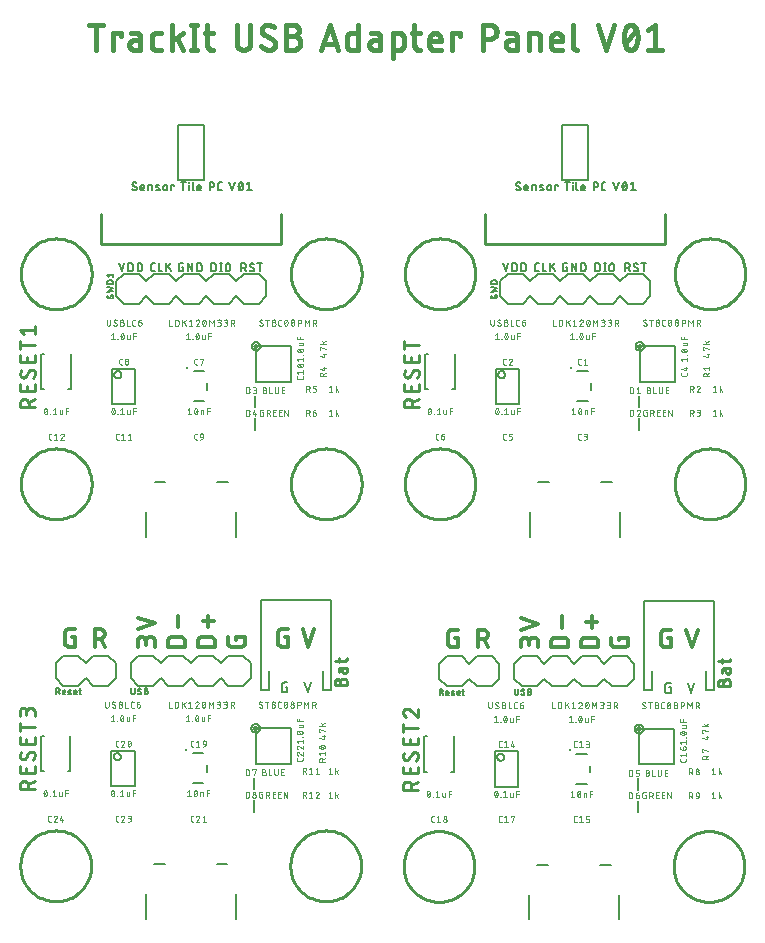
<source format=gto>
G04 EAGLE Gerber X2 export*
G75*
%MOIN*%
%FSLAX24Y24*%
%LPD*%
%AMOC8*
5,1,8,0,0,1.08239X$1,22.5*%
G01*
%ADD10C,0.010000*%
%ADD11C,0.005000*%
%ADD12C,0.007000*%
%ADD13C,0.012000*%
%ADD14C,0.017000*%
%ADD15C,0.004000*%
%ADD16C,0.008000*%
%ADD17C,0.010000*%


D10*
X16476Y19413D02*
X16478Y19482D01*
X16484Y19550D01*
X16494Y19618D01*
X16508Y19685D01*
X16526Y19752D01*
X16547Y19817D01*
X16573Y19881D01*
X16602Y19943D01*
X16634Y20003D01*
X16670Y20062D01*
X16710Y20118D01*
X16752Y20172D01*
X16798Y20223D01*
X16847Y20272D01*
X16898Y20318D01*
X16952Y20360D01*
X17008Y20400D01*
X17066Y20436D01*
X17127Y20468D01*
X17189Y20497D01*
X17253Y20523D01*
X17318Y20544D01*
X17385Y20562D01*
X17452Y20576D01*
X17520Y20586D01*
X17588Y20592D01*
X17657Y20594D01*
X17726Y20592D01*
X17794Y20586D01*
X17862Y20576D01*
X17929Y20562D01*
X17996Y20544D01*
X18061Y20523D01*
X18125Y20497D01*
X18187Y20468D01*
X18247Y20436D01*
X18306Y20400D01*
X18362Y20360D01*
X18416Y20318D01*
X18467Y20272D01*
X18516Y20223D01*
X18562Y20172D01*
X18604Y20118D01*
X18644Y20062D01*
X18680Y20003D01*
X18712Y19943D01*
X18741Y19881D01*
X18767Y19817D01*
X18788Y19752D01*
X18806Y19685D01*
X18820Y19618D01*
X18830Y19550D01*
X18836Y19482D01*
X18838Y19413D01*
X18836Y19344D01*
X18830Y19276D01*
X18820Y19208D01*
X18806Y19141D01*
X18788Y19074D01*
X18767Y19009D01*
X18741Y18945D01*
X18712Y18883D01*
X18680Y18822D01*
X18644Y18764D01*
X18604Y18708D01*
X18562Y18654D01*
X18516Y18603D01*
X18467Y18554D01*
X18416Y18508D01*
X18362Y18466D01*
X18306Y18426D01*
X18248Y18390D01*
X18187Y18358D01*
X18125Y18329D01*
X18061Y18303D01*
X17996Y18282D01*
X17929Y18264D01*
X17862Y18250D01*
X17794Y18240D01*
X17726Y18234D01*
X17657Y18232D01*
X17588Y18234D01*
X17520Y18240D01*
X17452Y18250D01*
X17385Y18264D01*
X17318Y18282D01*
X17253Y18303D01*
X17189Y18329D01*
X17127Y18358D01*
X17066Y18390D01*
X17008Y18426D01*
X16952Y18466D01*
X16898Y18508D01*
X16847Y18554D01*
X16798Y18603D01*
X16752Y18654D01*
X16710Y18708D01*
X16670Y18764D01*
X16634Y18822D01*
X16602Y18883D01*
X16573Y18945D01*
X16547Y19009D01*
X16526Y19074D01*
X16508Y19141D01*
X16494Y19208D01*
X16484Y19276D01*
X16478Y19344D01*
X16476Y19413D01*
X25476Y19413D02*
X25478Y19482D01*
X25484Y19550D01*
X25494Y19618D01*
X25508Y19685D01*
X25526Y19752D01*
X25547Y19817D01*
X25573Y19881D01*
X25602Y19943D01*
X25634Y20003D01*
X25670Y20062D01*
X25710Y20118D01*
X25752Y20172D01*
X25798Y20223D01*
X25847Y20272D01*
X25898Y20318D01*
X25952Y20360D01*
X26008Y20400D01*
X26066Y20436D01*
X26127Y20468D01*
X26189Y20497D01*
X26253Y20523D01*
X26318Y20544D01*
X26385Y20562D01*
X26452Y20576D01*
X26520Y20586D01*
X26588Y20592D01*
X26657Y20594D01*
X26726Y20592D01*
X26794Y20586D01*
X26862Y20576D01*
X26929Y20562D01*
X26996Y20544D01*
X27061Y20523D01*
X27125Y20497D01*
X27187Y20468D01*
X27247Y20436D01*
X27306Y20400D01*
X27362Y20360D01*
X27416Y20318D01*
X27467Y20272D01*
X27516Y20223D01*
X27562Y20172D01*
X27604Y20118D01*
X27644Y20062D01*
X27680Y20003D01*
X27712Y19943D01*
X27741Y19881D01*
X27767Y19817D01*
X27788Y19752D01*
X27806Y19685D01*
X27820Y19618D01*
X27830Y19550D01*
X27836Y19482D01*
X27838Y19413D01*
X27836Y19344D01*
X27830Y19276D01*
X27820Y19208D01*
X27806Y19141D01*
X27788Y19074D01*
X27767Y19009D01*
X27741Y18945D01*
X27712Y18883D01*
X27680Y18822D01*
X27644Y18764D01*
X27604Y18708D01*
X27562Y18654D01*
X27516Y18603D01*
X27467Y18554D01*
X27416Y18508D01*
X27362Y18466D01*
X27306Y18426D01*
X27248Y18390D01*
X27187Y18358D01*
X27125Y18329D01*
X27061Y18303D01*
X26996Y18282D01*
X26929Y18264D01*
X26862Y18250D01*
X26794Y18240D01*
X26726Y18234D01*
X26657Y18232D01*
X26588Y18234D01*
X26520Y18240D01*
X26452Y18250D01*
X26385Y18264D01*
X26318Y18282D01*
X26253Y18303D01*
X26189Y18329D01*
X26127Y18358D01*
X26066Y18390D01*
X26008Y18426D01*
X25952Y18466D01*
X25898Y18508D01*
X25847Y18554D01*
X25798Y18603D01*
X25752Y18654D01*
X25710Y18708D01*
X25670Y18764D01*
X25634Y18822D01*
X25602Y18883D01*
X25573Y18945D01*
X25547Y19009D01*
X25526Y19074D01*
X25508Y19141D01*
X25494Y19208D01*
X25484Y19276D01*
X25478Y19344D01*
X25476Y19413D01*
X25157Y27413D02*
X25157Y28413D01*
X25157Y27413D02*
X19157Y27413D01*
X19157Y28413D01*
X16476Y26413D02*
X16478Y26482D01*
X16484Y26550D01*
X16494Y26618D01*
X16508Y26685D01*
X16526Y26752D01*
X16547Y26817D01*
X16573Y26881D01*
X16602Y26943D01*
X16634Y27003D01*
X16670Y27062D01*
X16710Y27118D01*
X16752Y27172D01*
X16798Y27223D01*
X16847Y27272D01*
X16898Y27318D01*
X16952Y27360D01*
X17008Y27400D01*
X17066Y27436D01*
X17127Y27468D01*
X17189Y27497D01*
X17253Y27523D01*
X17318Y27544D01*
X17385Y27562D01*
X17452Y27576D01*
X17520Y27586D01*
X17588Y27592D01*
X17657Y27594D01*
X17726Y27592D01*
X17794Y27586D01*
X17862Y27576D01*
X17929Y27562D01*
X17996Y27544D01*
X18061Y27523D01*
X18125Y27497D01*
X18187Y27468D01*
X18247Y27436D01*
X18306Y27400D01*
X18362Y27360D01*
X18416Y27318D01*
X18467Y27272D01*
X18516Y27223D01*
X18562Y27172D01*
X18604Y27118D01*
X18644Y27062D01*
X18680Y27003D01*
X18712Y26943D01*
X18741Y26881D01*
X18767Y26817D01*
X18788Y26752D01*
X18806Y26685D01*
X18820Y26618D01*
X18830Y26550D01*
X18836Y26482D01*
X18838Y26413D01*
X18836Y26344D01*
X18830Y26276D01*
X18820Y26208D01*
X18806Y26141D01*
X18788Y26074D01*
X18767Y26009D01*
X18741Y25945D01*
X18712Y25883D01*
X18680Y25822D01*
X18644Y25764D01*
X18604Y25708D01*
X18562Y25654D01*
X18516Y25603D01*
X18467Y25554D01*
X18416Y25508D01*
X18362Y25466D01*
X18306Y25426D01*
X18248Y25390D01*
X18187Y25358D01*
X18125Y25329D01*
X18061Y25303D01*
X17996Y25282D01*
X17929Y25264D01*
X17862Y25250D01*
X17794Y25240D01*
X17726Y25234D01*
X17657Y25232D01*
X17588Y25234D01*
X17520Y25240D01*
X17452Y25250D01*
X17385Y25264D01*
X17318Y25282D01*
X17253Y25303D01*
X17189Y25329D01*
X17127Y25358D01*
X17066Y25390D01*
X17008Y25426D01*
X16952Y25466D01*
X16898Y25508D01*
X16847Y25554D01*
X16798Y25603D01*
X16752Y25654D01*
X16710Y25708D01*
X16670Y25764D01*
X16634Y25822D01*
X16602Y25883D01*
X16573Y25945D01*
X16547Y26009D01*
X16526Y26074D01*
X16508Y26141D01*
X16494Y26208D01*
X16484Y26276D01*
X16478Y26344D01*
X16476Y26413D01*
X25476Y26413D02*
X25478Y26482D01*
X25484Y26550D01*
X25494Y26618D01*
X25508Y26685D01*
X25526Y26752D01*
X25547Y26817D01*
X25573Y26881D01*
X25602Y26943D01*
X25634Y27003D01*
X25670Y27062D01*
X25710Y27118D01*
X25752Y27172D01*
X25798Y27223D01*
X25847Y27272D01*
X25898Y27318D01*
X25952Y27360D01*
X26008Y27400D01*
X26066Y27436D01*
X26127Y27468D01*
X26189Y27497D01*
X26253Y27523D01*
X26318Y27544D01*
X26385Y27562D01*
X26452Y27576D01*
X26520Y27586D01*
X26588Y27592D01*
X26657Y27594D01*
X26726Y27592D01*
X26794Y27586D01*
X26862Y27576D01*
X26929Y27562D01*
X26996Y27544D01*
X27061Y27523D01*
X27125Y27497D01*
X27187Y27468D01*
X27247Y27436D01*
X27306Y27400D01*
X27362Y27360D01*
X27416Y27318D01*
X27467Y27272D01*
X27516Y27223D01*
X27562Y27172D01*
X27604Y27118D01*
X27644Y27062D01*
X27680Y27003D01*
X27712Y26943D01*
X27741Y26881D01*
X27767Y26817D01*
X27788Y26752D01*
X27806Y26685D01*
X27820Y26618D01*
X27830Y26550D01*
X27836Y26482D01*
X27838Y26413D01*
X27836Y26344D01*
X27830Y26276D01*
X27820Y26208D01*
X27806Y26141D01*
X27788Y26074D01*
X27767Y26009D01*
X27741Y25945D01*
X27712Y25883D01*
X27680Y25822D01*
X27644Y25764D01*
X27604Y25708D01*
X27562Y25654D01*
X27516Y25603D01*
X27467Y25554D01*
X27416Y25508D01*
X27362Y25466D01*
X27306Y25426D01*
X27248Y25390D01*
X27187Y25358D01*
X27125Y25329D01*
X27061Y25303D01*
X26996Y25282D01*
X26929Y25264D01*
X26862Y25250D01*
X26794Y25240D01*
X26726Y25234D01*
X26657Y25232D01*
X26588Y25234D01*
X26520Y25240D01*
X26452Y25250D01*
X26385Y25264D01*
X26318Y25282D01*
X26253Y25303D01*
X26189Y25329D01*
X26127Y25358D01*
X26066Y25390D01*
X26008Y25426D01*
X25952Y25466D01*
X25898Y25508D01*
X25847Y25554D01*
X25798Y25603D01*
X25752Y25654D01*
X25710Y25708D01*
X25670Y25764D01*
X25634Y25822D01*
X25602Y25883D01*
X25573Y25945D01*
X25547Y26009D01*
X25526Y26074D01*
X25508Y26141D01*
X25494Y26208D01*
X25484Y26276D01*
X25478Y26344D01*
X25476Y26413D01*
D11*
X19842Y26498D02*
X19752Y26768D01*
X19932Y26768D02*
X19842Y26498D01*
X20065Y26498D02*
X20065Y26768D01*
X20140Y26768D01*
X20155Y26767D01*
X20169Y26762D01*
X20182Y26755D01*
X20193Y26746D01*
X20202Y26735D01*
X20209Y26722D01*
X20214Y26708D01*
X20215Y26693D01*
X20215Y26573D01*
X20214Y26558D01*
X20209Y26544D01*
X20202Y26531D01*
X20193Y26520D01*
X20182Y26511D01*
X20169Y26504D01*
X20155Y26499D01*
X20140Y26498D01*
X20065Y26498D01*
X20372Y26498D02*
X20372Y26768D01*
X20447Y26768D01*
X20462Y26767D01*
X20476Y26762D01*
X20489Y26755D01*
X20500Y26746D01*
X20509Y26735D01*
X20516Y26722D01*
X20521Y26708D01*
X20522Y26693D01*
X20522Y26573D01*
X20521Y26558D01*
X20516Y26544D01*
X20509Y26531D01*
X20500Y26520D01*
X20489Y26511D01*
X20476Y26504D01*
X20462Y26499D01*
X20447Y26498D01*
X20372Y26498D01*
X20882Y26498D02*
X20942Y26498D01*
X20882Y26498D02*
X20869Y26500D01*
X20856Y26504D01*
X20845Y26511D01*
X20835Y26521D01*
X20828Y26532D01*
X20824Y26545D01*
X20822Y26558D01*
X20822Y26708D01*
X20824Y26721D01*
X20828Y26734D01*
X20835Y26745D01*
X20845Y26755D01*
X20856Y26762D01*
X20869Y26766D01*
X20882Y26768D01*
X20942Y26768D01*
X21074Y26768D02*
X21074Y26498D01*
X21194Y26498D01*
X21329Y26498D02*
X21329Y26768D01*
X21479Y26768D02*
X21329Y26603D01*
X21389Y26663D02*
X21479Y26498D01*
X21847Y26648D02*
X21892Y26648D01*
X21892Y26498D01*
X21802Y26498D01*
X21789Y26500D01*
X21776Y26504D01*
X21765Y26511D01*
X21755Y26521D01*
X21748Y26532D01*
X21744Y26545D01*
X21742Y26558D01*
X21742Y26708D01*
X21744Y26721D01*
X21748Y26734D01*
X21755Y26745D01*
X21765Y26755D01*
X21776Y26762D01*
X21789Y26766D01*
X21802Y26768D01*
X21892Y26768D01*
X22050Y26768D02*
X22050Y26498D01*
X22200Y26498D02*
X22050Y26768D01*
X22200Y26768D02*
X22200Y26498D01*
X22357Y26498D02*
X22357Y26768D01*
X22432Y26768D01*
X22447Y26767D01*
X22461Y26762D01*
X22474Y26755D01*
X22485Y26746D01*
X22494Y26735D01*
X22501Y26722D01*
X22506Y26708D01*
X22507Y26693D01*
X22507Y26573D01*
X22506Y26558D01*
X22501Y26544D01*
X22494Y26531D01*
X22485Y26520D01*
X22474Y26511D01*
X22461Y26504D01*
X22447Y26499D01*
X22432Y26498D01*
X22357Y26498D01*
X22832Y26498D02*
X22832Y26768D01*
X22907Y26768D01*
X22922Y26767D01*
X22936Y26762D01*
X22949Y26755D01*
X22960Y26746D01*
X22969Y26735D01*
X22976Y26722D01*
X22981Y26708D01*
X22982Y26693D01*
X22982Y26573D01*
X22981Y26558D01*
X22976Y26544D01*
X22969Y26531D01*
X22960Y26520D01*
X22949Y26511D01*
X22936Y26504D01*
X22922Y26499D01*
X22907Y26498D01*
X22832Y26498D01*
X23147Y26498D02*
X23147Y26768D01*
X23117Y26498D02*
X23177Y26498D01*
X23177Y26768D02*
X23117Y26768D01*
X23303Y26693D02*
X23303Y26573D01*
X23303Y26693D02*
X23305Y26709D01*
X23309Y26724D01*
X23317Y26737D01*
X23328Y26749D01*
X23341Y26758D01*
X23355Y26764D01*
X23370Y26768D01*
X23386Y26768D01*
X23401Y26764D01*
X23416Y26758D01*
X23428Y26749D01*
X23439Y26737D01*
X23447Y26724D01*
X23451Y26709D01*
X23453Y26693D01*
X23453Y26573D01*
X23451Y26557D01*
X23447Y26542D01*
X23439Y26529D01*
X23428Y26517D01*
X23416Y26508D01*
X23401Y26502D01*
X23386Y26498D01*
X23370Y26498D01*
X23355Y26502D01*
X23341Y26508D01*
X23328Y26517D01*
X23317Y26529D01*
X23309Y26542D01*
X23305Y26557D01*
X23303Y26573D01*
X23832Y26498D02*
X23832Y26768D01*
X23907Y26768D01*
X23923Y26766D01*
X23938Y26762D01*
X23951Y26754D01*
X23963Y26743D01*
X23972Y26731D01*
X23978Y26716D01*
X23982Y26701D01*
X23982Y26685D01*
X23978Y26670D01*
X23972Y26656D01*
X23963Y26643D01*
X23951Y26632D01*
X23938Y26624D01*
X23923Y26620D01*
X23907Y26618D01*
X23832Y26618D01*
X23922Y26618D02*
X23982Y26498D01*
X24198Y26498D02*
X24211Y26500D01*
X24224Y26504D01*
X24235Y26511D01*
X24245Y26521D01*
X24252Y26532D01*
X24256Y26545D01*
X24258Y26558D01*
X24198Y26498D02*
X24178Y26500D01*
X24159Y26504D01*
X24140Y26512D01*
X24123Y26523D01*
X24108Y26536D01*
X24116Y26708D02*
X24118Y26721D01*
X24122Y26734D01*
X24129Y26745D01*
X24139Y26755D01*
X24150Y26762D01*
X24163Y26766D01*
X24176Y26768D01*
X24176Y26769D02*
X24194Y26768D01*
X24212Y26763D01*
X24228Y26756D01*
X24244Y26746D01*
X24116Y26708D02*
X24117Y26695D01*
X24121Y26683D01*
X24127Y26672D01*
X24136Y26663D01*
X24146Y26655D01*
X24228Y26611D02*
X24238Y26603D01*
X24247Y26594D01*
X24253Y26583D01*
X24257Y26571D01*
X24258Y26558D01*
X24228Y26611D02*
X24146Y26656D01*
X24442Y26768D02*
X24442Y26498D01*
X24367Y26768D02*
X24517Y26768D01*
X20342Y29258D02*
X20340Y29245D01*
X20336Y29232D01*
X20329Y29221D01*
X20319Y29211D01*
X20308Y29204D01*
X20295Y29200D01*
X20282Y29198D01*
X20262Y29200D01*
X20243Y29204D01*
X20224Y29212D01*
X20207Y29223D01*
X20192Y29236D01*
X20200Y29408D02*
X20202Y29421D01*
X20206Y29434D01*
X20213Y29445D01*
X20223Y29455D01*
X20234Y29462D01*
X20247Y29466D01*
X20260Y29468D01*
X20260Y29469D02*
X20278Y29468D01*
X20296Y29463D01*
X20312Y29456D01*
X20328Y29446D01*
X20200Y29408D02*
X20201Y29395D01*
X20205Y29383D01*
X20211Y29372D01*
X20220Y29363D01*
X20230Y29355D01*
X20313Y29311D02*
X20323Y29303D01*
X20332Y29294D01*
X20338Y29283D01*
X20342Y29271D01*
X20343Y29258D01*
X20312Y29311D02*
X20230Y29356D01*
X20512Y29198D02*
X20587Y29198D01*
X20512Y29198D02*
X20500Y29200D01*
X20490Y29204D01*
X20480Y29211D01*
X20473Y29221D01*
X20469Y29231D01*
X20467Y29243D01*
X20467Y29318D01*
X20469Y29332D01*
X20474Y29346D01*
X20482Y29358D01*
X20493Y29367D01*
X20506Y29374D01*
X20520Y29378D01*
X20534Y29378D01*
X20548Y29374D01*
X20561Y29367D01*
X20572Y29358D01*
X20580Y29346D01*
X20585Y29332D01*
X20587Y29318D01*
X20587Y29288D01*
X20467Y29288D01*
X20726Y29198D02*
X20726Y29378D01*
X20801Y29378D01*
X20813Y29376D01*
X20824Y29372D01*
X20833Y29365D01*
X20840Y29356D01*
X20844Y29345D01*
X20846Y29333D01*
X20846Y29198D01*
X21008Y29303D02*
X21083Y29273D01*
X21008Y29303D02*
X20997Y29309D01*
X20989Y29318D01*
X20984Y29329D01*
X20983Y29341D01*
X20985Y29352D01*
X20991Y29363D01*
X21000Y29371D01*
X21011Y29376D01*
X21023Y29378D01*
X21022Y29378D02*
X21045Y29376D01*
X21068Y29371D01*
X21090Y29363D01*
X21082Y29273D02*
X21093Y29267D01*
X21101Y29258D01*
X21106Y29247D01*
X21107Y29235D01*
X21105Y29224D01*
X21099Y29213D01*
X21090Y29205D01*
X21079Y29200D01*
X21067Y29198D01*
X21067Y29199D02*
X21039Y29201D01*
X21012Y29206D01*
X20985Y29214D01*
X21235Y29258D02*
X21235Y29318D01*
X21237Y29332D01*
X21242Y29346D01*
X21250Y29358D01*
X21261Y29367D01*
X21274Y29374D01*
X21288Y29378D01*
X21302Y29378D01*
X21316Y29374D01*
X21329Y29367D01*
X21340Y29358D01*
X21348Y29346D01*
X21353Y29332D01*
X21355Y29318D01*
X21355Y29258D01*
X21353Y29244D01*
X21348Y29230D01*
X21340Y29218D01*
X21329Y29209D01*
X21316Y29202D01*
X21302Y29198D01*
X21288Y29198D01*
X21274Y29202D01*
X21261Y29209D01*
X21250Y29218D01*
X21242Y29230D01*
X21237Y29244D01*
X21235Y29258D01*
X21496Y29198D02*
X21496Y29378D01*
X21586Y29378D01*
X21586Y29348D01*
X21899Y29468D02*
X21899Y29198D01*
X21824Y29468D02*
X21974Y29468D01*
X22082Y29378D02*
X22082Y29198D01*
X22074Y29453D02*
X22074Y29468D01*
X22089Y29468D01*
X22089Y29453D01*
X22074Y29453D01*
X22205Y29468D02*
X22205Y29243D01*
X22207Y29231D01*
X22211Y29221D01*
X22218Y29211D01*
X22228Y29204D01*
X22238Y29200D01*
X22250Y29198D01*
X22403Y29198D02*
X22478Y29198D01*
X22403Y29198D02*
X22391Y29200D01*
X22381Y29204D01*
X22371Y29211D01*
X22364Y29221D01*
X22360Y29231D01*
X22358Y29243D01*
X22358Y29318D01*
X22360Y29332D01*
X22365Y29346D01*
X22373Y29358D01*
X22384Y29367D01*
X22397Y29374D01*
X22411Y29378D01*
X22425Y29378D01*
X22439Y29374D01*
X22452Y29367D01*
X22463Y29358D01*
X22471Y29346D01*
X22476Y29332D01*
X22478Y29318D01*
X22478Y29288D01*
X22358Y29288D01*
X22781Y29198D02*
X22781Y29468D01*
X22856Y29468D01*
X22872Y29466D01*
X22887Y29462D01*
X22900Y29454D01*
X22912Y29443D01*
X22921Y29431D01*
X22927Y29416D01*
X22931Y29401D01*
X22931Y29385D01*
X22927Y29370D01*
X22921Y29356D01*
X22912Y29343D01*
X22900Y29332D01*
X22887Y29324D01*
X22872Y29320D01*
X22856Y29318D01*
X22781Y29318D01*
X23112Y29198D02*
X23172Y29198D01*
X23112Y29198D02*
X23099Y29200D01*
X23086Y29204D01*
X23075Y29211D01*
X23065Y29221D01*
X23058Y29232D01*
X23054Y29245D01*
X23052Y29258D01*
X23052Y29408D01*
X23054Y29421D01*
X23058Y29434D01*
X23065Y29445D01*
X23075Y29455D01*
X23086Y29462D01*
X23099Y29466D01*
X23112Y29468D01*
X23172Y29468D01*
X23432Y29468D02*
X23522Y29198D01*
X23612Y29468D01*
X23757Y29431D02*
X23747Y29407D01*
X23740Y29383D01*
X23735Y29358D01*
X23734Y29333D01*
X23758Y29431D02*
X23764Y29443D01*
X23773Y29453D01*
X23784Y29461D01*
X23796Y29466D01*
X23810Y29468D01*
X23824Y29466D01*
X23836Y29461D01*
X23847Y29453D01*
X23856Y29443D01*
X23862Y29431D01*
X23872Y29407D01*
X23879Y29383D01*
X23884Y29358D01*
X23885Y29333D01*
X23734Y29333D02*
X23735Y29308D01*
X23740Y29283D01*
X23747Y29259D01*
X23757Y29235D01*
X23758Y29236D02*
X23764Y29224D01*
X23773Y29214D01*
X23784Y29206D01*
X23796Y29201D01*
X23810Y29199D01*
X23862Y29235D02*
X23872Y29259D01*
X23879Y29283D01*
X23884Y29308D01*
X23885Y29333D01*
X23862Y29236D02*
X23856Y29224D01*
X23847Y29214D01*
X23836Y29206D01*
X23824Y29201D01*
X23810Y29199D01*
X23750Y29258D02*
X23870Y29408D01*
X24023Y29408D02*
X24098Y29468D01*
X24098Y29198D01*
X24023Y29198D02*
X24173Y29198D01*
D10*
X3681Y19413D02*
X3683Y19482D01*
X3689Y19550D01*
X3699Y19618D01*
X3713Y19685D01*
X3731Y19752D01*
X3752Y19817D01*
X3778Y19881D01*
X3807Y19943D01*
X3839Y20003D01*
X3875Y20062D01*
X3915Y20118D01*
X3957Y20172D01*
X4003Y20223D01*
X4052Y20272D01*
X4103Y20318D01*
X4157Y20360D01*
X4213Y20400D01*
X4271Y20436D01*
X4332Y20468D01*
X4394Y20497D01*
X4458Y20523D01*
X4523Y20544D01*
X4590Y20562D01*
X4657Y20576D01*
X4725Y20586D01*
X4793Y20592D01*
X4862Y20594D01*
X4931Y20592D01*
X4999Y20586D01*
X5067Y20576D01*
X5134Y20562D01*
X5201Y20544D01*
X5266Y20523D01*
X5330Y20497D01*
X5392Y20468D01*
X5452Y20436D01*
X5511Y20400D01*
X5567Y20360D01*
X5621Y20318D01*
X5672Y20272D01*
X5721Y20223D01*
X5767Y20172D01*
X5809Y20118D01*
X5849Y20062D01*
X5885Y20003D01*
X5917Y19943D01*
X5946Y19881D01*
X5972Y19817D01*
X5993Y19752D01*
X6011Y19685D01*
X6025Y19618D01*
X6035Y19550D01*
X6041Y19482D01*
X6043Y19413D01*
X6041Y19344D01*
X6035Y19276D01*
X6025Y19208D01*
X6011Y19141D01*
X5993Y19074D01*
X5972Y19009D01*
X5946Y18945D01*
X5917Y18883D01*
X5885Y18822D01*
X5849Y18764D01*
X5809Y18708D01*
X5767Y18654D01*
X5721Y18603D01*
X5672Y18554D01*
X5621Y18508D01*
X5567Y18466D01*
X5511Y18426D01*
X5453Y18390D01*
X5392Y18358D01*
X5330Y18329D01*
X5266Y18303D01*
X5201Y18282D01*
X5134Y18264D01*
X5067Y18250D01*
X4999Y18240D01*
X4931Y18234D01*
X4862Y18232D01*
X4793Y18234D01*
X4725Y18240D01*
X4657Y18250D01*
X4590Y18264D01*
X4523Y18282D01*
X4458Y18303D01*
X4394Y18329D01*
X4332Y18358D01*
X4271Y18390D01*
X4213Y18426D01*
X4157Y18466D01*
X4103Y18508D01*
X4052Y18554D01*
X4003Y18603D01*
X3957Y18654D01*
X3915Y18708D01*
X3875Y18764D01*
X3839Y18822D01*
X3807Y18883D01*
X3778Y18945D01*
X3752Y19009D01*
X3731Y19074D01*
X3713Y19141D01*
X3699Y19208D01*
X3689Y19276D01*
X3683Y19344D01*
X3681Y19413D01*
X12681Y19413D02*
X12683Y19482D01*
X12689Y19550D01*
X12699Y19618D01*
X12713Y19685D01*
X12731Y19752D01*
X12752Y19817D01*
X12778Y19881D01*
X12807Y19943D01*
X12839Y20003D01*
X12875Y20062D01*
X12915Y20118D01*
X12957Y20172D01*
X13003Y20223D01*
X13052Y20272D01*
X13103Y20318D01*
X13157Y20360D01*
X13213Y20400D01*
X13271Y20436D01*
X13332Y20468D01*
X13394Y20497D01*
X13458Y20523D01*
X13523Y20544D01*
X13590Y20562D01*
X13657Y20576D01*
X13725Y20586D01*
X13793Y20592D01*
X13862Y20594D01*
X13931Y20592D01*
X13999Y20586D01*
X14067Y20576D01*
X14134Y20562D01*
X14201Y20544D01*
X14266Y20523D01*
X14330Y20497D01*
X14392Y20468D01*
X14452Y20436D01*
X14511Y20400D01*
X14567Y20360D01*
X14621Y20318D01*
X14672Y20272D01*
X14721Y20223D01*
X14767Y20172D01*
X14809Y20118D01*
X14849Y20062D01*
X14885Y20003D01*
X14917Y19943D01*
X14946Y19881D01*
X14972Y19817D01*
X14993Y19752D01*
X15011Y19685D01*
X15025Y19618D01*
X15035Y19550D01*
X15041Y19482D01*
X15043Y19413D01*
X15041Y19344D01*
X15035Y19276D01*
X15025Y19208D01*
X15011Y19141D01*
X14993Y19074D01*
X14972Y19009D01*
X14946Y18945D01*
X14917Y18883D01*
X14885Y18822D01*
X14849Y18764D01*
X14809Y18708D01*
X14767Y18654D01*
X14721Y18603D01*
X14672Y18554D01*
X14621Y18508D01*
X14567Y18466D01*
X14511Y18426D01*
X14453Y18390D01*
X14392Y18358D01*
X14330Y18329D01*
X14266Y18303D01*
X14201Y18282D01*
X14134Y18264D01*
X14067Y18250D01*
X13999Y18240D01*
X13931Y18234D01*
X13862Y18232D01*
X13793Y18234D01*
X13725Y18240D01*
X13657Y18250D01*
X13590Y18264D01*
X13523Y18282D01*
X13458Y18303D01*
X13394Y18329D01*
X13332Y18358D01*
X13271Y18390D01*
X13213Y18426D01*
X13157Y18466D01*
X13103Y18508D01*
X13052Y18554D01*
X13003Y18603D01*
X12957Y18654D01*
X12915Y18708D01*
X12875Y18764D01*
X12839Y18822D01*
X12807Y18883D01*
X12778Y18945D01*
X12752Y19009D01*
X12731Y19074D01*
X12713Y19141D01*
X12699Y19208D01*
X12689Y19276D01*
X12683Y19344D01*
X12681Y19413D01*
X12362Y27413D02*
X12362Y28413D01*
X12362Y27413D02*
X6362Y27413D01*
X6362Y28413D01*
X3681Y26413D02*
X3683Y26482D01*
X3689Y26550D01*
X3699Y26618D01*
X3713Y26685D01*
X3731Y26752D01*
X3752Y26817D01*
X3778Y26881D01*
X3807Y26943D01*
X3839Y27003D01*
X3875Y27062D01*
X3915Y27118D01*
X3957Y27172D01*
X4003Y27223D01*
X4052Y27272D01*
X4103Y27318D01*
X4157Y27360D01*
X4213Y27400D01*
X4271Y27436D01*
X4332Y27468D01*
X4394Y27497D01*
X4458Y27523D01*
X4523Y27544D01*
X4590Y27562D01*
X4657Y27576D01*
X4725Y27586D01*
X4793Y27592D01*
X4862Y27594D01*
X4931Y27592D01*
X4999Y27586D01*
X5067Y27576D01*
X5134Y27562D01*
X5201Y27544D01*
X5266Y27523D01*
X5330Y27497D01*
X5392Y27468D01*
X5452Y27436D01*
X5511Y27400D01*
X5567Y27360D01*
X5621Y27318D01*
X5672Y27272D01*
X5721Y27223D01*
X5767Y27172D01*
X5809Y27118D01*
X5849Y27062D01*
X5885Y27003D01*
X5917Y26943D01*
X5946Y26881D01*
X5972Y26817D01*
X5993Y26752D01*
X6011Y26685D01*
X6025Y26618D01*
X6035Y26550D01*
X6041Y26482D01*
X6043Y26413D01*
X6041Y26344D01*
X6035Y26276D01*
X6025Y26208D01*
X6011Y26141D01*
X5993Y26074D01*
X5972Y26009D01*
X5946Y25945D01*
X5917Y25883D01*
X5885Y25822D01*
X5849Y25764D01*
X5809Y25708D01*
X5767Y25654D01*
X5721Y25603D01*
X5672Y25554D01*
X5621Y25508D01*
X5567Y25466D01*
X5511Y25426D01*
X5453Y25390D01*
X5392Y25358D01*
X5330Y25329D01*
X5266Y25303D01*
X5201Y25282D01*
X5134Y25264D01*
X5067Y25250D01*
X4999Y25240D01*
X4931Y25234D01*
X4862Y25232D01*
X4793Y25234D01*
X4725Y25240D01*
X4657Y25250D01*
X4590Y25264D01*
X4523Y25282D01*
X4458Y25303D01*
X4394Y25329D01*
X4332Y25358D01*
X4271Y25390D01*
X4213Y25426D01*
X4157Y25466D01*
X4103Y25508D01*
X4052Y25554D01*
X4003Y25603D01*
X3957Y25654D01*
X3915Y25708D01*
X3875Y25764D01*
X3839Y25822D01*
X3807Y25883D01*
X3778Y25945D01*
X3752Y26009D01*
X3731Y26074D01*
X3713Y26141D01*
X3699Y26208D01*
X3689Y26276D01*
X3683Y26344D01*
X3681Y26413D01*
X12681Y26413D02*
X12683Y26482D01*
X12689Y26550D01*
X12699Y26618D01*
X12713Y26685D01*
X12731Y26752D01*
X12752Y26817D01*
X12778Y26881D01*
X12807Y26943D01*
X12839Y27003D01*
X12875Y27062D01*
X12915Y27118D01*
X12957Y27172D01*
X13003Y27223D01*
X13052Y27272D01*
X13103Y27318D01*
X13157Y27360D01*
X13213Y27400D01*
X13271Y27436D01*
X13332Y27468D01*
X13394Y27497D01*
X13458Y27523D01*
X13523Y27544D01*
X13590Y27562D01*
X13657Y27576D01*
X13725Y27586D01*
X13793Y27592D01*
X13862Y27594D01*
X13931Y27592D01*
X13999Y27586D01*
X14067Y27576D01*
X14134Y27562D01*
X14201Y27544D01*
X14266Y27523D01*
X14330Y27497D01*
X14392Y27468D01*
X14452Y27436D01*
X14511Y27400D01*
X14567Y27360D01*
X14621Y27318D01*
X14672Y27272D01*
X14721Y27223D01*
X14767Y27172D01*
X14809Y27118D01*
X14849Y27062D01*
X14885Y27003D01*
X14917Y26943D01*
X14946Y26881D01*
X14972Y26817D01*
X14993Y26752D01*
X15011Y26685D01*
X15025Y26618D01*
X15035Y26550D01*
X15041Y26482D01*
X15043Y26413D01*
X15041Y26344D01*
X15035Y26276D01*
X15025Y26208D01*
X15011Y26141D01*
X14993Y26074D01*
X14972Y26009D01*
X14946Y25945D01*
X14917Y25883D01*
X14885Y25822D01*
X14849Y25764D01*
X14809Y25708D01*
X14767Y25654D01*
X14721Y25603D01*
X14672Y25554D01*
X14621Y25508D01*
X14567Y25466D01*
X14511Y25426D01*
X14453Y25390D01*
X14392Y25358D01*
X14330Y25329D01*
X14266Y25303D01*
X14201Y25282D01*
X14134Y25264D01*
X14067Y25250D01*
X13999Y25240D01*
X13931Y25234D01*
X13862Y25232D01*
X13793Y25234D01*
X13725Y25240D01*
X13657Y25250D01*
X13590Y25264D01*
X13523Y25282D01*
X13458Y25303D01*
X13394Y25329D01*
X13332Y25358D01*
X13271Y25390D01*
X13213Y25426D01*
X13157Y25466D01*
X13103Y25508D01*
X13052Y25554D01*
X13003Y25603D01*
X12957Y25654D01*
X12915Y25708D01*
X12875Y25764D01*
X12839Y25822D01*
X12807Y25883D01*
X12778Y25945D01*
X12752Y26009D01*
X12731Y26074D01*
X12713Y26141D01*
X12699Y26208D01*
X12689Y26276D01*
X12683Y26344D01*
X12681Y26413D01*
D11*
X7047Y26498D02*
X6957Y26768D01*
X7137Y26768D02*
X7047Y26498D01*
X7270Y26498D02*
X7270Y26768D01*
X7345Y26768D01*
X7360Y26767D01*
X7374Y26762D01*
X7387Y26755D01*
X7398Y26746D01*
X7407Y26735D01*
X7414Y26722D01*
X7419Y26708D01*
X7420Y26693D01*
X7420Y26573D01*
X7419Y26558D01*
X7414Y26544D01*
X7407Y26531D01*
X7398Y26520D01*
X7387Y26511D01*
X7374Y26504D01*
X7360Y26499D01*
X7345Y26498D01*
X7270Y26498D01*
X7577Y26498D02*
X7577Y26768D01*
X7652Y26768D01*
X7667Y26767D01*
X7681Y26762D01*
X7694Y26755D01*
X7705Y26746D01*
X7714Y26735D01*
X7721Y26722D01*
X7726Y26708D01*
X7727Y26693D01*
X7727Y26573D01*
X7726Y26558D01*
X7721Y26544D01*
X7714Y26531D01*
X7705Y26520D01*
X7694Y26511D01*
X7681Y26504D01*
X7667Y26499D01*
X7652Y26498D01*
X7577Y26498D01*
X8087Y26498D02*
X8147Y26498D01*
X8087Y26498D02*
X8074Y26500D01*
X8061Y26504D01*
X8050Y26511D01*
X8040Y26521D01*
X8033Y26532D01*
X8029Y26545D01*
X8027Y26558D01*
X8027Y26708D01*
X8029Y26721D01*
X8033Y26734D01*
X8040Y26745D01*
X8050Y26755D01*
X8061Y26762D01*
X8074Y26766D01*
X8087Y26768D01*
X8147Y26768D01*
X8279Y26768D02*
X8279Y26498D01*
X8399Y26498D01*
X8534Y26498D02*
X8534Y26768D01*
X8684Y26768D02*
X8534Y26603D01*
X8594Y26663D02*
X8684Y26498D01*
X9052Y26648D02*
X9097Y26648D01*
X9097Y26498D01*
X9007Y26498D01*
X8994Y26500D01*
X8981Y26504D01*
X8970Y26511D01*
X8960Y26521D01*
X8953Y26532D01*
X8949Y26545D01*
X8947Y26558D01*
X8947Y26708D01*
X8949Y26721D01*
X8953Y26734D01*
X8960Y26745D01*
X8970Y26755D01*
X8981Y26762D01*
X8994Y26766D01*
X9007Y26768D01*
X9097Y26768D01*
X9254Y26768D02*
X9254Y26498D01*
X9404Y26498D02*
X9254Y26768D01*
X9404Y26768D02*
X9404Y26498D01*
X9562Y26498D02*
X9562Y26768D01*
X9637Y26768D01*
X9652Y26767D01*
X9666Y26762D01*
X9679Y26755D01*
X9690Y26746D01*
X9699Y26735D01*
X9706Y26722D01*
X9711Y26708D01*
X9712Y26693D01*
X9712Y26573D01*
X9711Y26558D01*
X9706Y26544D01*
X9699Y26531D01*
X9690Y26520D01*
X9679Y26511D01*
X9666Y26504D01*
X9652Y26499D01*
X9637Y26498D01*
X9562Y26498D01*
X10037Y26498D02*
X10037Y26768D01*
X10112Y26768D01*
X10127Y26767D01*
X10141Y26762D01*
X10154Y26755D01*
X10165Y26746D01*
X10174Y26735D01*
X10181Y26722D01*
X10186Y26708D01*
X10187Y26693D01*
X10187Y26573D01*
X10186Y26558D01*
X10181Y26544D01*
X10174Y26531D01*
X10165Y26520D01*
X10154Y26511D01*
X10141Y26504D01*
X10127Y26499D01*
X10112Y26498D01*
X10037Y26498D01*
X10352Y26498D02*
X10352Y26768D01*
X10322Y26498D02*
X10382Y26498D01*
X10382Y26768D02*
X10322Y26768D01*
X10508Y26693D02*
X10508Y26573D01*
X10508Y26693D02*
X10510Y26709D01*
X10514Y26724D01*
X10522Y26737D01*
X10533Y26749D01*
X10546Y26758D01*
X10560Y26764D01*
X10575Y26768D01*
X10591Y26768D01*
X10606Y26764D01*
X10621Y26758D01*
X10633Y26749D01*
X10644Y26737D01*
X10652Y26724D01*
X10656Y26709D01*
X10658Y26693D01*
X10658Y26573D01*
X10656Y26557D01*
X10652Y26542D01*
X10644Y26529D01*
X10633Y26517D01*
X10621Y26508D01*
X10606Y26502D01*
X10591Y26498D01*
X10575Y26498D01*
X10560Y26502D01*
X10546Y26508D01*
X10533Y26517D01*
X10522Y26529D01*
X10514Y26542D01*
X10510Y26557D01*
X10508Y26573D01*
X11037Y26498D02*
X11037Y26768D01*
X11112Y26768D01*
X11128Y26766D01*
X11143Y26762D01*
X11156Y26754D01*
X11168Y26743D01*
X11177Y26731D01*
X11183Y26716D01*
X11187Y26701D01*
X11187Y26685D01*
X11183Y26670D01*
X11177Y26656D01*
X11168Y26643D01*
X11156Y26632D01*
X11143Y26624D01*
X11128Y26620D01*
X11112Y26618D01*
X11037Y26618D01*
X11127Y26618D02*
X11187Y26498D01*
X11403Y26498D02*
X11416Y26500D01*
X11429Y26504D01*
X11440Y26511D01*
X11450Y26521D01*
X11457Y26532D01*
X11461Y26545D01*
X11463Y26558D01*
X11403Y26498D02*
X11383Y26500D01*
X11364Y26504D01*
X11345Y26512D01*
X11328Y26523D01*
X11313Y26536D01*
X11320Y26708D02*
X11322Y26721D01*
X11326Y26734D01*
X11333Y26745D01*
X11343Y26755D01*
X11354Y26762D01*
X11367Y26766D01*
X11380Y26768D01*
X11380Y26769D02*
X11398Y26768D01*
X11416Y26763D01*
X11432Y26756D01*
X11448Y26746D01*
X11320Y26708D02*
X11321Y26695D01*
X11325Y26683D01*
X11331Y26672D01*
X11340Y26663D01*
X11350Y26655D01*
X11433Y26611D02*
X11443Y26603D01*
X11452Y26594D01*
X11458Y26583D01*
X11462Y26571D01*
X11463Y26558D01*
X11433Y26611D02*
X11350Y26656D01*
X11647Y26768D02*
X11647Y26498D01*
X11572Y26768D02*
X11722Y26768D01*
X7547Y29258D02*
X7545Y29245D01*
X7541Y29232D01*
X7534Y29221D01*
X7524Y29211D01*
X7513Y29204D01*
X7500Y29200D01*
X7487Y29198D01*
X7467Y29200D01*
X7448Y29204D01*
X7429Y29212D01*
X7412Y29223D01*
X7397Y29236D01*
X7405Y29408D02*
X7407Y29421D01*
X7411Y29434D01*
X7418Y29445D01*
X7428Y29455D01*
X7439Y29462D01*
X7452Y29466D01*
X7465Y29468D01*
X7465Y29469D02*
X7483Y29468D01*
X7501Y29463D01*
X7517Y29456D01*
X7533Y29446D01*
X7405Y29408D02*
X7406Y29395D01*
X7410Y29383D01*
X7416Y29372D01*
X7425Y29363D01*
X7435Y29355D01*
X7517Y29311D02*
X7527Y29303D01*
X7536Y29294D01*
X7542Y29283D01*
X7546Y29271D01*
X7547Y29258D01*
X7517Y29311D02*
X7435Y29356D01*
X7716Y29198D02*
X7791Y29198D01*
X7716Y29198D02*
X7704Y29200D01*
X7694Y29204D01*
X7684Y29211D01*
X7677Y29221D01*
X7673Y29231D01*
X7671Y29243D01*
X7671Y29318D01*
X7673Y29332D01*
X7678Y29346D01*
X7686Y29358D01*
X7697Y29367D01*
X7710Y29374D01*
X7724Y29378D01*
X7738Y29378D01*
X7752Y29374D01*
X7765Y29367D01*
X7776Y29358D01*
X7784Y29346D01*
X7789Y29332D01*
X7791Y29318D01*
X7791Y29288D01*
X7671Y29288D01*
X7931Y29198D02*
X7931Y29378D01*
X8006Y29378D01*
X8018Y29376D01*
X8029Y29372D01*
X8038Y29365D01*
X8045Y29356D01*
X8049Y29345D01*
X8051Y29333D01*
X8051Y29198D01*
X8212Y29303D02*
X8287Y29273D01*
X8213Y29303D02*
X8202Y29309D01*
X8194Y29318D01*
X8189Y29329D01*
X8188Y29341D01*
X8190Y29352D01*
X8196Y29363D01*
X8205Y29371D01*
X8216Y29376D01*
X8228Y29378D01*
X8227Y29378D02*
X8250Y29376D01*
X8273Y29371D01*
X8295Y29363D01*
X8287Y29273D02*
X8298Y29267D01*
X8306Y29258D01*
X8311Y29247D01*
X8312Y29235D01*
X8310Y29224D01*
X8304Y29213D01*
X8295Y29205D01*
X8284Y29200D01*
X8272Y29198D01*
X8272Y29199D02*
X8244Y29201D01*
X8217Y29206D01*
X8190Y29214D01*
X8439Y29258D02*
X8439Y29318D01*
X8441Y29332D01*
X8446Y29346D01*
X8454Y29358D01*
X8465Y29367D01*
X8478Y29374D01*
X8492Y29378D01*
X8506Y29378D01*
X8520Y29374D01*
X8533Y29367D01*
X8544Y29358D01*
X8552Y29346D01*
X8557Y29332D01*
X8559Y29318D01*
X8559Y29258D01*
X8557Y29244D01*
X8552Y29230D01*
X8544Y29218D01*
X8533Y29209D01*
X8520Y29202D01*
X8506Y29198D01*
X8492Y29198D01*
X8478Y29202D01*
X8465Y29209D01*
X8454Y29218D01*
X8446Y29230D01*
X8441Y29244D01*
X8439Y29258D01*
X8701Y29198D02*
X8701Y29378D01*
X8791Y29378D01*
X8791Y29348D01*
X9104Y29468D02*
X9104Y29198D01*
X9029Y29468D02*
X9179Y29468D01*
X9287Y29378D02*
X9287Y29198D01*
X9279Y29453D02*
X9279Y29468D01*
X9294Y29468D01*
X9294Y29453D01*
X9279Y29453D01*
X9410Y29468D02*
X9410Y29243D01*
X9412Y29231D01*
X9416Y29221D01*
X9423Y29211D01*
X9433Y29204D01*
X9443Y29200D01*
X9455Y29198D01*
X9608Y29198D02*
X9683Y29198D01*
X9608Y29198D02*
X9596Y29200D01*
X9586Y29204D01*
X9576Y29211D01*
X9569Y29221D01*
X9565Y29231D01*
X9563Y29243D01*
X9563Y29318D01*
X9565Y29332D01*
X9570Y29346D01*
X9578Y29358D01*
X9589Y29367D01*
X9602Y29374D01*
X9616Y29378D01*
X9630Y29378D01*
X9644Y29374D01*
X9657Y29367D01*
X9668Y29358D01*
X9676Y29346D01*
X9681Y29332D01*
X9683Y29318D01*
X9683Y29288D01*
X9563Y29288D01*
X9986Y29198D02*
X9986Y29468D01*
X10061Y29468D01*
X10077Y29466D01*
X10092Y29462D01*
X10105Y29454D01*
X10117Y29443D01*
X10126Y29431D01*
X10132Y29416D01*
X10136Y29401D01*
X10136Y29385D01*
X10132Y29370D01*
X10126Y29356D01*
X10117Y29343D01*
X10105Y29332D01*
X10092Y29324D01*
X10077Y29320D01*
X10061Y29318D01*
X9986Y29318D01*
X10317Y29198D02*
X10377Y29198D01*
X10317Y29198D02*
X10304Y29200D01*
X10291Y29204D01*
X10280Y29211D01*
X10270Y29221D01*
X10263Y29232D01*
X10259Y29245D01*
X10257Y29258D01*
X10257Y29408D01*
X10259Y29421D01*
X10263Y29434D01*
X10270Y29445D01*
X10280Y29455D01*
X10291Y29462D01*
X10304Y29466D01*
X10317Y29468D01*
X10377Y29468D01*
X10637Y29468D02*
X10727Y29198D01*
X10817Y29468D01*
X10962Y29431D02*
X10952Y29407D01*
X10945Y29383D01*
X10940Y29358D01*
X10939Y29333D01*
X10963Y29431D02*
X10969Y29443D01*
X10978Y29453D01*
X10989Y29461D01*
X11001Y29466D01*
X11015Y29468D01*
X11029Y29466D01*
X11041Y29461D01*
X11052Y29453D01*
X11061Y29443D01*
X11067Y29431D01*
X11077Y29407D01*
X11084Y29383D01*
X11089Y29358D01*
X11090Y29333D01*
X10939Y29333D02*
X10940Y29308D01*
X10945Y29283D01*
X10952Y29259D01*
X10962Y29235D01*
X10963Y29236D02*
X10969Y29224D01*
X10978Y29214D01*
X10989Y29206D01*
X11001Y29201D01*
X11015Y29199D01*
X11067Y29235D02*
X11077Y29259D01*
X11084Y29283D01*
X11089Y29308D01*
X11090Y29333D01*
X11067Y29236D02*
X11061Y29224D01*
X11052Y29214D01*
X11041Y29206D01*
X11029Y29201D01*
X11015Y29199D01*
X10955Y29258D02*
X11075Y29408D01*
X11228Y29408D02*
X11303Y29468D01*
X11303Y29198D01*
X11228Y29198D02*
X11378Y29198D01*
D10*
X16442Y6661D02*
X16444Y6730D01*
X16450Y6798D01*
X16460Y6866D01*
X16474Y6933D01*
X16492Y7000D01*
X16513Y7065D01*
X16539Y7129D01*
X16568Y7191D01*
X16600Y7251D01*
X16636Y7310D01*
X16676Y7366D01*
X16718Y7420D01*
X16764Y7471D01*
X16813Y7520D01*
X16864Y7566D01*
X16918Y7608D01*
X16974Y7648D01*
X17032Y7684D01*
X17093Y7716D01*
X17155Y7745D01*
X17219Y7771D01*
X17284Y7792D01*
X17351Y7810D01*
X17418Y7824D01*
X17486Y7834D01*
X17554Y7840D01*
X17623Y7842D01*
X17692Y7840D01*
X17760Y7834D01*
X17828Y7824D01*
X17895Y7810D01*
X17962Y7792D01*
X18027Y7771D01*
X18091Y7745D01*
X18153Y7716D01*
X18213Y7684D01*
X18272Y7648D01*
X18328Y7608D01*
X18382Y7566D01*
X18433Y7520D01*
X18482Y7471D01*
X18528Y7420D01*
X18570Y7366D01*
X18610Y7310D01*
X18646Y7251D01*
X18678Y7191D01*
X18707Y7129D01*
X18733Y7065D01*
X18754Y7000D01*
X18772Y6933D01*
X18786Y6866D01*
X18796Y6798D01*
X18802Y6730D01*
X18804Y6661D01*
X18802Y6592D01*
X18796Y6524D01*
X18786Y6456D01*
X18772Y6389D01*
X18754Y6322D01*
X18733Y6257D01*
X18707Y6193D01*
X18678Y6131D01*
X18646Y6070D01*
X18610Y6012D01*
X18570Y5956D01*
X18528Y5902D01*
X18482Y5851D01*
X18433Y5802D01*
X18382Y5756D01*
X18328Y5714D01*
X18272Y5674D01*
X18214Y5638D01*
X18153Y5606D01*
X18091Y5577D01*
X18027Y5551D01*
X17962Y5530D01*
X17895Y5512D01*
X17828Y5498D01*
X17760Y5488D01*
X17692Y5482D01*
X17623Y5480D01*
X17554Y5482D01*
X17486Y5488D01*
X17418Y5498D01*
X17351Y5512D01*
X17284Y5530D01*
X17219Y5551D01*
X17155Y5577D01*
X17093Y5606D01*
X17032Y5638D01*
X16974Y5674D01*
X16918Y5714D01*
X16864Y5756D01*
X16813Y5802D01*
X16764Y5851D01*
X16718Y5902D01*
X16676Y5956D01*
X16636Y6012D01*
X16600Y6070D01*
X16568Y6131D01*
X16539Y6193D01*
X16513Y6257D01*
X16492Y6322D01*
X16474Y6389D01*
X16460Y6456D01*
X16450Y6524D01*
X16444Y6592D01*
X16442Y6661D01*
X25442Y6661D02*
X25444Y6730D01*
X25450Y6798D01*
X25460Y6866D01*
X25474Y6933D01*
X25492Y7000D01*
X25513Y7065D01*
X25539Y7129D01*
X25568Y7191D01*
X25600Y7251D01*
X25636Y7310D01*
X25676Y7366D01*
X25718Y7420D01*
X25764Y7471D01*
X25813Y7520D01*
X25864Y7566D01*
X25918Y7608D01*
X25974Y7648D01*
X26032Y7684D01*
X26093Y7716D01*
X26155Y7745D01*
X26219Y7771D01*
X26284Y7792D01*
X26351Y7810D01*
X26418Y7824D01*
X26486Y7834D01*
X26554Y7840D01*
X26623Y7842D01*
X26692Y7840D01*
X26760Y7834D01*
X26828Y7824D01*
X26895Y7810D01*
X26962Y7792D01*
X27027Y7771D01*
X27091Y7745D01*
X27153Y7716D01*
X27213Y7684D01*
X27272Y7648D01*
X27328Y7608D01*
X27382Y7566D01*
X27433Y7520D01*
X27482Y7471D01*
X27528Y7420D01*
X27570Y7366D01*
X27610Y7310D01*
X27646Y7251D01*
X27678Y7191D01*
X27707Y7129D01*
X27733Y7065D01*
X27754Y7000D01*
X27772Y6933D01*
X27786Y6866D01*
X27796Y6798D01*
X27802Y6730D01*
X27804Y6661D01*
X27802Y6592D01*
X27796Y6524D01*
X27786Y6456D01*
X27772Y6389D01*
X27754Y6322D01*
X27733Y6257D01*
X27707Y6193D01*
X27678Y6131D01*
X27646Y6070D01*
X27610Y6012D01*
X27570Y5956D01*
X27528Y5902D01*
X27482Y5851D01*
X27433Y5802D01*
X27382Y5756D01*
X27328Y5714D01*
X27272Y5674D01*
X27214Y5638D01*
X27153Y5606D01*
X27091Y5577D01*
X27027Y5551D01*
X26962Y5530D01*
X26895Y5512D01*
X26828Y5498D01*
X26760Y5488D01*
X26692Y5482D01*
X26623Y5480D01*
X26554Y5482D01*
X26486Y5488D01*
X26418Y5498D01*
X26351Y5512D01*
X26284Y5530D01*
X26219Y5551D01*
X26155Y5577D01*
X26093Y5606D01*
X26032Y5638D01*
X25974Y5674D01*
X25918Y5714D01*
X25864Y5756D01*
X25813Y5802D01*
X25764Y5851D01*
X25718Y5902D01*
X25676Y5956D01*
X25636Y6012D01*
X25600Y6070D01*
X25568Y6131D01*
X25539Y6193D01*
X25513Y6257D01*
X25492Y6322D01*
X25474Y6389D01*
X25460Y6456D01*
X25450Y6524D01*
X25444Y6592D01*
X25442Y6661D01*
D12*
X25341Y12629D02*
X25286Y12629D01*
X25341Y12629D02*
X25341Y12446D01*
X25231Y12446D01*
X25215Y12448D01*
X25199Y12453D01*
X25185Y12462D01*
X25174Y12473D01*
X25165Y12487D01*
X25160Y12503D01*
X25158Y12519D01*
X25158Y12702D01*
X25160Y12718D01*
X25165Y12734D01*
X25174Y12748D01*
X25185Y12759D01*
X25199Y12768D01*
X25215Y12773D01*
X25231Y12775D01*
X25231Y12776D02*
X25341Y12776D01*
X25908Y12776D02*
X26018Y12446D01*
X26128Y12776D01*
D13*
X23616Y14196D02*
X23616Y14293D01*
X23938Y14293D01*
X23938Y14100D01*
X23936Y14080D01*
X23932Y14060D01*
X23924Y14041D01*
X23913Y14024D01*
X23900Y14009D01*
X23885Y13996D01*
X23868Y13985D01*
X23849Y13977D01*
X23829Y13973D01*
X23809Y13971D01*
X23487Y13971D01*
X23465Y13973D01*
X23443Y13979D01*
X23423Y13988D01*
X23404Y14001D01*
X23388Y14017D01*
X23375Y14035D01*
X23366Y14056D01*
X23360Y14078D01*
X23358Y14100D01*
X23358Y14293D01*
X18255Y14293D02*
X18158Y14293D01*
X18255Y14293D02*
X18255Y13971D01*
X18062Y13971D01*
X18042Y13973D01*
X18022Y13977D01*
X18003Y13985D01*
X17986Y13996D01*
X17971Y14009D01*
X17958Y14024D01*
X17947Y14041D01*
X17939Y14060D01*
X17935Y14080D01*
X17933Y14100D01*
X17933Y14422D01*
X17935Y14444D01*
X17941Y14466D01*
X17950Y14486D01*
X17963Y14505D01*
X17979Y14521D01*
X17997Y14534D01*
X18018Y14543D01*
X18040Y14549D01*
X18062Y14551D01*
X18255Y14551D01*
X25258Y14293D02*
X25355Y14293D01*
X25355Y13971D01*
X25162Y13971D01*
X25142Y13973D01*
X25122Y13977D01*
X25103Y13985D01*
X25086Y13996D01*
X25071Y14009D01*
X25058Y14024D01*
X25047Y14041D01*
X25039Y14060D01*
X25035Y14080D01*
X25033Y14100D01*
X25033Y14422D01*
X25035Y14444D01*
X25041Y14466D01*
X25050Y14486D01*
X25063Y14505D01*
X25079Y14521D01*
X25097Y14534D01*
X25118Y14543D01*
X25140Y14549D01*
X25162Y14551D01*
X25355Y14551D01*
X25853Y14551D02*
X26046Y13971D01*
X26240Y14551D01*
X18933Y14551D02*
X18933Y13971D01*
X18933Y14551D02*
X19094Y14551D01*
X19118Y14549D01*
X19141Y14544D01*
X19164Y14535D01*
X19185Y14523D01*
X19204Y14508D01*
X19220Y14490D01*
X19233Y14471D01*
X19244Y14449D01*
X19251Y14426D01*
X19255Y14402D01*
X19255Y14378D01*
X19251Y14354D01*
X19244Y14331D01*
X19233Y14310D01*
X19220Y14290D01*
X19204Y14272D01*
X19185Y14257D01*
X19164Y14245D01*
X19141Y14236D01*
X19118Y14231D01*
X19094Y14229D01*
X19094Y14228D02*
X18933Y14228D01*
X19126Y14228D02*
X19255Y13971D01*
X21358Y13971D02*
X21938Y13971D01*
X21358Y13971D02*
X21358Y14132D01*
X21360Y14155D01*
X21365Y14177D01*
X21373Y14199D01*
X21384Y14219D01*
X21397Y14237D01*
X21414Y14254D01*
X21432Y14267D01*
X21452Y14278D01*
X21474Y14286D01*
X21496Y14291D01*
X21519Y14293D01*
X21777Y14293D01*
X21800Y14291D01*
X21822Y14286D01*
X21844Y14278D01*
X21864Y14267D01*
X21882Y14254D01*
X21899Y14237D01*
X21912Y14219D01*
X21923Y14199D01*
X21931Y14177D01*
X21936Y14155D01*
X21938Y14132D01*
X21938Y13971D01*
X21712Y14615D02*
X21712Y15002D01*
X22358Y13971D02*
X22938Y13971D01*
X22358Y13971D02*
X22358Y14132D01*
X22360Y14155D01*
X22365Y14177D01*
X22373Y14199D01*
X22384Y14219D01*
X22397Y14237D01*
X22414Y14254D01*
X22432Y14267D01*
X22452Y14278D01*
X22474Y14286D01*
X22496Y14291D01*
X22519Y14293D01*
X22777Y14293D01*
X22800Y14291D01*
X22822Y14286D01*
X22844Y14278D01*
X22864Y14267D01*
X22882Y14254D01*
X22899Y14237D01*
X22912Y14219D01*
X22923Y14199D01*
X22931Y14177D01*
X22936Y14155D01*
X22938Y14132D01*
X22938Y13971D01*
X22712Y14615D02*
X22712Y15002D01*
X22519Y14809D02*
X22906Y14809D01*
X20938Y14132D02*
X20938Y13971D01*
X20938Y14132D02*
X20936Y14156D01*
X20931Y14179D01*
X20922Y14202D01*
X20910Y14223D01*
X20895Y14242D01*
X20877Y14258D01*
X20858Y14271D01*
X20836Y14282D01*
X20813Y14289D01*
X20789Y14293D01*
X20765Y14293D01*
X20741Y14289D01*
X20718Y14282D01*
X20697Y14271D01*
X20677Y14258D01*
X20659Y14242D01*
X20644Y14223D01*
X20632Y14202D01*
X20623Y14179D01*
X20618Y14156D01*
X20616Y14132D01*
X20358Y14164D02*
X20358Y13971D01*
X20358Y14164D02*
X20360Y14185D01*
X20365Y14206D01*
X20374Y14225D01*
X20385Y14243D01*
X20400Y14259D01*
X20416Y14272D01*
X20435Y14282D01*
X20455Y14289D01*
X20476Y14293D01*
X20498Y14293D01*
X20519Y14289D01*
X20539Y14282D01*
X20558Y14272D01*
X20574Y14259D01*
X20589Y14243D01*
X20600Y14225D01*
X20609Y14206D01*
X20614Y14185D01*
X20616Y14164D01*
X20616Y14035D01*
X20358Y14554D02*
X20938Y14747D01*
X20358Y14940D01*
D10*
X3666Y6680D02*
X3668Y6749D01*
X3674Y6817D01*
X3684Y6885D01*
X3698Y6952D01*
X3716Y7019D01*
X3737Y7084D01*
X3763Y7148D01*
X3792Y7210D01*
X3824Y7270D01*
X3860Y7329D01*
X3900Y7385D01*
X3942Y7439D01*
X3988Y7490D01*
X4037Y7539D01*
X4088Y7585D01*
X4142Y7627D01*
X4198Y7667D01*
X4256Y7703D01*
X4317Y7735D01*
X4379Y7764D01*
X4443Y7790D01*
X4508Y7811D01*
X4575Y7829D01*
X4642Y7843D01*
X4710Y7853D01*
X4778Y7859D01*
X4847Y7861D01*
X4916Y7859D01*
X4984Y7853D01*
X5052Y7843D01*
X5119Y7829D01*
X5186Y7811D01*
X5251Y7790D01*
X5315Y7764D01*
X5377Y7735D01*
X5437Y7703D01*
X5496Y7667D01*
X5552Y7627D01*
X5606Y7585D01*
X5657Y7539D01*
X5706Y7490D01*
X5752Y7439D01*
X5794Y7385D01*
X5834Y7329D01*
X5870Y7270D01*
X5902Y7210D01*
X5931Y7148D01*
X5957Y7084D01*
X5978Y7019D01*
X5996Y6952D01*
X6010Y6885D01*
X6020Y6817D01*
X6026Y6749D01*
X6028Y6680D01*
X6026Y6611D01*
X6020Y6543D01*
X6010Y6475D01*
X5996Y6408D01*
X5978Y6341D01*
X5957Y6276D01*
X5931Y6212D01*
X5902Y6150D01*
X5870Y6089D01*
X5834Y6031D01*
X5794Y5975D01*
X5752Y5921D01*
X5706Y5870D01*
X5657Y5821D01*
X5606Y5775D01*
X5552Y5733D01*
X5496Y5693D01*
X5438Y5657D01*
X5377Y5625D01*
X5315Y5596D01*
X5251Y5570D01*
X5186Y5549D01*
X5119Y5531D01*
X5052Y5517D01*
X4984Y5507D01*
X4916Y5501D01*
X4847Y5499D01*
X4778Y5501D01*
X4710Y5507D01*
X4642Y5517D01*
X4575Y5531D01*
X4508Y5549D01*
X4443Y5570D01*
X4379Y5596D01*
X4317Y5625D01*
X4256Y5657D01*
X4198Y5693D01*
X4142Y5733D01*
X4088Y5775D01*
X4037Y5821D01*
X3988Y5870D01*
X3942Y5921D01*
X3900Y5975D01*
X3860Y6031D01*
X3824Y6089D01*
X3792Y6150D01*
X3763Y6212D01*
X3737Y6276D01*
X3716Y6341D01*
X3698Y6408D01*
X3684Y6475D01*
X3674Y6543D01*
X3668Y6611D01*
X3666Y6680D01*
X12666Y6680D02*
X12668Y6749D01*
X12674Y6817D01*
X12684Y6885D01*
X12698Y6952D01*
X12716Y7019D01*
X12737Y7084D01*
X12763Y7148D01*
X12792Y7210D01*
X12824Y7270D01*
X12860Y7329D01*
X12900Y7385D01*
X12942Y7439D01*
X12988Y7490D01*
X13037Y7539D01*
X13088Y7585D01*
X13142Y7627D01*
X13198Y7667D01*
X13256Y7703D01*
X13317Y7735D01*
X13379Y7764D01*
X13443Y7790D01*
X13508Y7811D01*
X13575Y7829D01*
X13642Y7843D01*
X13710Y7853D01*
X13778Y7859D01*
X13847Y7861D01*
X13916Y7859D01*
X13984Y7853D01*
X14052Y7843D01*
X14119Y7829D01*
X14186Y7811D01*
X14251Y7790D01*
X14315Y7764D01*
X14377Y7735D01*
X14437Y7703D01*
X14496Y7667D01*
X14552Y7627D01*
X14606Y7585D01*
X14657Y7539D01*
X14706Y7490D01*
X14752Y7439D01*
X14794Y7385D01*
X14834Y7329D01*
X14870Y7270D01*
X14902Y7210D01*
X14931Y7148D01*
X14957Y7084D01*
X14978Y7019D01*
X14996Y6952D01*
X15010Y6885D01*
X15020Y6817D01*
X15026Y6749D01*
X15028Y6680D01*
X15026Y6611D01*
X15020Y6543D01*
X15010Y6475D01*
X14996Y6408D01*
X14978Y6341D01*
X14957Y6276D01*
X14931Y6212D01*
X14902Y6150D01*
X14870Y6089D01*
X14834Y6031D01*
X14794Y5975D01*
X14752Y5921D01*
X14706Y5870D01*
X14657Y5821D01*
X14606Y5775D01*
X14552Y5733D01*
X14496Y5693D01*
X14438Y5657D01*
X14377Y5625D01*
X14315Y5596D01*
X14251Y5570D01*
X14186Y5549D01*
X14119Y5531D01*
X14052Y5517D01*
X13984Y5507D01*
X13916Y5501D01*
X13847Y5499D01*
X13778Y5501D01*
X13710Y5507D01*
X13642Y5517D01*
X13575Y5531D01*
X13508Y5549D01*
X13443Y5570D01*
X13379Y5596D01*
X13317Y5625D01*
X13256Y5657D01*
X13198Y5693D01*
X13142Y5733D01*
X13088Y5775D01*
X13037Y5821D01*
X12988Y5870D01*
X12942Y5921D01*
X12900Y5975D01*
X12860Y6031D01*
X12824Y6089D01*
X12792Y6150D01*
X12763Y6212D01*
X12737Y6276D01*
X12716Y6341D01*
X12698Y6408D01*
X12684Y6475D01*
X12674Y6543D01*
X12668Y6611D01*
X12666Y6680D01*
D12*
X12566Y12649D02*
X12511Y12649D01*
X12566Y12649D02*
X12566Y12465D01*
X12456Y12465D01*
X12456Y12466D02*
X12440Y12468D01*
X12424Y12473D01*
X12410Y12482D01*
X12399Y12493D01*
X12390Y12507D01*
X12385Y12523D01*
X12383Y12539D01*
X12382Y12539D02*
X12382Y12722D01*
X12383Y12722D02*
X12385Y12738D01*
X12390Y12754D01*
X12399Y12768D01*
X12410Y12779D01*
X12424Y12788D01*
X12440Y12793D01*
X12456Y12795D01*
X12566Y12795D01*
X13132Y12795D02*
X13242Y12465D01*
X13352Y12795D01*
D13*
X10840Y14216D02*
X10840Y14313D01*
X11162Y14313D01*
X11162Y14119D01*
X11160Y14099D01*
X11156Y14079D01*
X11148Y14060D01*
X11137Y14043D01*
X11124Y14028D01*
X11109Y14015D01*
X11092Y14004D01*
X11073Y13996D01*
X11053Y13992D01*
X11033Y13990D01*
X10711Y13990D01*
X10689Y13992D01*
X10667Y13998D01*
X10647Y14007D01*
X10628Y14020D01*
X10612Y14036D01*
X10599Y14054D01*
X10590Y14075D01*
X10584Y14097D01*
X10582Y14119D01*
X10582Y14313D01*
X5479Y14313D02*
X5383Y14313D01*
X5479Y14313D02*
X5479Y13990D01*
X5286Y13990D01*
X5266Y13992D01*
X5246Y13996D01*
X5227Y14004D01*
X5210Y14015D01*
X5195Y14028D01*
X5182Y14043D01*
X5171Y14060D01*
X5163Y14079D01*
X5159Y14099D01*
X5157Y14119D01*
X5157Y14441D01*
X5159Y14463D01*
X5165Y14485D01*
X5174Y14505D01*
X5187Y14524D01*
X5203Y14540D01*
X5221Y14553D01*
X5242Y14562D01*
X5264Y14568D01*
X5286Y14570D01*
X5479Y14570D01*
X12483Y14313D02*
X12579Y14313D01*
X12579Y13990D01*
X12386Y13990D01*
X12366Y13992D01*
X12346Y13996D01*
X12327Y14004D01*
X12310Y14015D01*
X12295Y14028D01*
X12282Y14043D01*
X12271Y14060D01*
X12263Y14079D01*
X12259Y14099D01*
X12257Y14119D01*
X12257Y14441D01*
X12259Y14463D01*
X12265Y14485D01*
X12274Y14505D01*
X12287Y14524D01*
X12303Y14540D01*
X12321Y14553D01*
X12342Y14562D01*
X12364Y14568D01*
X12386Y14570D01*
X12579Y14570D01*
X13077Y14570D02*
X13271Y13990D01*
X13464Y14570D01*
X6157Y14570D02*
X6157Y13990D01*
X6157Y14570D02*
X6318Y14570D01*
X6342Y14568D01*
X6365Y14563D01*
X6388Y14554D01*
X6409Y14542D01*
X6428Y14527D01*
X6444Y14509D01*
X6457Y14490D01*
X6468Y14468D01*
X6475Y14445D01*
X6479Y14421D01*
X6479Y14397D01*
X6475Y14373D01*
X6468Y14350D01*
X6457Y14329D01*
X6444Y14309D01*
X6428Y14291D01*
X6409Y14276D01*
X6388Y14264D01*
X6365Y14255D01*
X6342Y14250D01*
X6318Y14248D01*
X6157Y14248D01*
X6351Y14248D02*
X6479Y13990D01*
X8582Y13990D02*
X9162Y13990D01*
X8582Y13990D02*
X8582Y14151D01*
X8584Y14174D01*
X8589Y14196D01*
X8597Y14218D01*
X8608Y14238D01*
X8621Y14256D01*
X8638Y14273D01*
X8656Y14286D01*
X8676Y14297D01*
X8698Y14305D01*
X8720Y14310D01*
X8743Y14312D01*
X8743Y14313D02*
X9001Y14313D01*
X9001Y14312D02*
X9024Y14310D01*
X9046Y14305D01*
X9068Y14297D01*
X9088Y14286D01*
X9106Y14273D01*
X9123Y14256D01*
X9136Y14238D01*
X9147Y14218D01*
X9155Y14196D01*
X9160Y14174D01*
X9162Y14151D01*
X9162Y13990D01*
X8937Y14635D02*
X8937Y15022D01*
X9582Y13990D02*
X10162Y13990D01*
X9582Y13990D02*
X9582Y14151D01*
X9584Y14174D01*
X9589Y14196D01*
X9597Y14218D01*
X9608Y14238D01*
X9621Y14256D01*
X9638Y14273D01*
X9656Y14286D01*
X9676Y14297D01*
X9698Y14305D01*
X9720Y14310D01*
X9743Y14312D01*
X9743Y14313D02*
X10001Y14313D01*
X10001Y14312D02*
X10024Y14310D01*
X10046Y14305D01*
X10068Y14297D01*
X10088Y14286D01*
X10106Y14273D01*
X10123Y14256D01*
X10136Y14238D01*
X10147Y14218D01*
X10155Y14196D01*
X10160Y14174D01*
X10162Y14151D01*
X10162Y13990D01*
X9937Y14635D02*
X9937Y15022D01*
X10130Y14828D02*
X9743Y14828D01*
X8162Y14151D02*
X8162Y13990D01*
X8162Y14151D02*
X8160Y14175D01*
X8155Y14198D01*
X8146Y14221D01*
X8134Y14242D01*
X8119Y14261D01*
X8101Y14277D01*
X8082Y14290D01*
X8060Y14301D01*
X8037Y14308D01*
X8013Y14312D01*
X7989Y14312D01*
X7965Y14308D01*
X7942Y14301D01*
X7921Y14290D01*
X7901Y14277D01*
X7883Y14261D01*
X7868Y14242D01*
X7856Y14221D01*
X7847Y14198D01*
X7842Y14175D01*
X7840Y14151D01*
X7582Y14184D02*
X7582Y13990D01*
X7582Y14184D02*
X7584Y14205D01*
X7589Y14226D01*
X7598Y14245D01*
X7609Y14263D01*
X7624Y14279D01*
X7640Y14292D01*
X7659Y14302D01*
X7679Y14309D01*
X7700Y14313D01*
X7722Y14313D01*
X7743Y14309D01*
X7763Y14302D01*
X7782Y14292D01*
X7798Y14279D01*
X7813Y14263D01*
X7824Y14245D01*
X7833Y14226D01*
X7838Y14205D01*
X7840Y14184D01*
X7840Y14055D01*
X7582Y14573D02*
X8162Y14767D01*
X7582Y14960D01*
D14*
X6201Y33884D02*
X6201Y34714D01*
X5971Y34714D02*
X6432Y34714D01*
X6763Y34438D02*
X6763Y33884D01*
X6763Y34438D02*
X7039Y34438D01*
X7039Y34345D01*
X7461Y34207D02*
X7669Y34207D01*
X7461Y34207D02*
X7437Y34205D01*
X7414Y34200D01*
X7391Y34191D01*
X7370Y34179D01*
X7351Y34164D01*
X7335Y34146D01*
X7322Y34127D01*
X7311Y34105D01*
X7304Y34082D01*
X7300Y34058D01*
X7300Y34034D01*
X7304Y34010D01*
X7311Y33987D01*
X7322Y33966D01*
X7335Y33946D01*
X7351Y33928D01*
X7370Y33913D01*
X7391Y33901D01*
X7414Y33892D01*
X7437Y33887D01*
X7461Y33885D01*
X7461Y33884D02*
X7669Y33884D01*
X7669Y34299D01*
X7667Y34321D01*
X7662Y34342D01*
X7654Y34362D01*
X7643Y34380D01*
X7629Y34397D01*
X7612Y34411D01*
X7594Y34422D01*
X7574Y34430D01*
X7553Y34435D01*
X7531Y34437D01*
X7531Y34438D02*
X7346Y34438D01*
X8184Y33884D02*
X8369Y33884D01*
X8184Y33885D02*
X8162Y33887D01*
X8141Y33892D01*
X8121Y33900D01*
X8103Y33911D01*
X8086Y33925D01*
X8072Y33942D01*
X8061Y33960D01*
X8053Y33980D01*
X8048Y34001D01*
X8046Y34023D01*
X8046Y34299D01*
X8048Y34321D01*
X8053Y34342D01*
X8061Y34362D01*
X8072Y34380D01*
X8086Y34397D01*
X8103Y34411D01*
X8121Y34422D01*
X8141Y34430D01*
X8162Y34435D01*
X8184Y34437D01*
X8184Y34438D02*
X8369Y34438D01*
X8713Y34714D02*
X8713Y33884D01*
X8713Y34161D02*
X9082Y34438D01*
X8874Y34276D02*
X9082Y33884D01*
X9462Y33884D02*
X9462Y34714D01*
X9370Y33884D02*
X9554Y33884D01*
X9554Y34714D02*
X9370Y34714D01*
X9809Y34438D02*
X10086Y34438D01*
X9901Y34714D02*
X9901Y34023D01*
X9902Y34023D02*
X9904Y34001D01*
X9909Y33980D01*
X9917Y33960D01*
X9928Y33942D01*
X9942Y33925D01*
X9959Y33911D01*
X9977Y33900D01*
X9997Y33892D01*
X10018Y33887D01*
X10040Y33885D01*
X10040Y33884D02*
X10086Y33884D01*
X10875Y34115D02*
X10875Y34714D01*
X10875Y34115D02*
X10877Y34086D01*
X10882Y34058D01*
X10891Y34030D01*
X10904Y34004D01*
X10919Y33979D01*
X10938Y33957D01*
X10959Y33937D01*
X10982Y33920D01*
X11008Y33906D01*
X11035Y33895D01*
X11063Y33888D01*
X11091Y33884D01*
X11121Y33884D01*
X11149Y33888D01*
X11177Y33895D01*
X11204Y33906D01*
X11230Y33920D01*
X11253Y33937D01*
X11274Y33957D01*
X11293Y33979D01*
X11308Y34004D01*
X11321Y34030D01*
X11330Y34058D01*
X11335Y34086D01*
X11337Y34115D01*
X11337Y34714D01*
X12158Y34069D02*
X12156Y34043D01*
X12151Y34017D01*
X12141Y33993D01*
X12129Y33970D01*
X12113Y33949D01*
X12094Y33930D01*
X12073Y33914D01*
X12050Y33902D01*
X12026Y33892D01*
X12000Y33887D01*
X11974Y33885D01*
X11974Y33884D02*
X11936Y33886D01*
X11898Y33892D01*
X11860Y33901D01*
X11824Y33914D01*
X11789Y33931D01*
X11756Y33950D01*
X11725Y33973D01*
X11697Y33999D01*
X11721Y34530D02*
X11723Y34556D01*
X11728Y34582D01*
X11738Y34606D01*
X11750Y34629D01*
X11766Y34650D01*
X11785Y34669D01*
X11806Y34685D01*
X11829Y34697D01*
X11853Y34707D01*
X11879Y34712D01*
X11905Y34714D01*
X11937Y34713D01*
X11968Y34708D01*
X11999Y34701D01*
X12029Y34691D01*
X12058Y34678D01*
X12086Y34663D01*
X12113Y34645D01*
X11813Y34369D02*
X11793Y34383D01*
X11775Y34399D01*
X11759Y34417D01*
X11746Y34437D01*
X11735Y34459D01*
X11727Y34482D01*
X11723Y34506D01*
X11721Y34530D01*
X12066Y34230D02*
X12086Y34216D01*
X12104Y34200D01*
X12120Y34182D01*
X12133Y34162D01*
X12144Y34140D01*
X12152Y34117D01*
X12156Y34093D01*
X12158Y34069D01*
X12066Y34230D02*
X11813Y34368D01*
X12533Y34345D02*
X12764Y34345D01*
X12764Y34346D02*
X12793Y34344D01*
X12821Y34339D01*
X12849Y34330D01*
X12875Y34317D01*
X12900Y34302D01*
X12922Y34283D01*
X12942Y34262D01*
X12959Y34239D01*
X12973Y34213D01*
X12984Y34186D01*
X12991Y34158D01*
X12995Y34130D01*
X12995Y34100D01*
X12991Y34072D01*
X12984Y34044D01*
X12973Y34017D01*
X12959Y33991D01*
X12942Y33968D01*
X12922Y33947D01*
X12900Y33928D01*
X12875Y33913D01*
X12849Y33900D01*
X12821Y33891D01*
X12793Y33886D01*
X12764Y33884D01*
X12533Y33884D01*
X12533Y34714D01*
X12764Y34714D01*
X12790Y34712D01*
X12816Y34707D01*
X12840Y34697D01*
X12863Y34685D01*
X12884Y34669D01*
X12903Y34650D01*
X12919Y34629D01*
X12931Y34606D01*
X12941Y34582D01*
X12946Y34556D01*
X12948Y34530D01*
X12946Y34504D01*
X12941Y34478D01*
X12931Y34454D01*
X12919Y34431D01*
X12903Y34410D01*
X12884Y34391D01*
X12863Y34375D01*
X12840Y34363D01*
X12816Y34353D01*
X12790Y34348D01*
X12764Y34346D01*
X13706Y33884D02*
X13983Y34714D01*
X14260Y33884D01*
X14190Y34092D02*
X13775Y34092D01*
X14930Y33884D02*
X14930Y34714D01*
X14930Y33884D02*
X14699Y33884D01*
X14699Y33885D02*
X14677Y33887D01*
X14656Y33892D01*
X14636Y33900D01*
X14618Y33911D01*
X14601Y33925D01*
X14587Y33942D01*
X14576Y33960D01*
X14568Y33980D01*
X14563Y34001D01*
X14561Y34023D01*
X14561Y34299D01*
X14563Y34321D01*
X14568Y34342D01*
X14576Y34362D01*
X14587Y34380D01*
X14601Y34397D01*
X14618Y34411D01*
X14636Y34422D01*
X14656Y34430D01*
X14677Y34435D01*
X14699Y34437D01*
X14699Y34438D02*
X14930Y34438D01*
X15462Y34207D02*
X15670Y34207D01*
X15462Y34207D02*
X15438Y34205D01*
X15415Y34200D01*
X15392Y34191D01*
X15371Y34179D01*
X15352Y34164D01*
X15336Y34146D01*
X15323Y34127D01*
X15312Y34105D01*
X15305Y34082D01*
X15301Y34058D01*
X15301Y34034D01*
X15305Y34010D01*
X15312Y33987D01*
X15323Y33966D01*
X15336Y33946D01*
X15352Y33928D01*
X15371Y33913D01*
X15392Y33901D01*
X15415Y33892D01*
X15438Y33887D01*
X15462Y33885D01*
X15462Y33884D02*
X15670Y33884D01*
X15670Y34299D01*
X15669Y34299D02*
X15667Y34321D01*
X15662Y34342D01*
X15654Y34362D01*
X15643Y34380D01*
X15629Y34397D01*
X15612Y34411D01*
X15594Y34422D01*
X15574Y34430D01*
X15553Y34435D01*
X15531Y34437D01*
X15531Y34438D02*
X15347Y34438D01*
X16077Y34438D02*
X16077Y33608D01*
X16077Y34438D02*
X16308Y34438D01*
X16308Y34437D02*
X16330Y34435D01*
X16351Y34430D01*
X16371Y34422D01*
X16389Y34411D01*
X16406Y34397D01*
X16420Y34380D01*
X16431Y34362D01*
X16439Y34342D01*
X16444Y34321D01*
X16446Y34299D01*
X16446Y34023D01*
X16444Y34001D01*
X16439Y33980D01*
X16431Y33960D01*
X16420Y33942D01*
X16406Y33925D01*
X16389Y33911D01*
X16371Y33900D01*
X16351Y33892D01*
X16330Y33887D01*
X16308Y33885D01*
X16308Y33884D02*
X16077Y33884D01*
X16714Y34438D02*
X16991Y34438D01*
X16806Y34714D02*
X16806Y34023D01*
X16808Y34001D01*
X16813Y33980D01*
X16821Y33960D01*
X16832Y33942D01*
X16846Y33925D01*
X16863Y33911D01*
X16881Y33900D01*
X16901Y33892D01*
X16922Y33887D01*
X16944Y33885D01*
X16944Y33884D02*
X16991Y33884D01*
X17444Y33884D02*
X17675Y33884D01*
X17444Y33885D02*
X17422Y33887D01*
X17401Y33892D01*
X17381Y33900D01*
X17363Y33911D01*
X17346Y33925D01*
X17332Y33942D01*
X17321Y33960D01*
X17313Y33980D01*
X17308Y34001D01*
X17306Y34023D01*
X17306Y34253D01*
X17308Y34279D01*
X17313Y34305D01*
X17323Y34329D01*
X17335Y34352D01*
X17351Y34373D01*
X17370Y34392D01*
X17391Y34408D01*
X17414Y34420D01*
X17438Y34430D01*
X17464Y34435D01*
X17490Y34437D01*
X17516Y34435D01*
X17542Y34430D01*
X17566Y34420D01*
X17589Y34408D01*
X17610Y34392D01*
X17629Y34373D01*
X17645Y34352D01*
X17657Y34329D01*
X17667Y34305D01*
X17672Y34279D01*
X17674Y34253D01*
X17675Y34253D02*
X17675Y34161D01*
X17306Y34161D01*
X18051Y33884D02*
X18051Y34438D01*
X18328Y34438D01*
X18328Y34345D01*
X19082Y34714D02*
X19082Y33884D01*
X19082Y34714D02*
X19312Y34714D01*
X19312Y34715D02*
X19341Y34713D01*
X19369Y34708D01*
X19397Y34699D01*
X19423Y34686D01*
X19448Y34671D01*
X19470Y34652D01*
X19490Y34631D01*
X19507Y34608D01*
X19521Y34582D01*
X19532Y34555D01*
X19539Y34527D01*
X19543Y34499D01*
X19543Y34469D01*
X19539Y34441D01*
X19532Y34413D01*
X19521Y34386D01*
X19507Y34360D01*
X19490Y34337D01*
X19470Y34316D01*
X19448Y34297D01*
X19423Y34282D01*
X19397Y34269D01*
X19369Y34260D01*
X19341Y34255D01*
X19312Y34253D01*
X19082Y34253D01*
X20011Y34207D02*
X20218Y34207D01*
X20011Y34207D02*
X19987Y34205D01*
X19964Y34200D01*
X19941Y34191D01*
X19920Y34179D01*
X19901Y34164D01*
X19885Y34146D01*
X19872Y34127D01*
X19861Y34105D01*
X19854Y34082D01*
X19850Y34058D01*
X19850Y34034D01*
X19854Y34010D01*
X19861Y33987D01*
X19872Y33966D01*
X19885Y33946D01*
X19901Y33928D01*
X19920Y33913D01*
X19941Y33901D01*
X19964Y33892D01*
X19987Y33887D01*
X20011Y33885D01*
X20011Y33884D02*
X20218Y33884D01*
X20218Y34299D01*
X20216Y34321D01*
X20211Y34342D01*
X20203Y34362D01*
X20192Y34380D01*
X20178Y34397D01*
X20161Y34411D01*
X20143Y34422D01*
X20123Y34430D01*
X20102Y34435D01*
X20080Y34437D01*
X20080Y34438D02*
X19895Y34438D01*
X20621Y34438D02*
X20621Y33884D01*
X20621Y34438D02*
X20852Y34438D01*
X20852Y34437D02*
X20874Y34435D01*
X20895Y34430D01*
X20915Y34422D01*
X20933Y34411D01*
X20950Y34397D01*
X20964Y34380D01*
X20975Y34362D01*
X20983Y34342D01*
X20988Y34321D01*
X20990Y34299D01*
X20990Y33884D01*
X21499Y33884D02*
X21730Y33884D01*
X21499Y33885D02*
X21477Y33887D01*
X21456Y33892D01*
X21436Y33900D01*
X21418Y33911D01*
X21401Y33925D01*
X21387Y33942D01*
X21376Y33960D01*
X21368Y33980D01*
X21363Y34001D01*
X21361Y34023D01*
X21361Y34253D01*
X21363Y34279D01*
X21368Y34305D01*
X21378Y34329D01*
X21390Y34352D01*
X21406Y34373D01*
X21425Y34392D01*
X21446Y34408D01*
X21469Y34420D01*
X21493Y34430D01*
X21519Y34435D01*
X21545Y34437D01*
X21571Y34435D01*
X21597Y34430D01*
X21621Y34420D01*
X21644Y34408D01*
X21665Y34392D01*
X21684Y34373D01*
X21700Y34352D01*
X21712Y34329D01*
X21722Y34305D01*
X21727Y34279D01*
X21729Y34253D01*
X21730Y34253D02*
X21730Y34161D01*
X21361Y34161D01*
X22083Y34023D02*
X22083Y34714D01*
X22083Y34023D02*
X22085Y34001D01*
X22090Y33980D01*
X22098Y33960D01*
X22109Y33942D01*
X22123Y33925D01*
X22140Y33911D01*
X22158Y33900D01*
X22178Y33892D01*
X22199Y33887D01*
X22221Y33885D01*
X23189Y33884D02*
X22913Y34714D01*
X23466Y34714D02*
X23189Y33884D01*
X23781Y34299D02*
X23783Y34351D01*
X23789Y34402D01*
X23799Y34453D01*
X23812Y34503D01*
X23829Y34551D01*
X23850Y34599D01*
X23849Y34599D02*
X23858Y34621D01*
X23870Y34641D01*
X23885Y34660D01*
X23902Y34676D01*
X23921Y34690D01*
X23942Y34701D01*
X23964Y34709D01*
X23988Y34713D01*
X24011Y34715D01*
X24034Y34713D01*
X24058Y34709D01*
X24080Y34701D01*
X24101Y34690D01*
X24120Y34676D01*
X24137Y34660D01*
X24152Y34641D01*
X24164Y34621D01*
X24173Y34599D01*
X24194Y34551D01*
X24211Y34503D01*
X24224Y34453D01*
X24234Y34402D01*
X24240Y34351D01*
X24242Y34299D01*
X23781Y34299D02*
X23783Y34247D01*
X23789Y34196D01*
X23799Y34145D01*
X23812Y34095D01*
X23829Y34047D01*
X23850Y33999D01*
X23849Y34000D02*
X23858Y33978D01*
X23870Y33958D01*
X23885Y33939D01*
X23902Y33923D01*
X23921Y33909D01*
X23942Y33898D01*
X23964Y33890D01*
X23988Y33886D01*
X24011Y33884D01*
X24173Y33999D02*
X24194Y34047D01*
X24211Y34095D01*
X24224Y34145D01*
X24234Y34196D01*
X24240Y34247D01*
X24242Y34299D01*
X24173Y34000D02*
X24164Y33978D01*
X24152Y33958D01*
X24137Y33939D01*
X24120Y33923D01*
X24101Y33909D01*
X24080Y33898D01*
X24058Y33890D01*
X24034Y33886D01*
X24011Y33884D01*
X23827Y34069D02*
X24196Y34530D01*
X24603Y34530D02*
X24833Y34714D01*
X24833Y33884D01*
X24603Y33884D02*
X25064Y33884D01*
D15*
X22350Y23393D02*
X22306Y23393D01*
X22306Y23394D02*
X22295Y23395D01*
X22284Y23400D01*
X22275Y23407D01*
X22268Y23416D01*
X22263Y23427D01*
X22262Y23438D01*
X22261Y23438D02*
X22261Y23549D01*
X22262Y23549D02*
X22263Y23560D01*
X22268Y23571D01*
X22275Y23580D01*
X22284Y23587D01*
X22295Y23592D01*
X22306Y23593D01*
X22350Y23593D01*
X22442Y23549D02*
X22498Y23593D01*
X22498Y23393D01*
X22442Y23393D02*
X22554Y23393D01*
X21999Y24389D02*
X22055Y24433D01*
X22055Y24233D01*
X22110Y24233D02*
X21999Y24233D01*
X22200Y24233D02*
X22200Y24244D01*
X22211Y24244D01*
X22211Y24233D01*
X22200Y24233D01*
X22301Y24333D02*
X22303Y24358D01*
X22308Y24382D01*
X22318Y24405D01*
X22323Y24414D01*
X22329Y24422D01*
X22337Y24428D01*
X22347Y24432D01*
X22357Y24433D01*
X22367Y24432D01*
X22377Y24428D01*
X22385Y24422D01*
X22391Y24414D01*
X22396Y24405D01*
X22406Y24382D01*
X22411Y24358D01*
X22413Y24333D01*
X22301Y24333D02*
X22303Y24308D01*
X22308Y24284D01*
X22318Y24261D01*
X22323Y24252D01*
X22329Y24244D01*
X22337Y24238D01*
X22347Y24234D01*
X22357Y24233D01*
X22396Y24261D02*
X22406Y24284D01*
X22411Y24308D01*
X22413Y24333D01*
X22396Y24261D02*
X22391Y24252D01*
X22385Y24244D01*
X22377Y24238D01*
X22367Y24234D01*
X22357Y24233D01*
X22313Y24278D02*
X22402Y24389D01*
X22521Y24367D02*
X22521Y24267D01*
X22522Y24267D02*
X22524Y24257D01*
X22528Y24248D01*
X22536Y24240D01*
X22545Y24236D01*
X22555Y24234D01*
X22555Y24233D02*
X22610Y24233D01*
X22610Y24367D01*
X22727Y24433D02*
X22727Y24233D01*
X22727Y24433D02*
X22816Y24433D01*
X22816Y24344D02*
X22727Y24344D01*
X19850Y23393D02*
X19806Y23393D01*
X19806Y23394D02*
X19795Y23395D01*
X19784Y23400D01*
X19775Y23407D01*
X19768Y23416D01*
X19763Y23427D01*
X19762Y23438D01*
X19761Y23438D02*
X19761Y23549D01*
X19762Y23549D02*
X19763Y23560D01*
X19768Y23571D01*
X19775Y23580D01*
X19784Y23587D01*
X19795Y23592D01*
X19806Y23593D01*
X19850Y23593D01*
X20004Y23593D02*
X20017Y23591D01*
X20029Y23586D01*
X20039Y23578D01*
X20047Y23568D01*
X20052Y23556D01*
X20054Y23543D01*
X20004Y23593D02*
X19991Y23592D01*
X19978Y23587D01*
X19966Y23581D01*
X19956Y23572D01*
X19949Y23561D01*
X19943Y23549D01*
X20037Y23504D02*
X20044Y23512D01*
X20050Y23522D01*
X20053Y23532D01*
X20054Y23543D01*
X20037Y23504D02*
X19942Y23393D01*
X20054Y23393D01*
X19499Y24389D02*
X19555Y24433D01*
X19555Y24233D01*
X19610Y24233D02*
X19499Y24233D01*
X19700Y24233D02*
X19700Y24244D01*
X19711Y24244D01*
X19711Y24233D01*
X19700Y24233D01*
X19801Y24333D02*
X19803Y24358D01*
X19808Y24382D01*
X19818Y24405D01*
X19823Y24414D01*
X19829Y24422D01*
X19837Y24428D01*
X19847Y24432D01*
X19857Y24433D01*
X19867Y24432D01*
X19877Y24428D01*
X19885Y24422D01*
X19891Y24414D01*
X19896Y24405D01*
X19906Y24382D01*
X19911Y24358D01*
X19913Y24333D01*
X19801Y24333D02*
X19803Y24308D01*
X19808Y24284D01*
X19818Y24261D01*
X19823Y24252D01*
X19829Y24244D01*
X19837Y24238D01*
X19847Y24234D01*
X19857Y24233D01*
X19896Y24261D02*
X19906Y24284D01*
X19911Y24308D01*
X19913Y24333D01*
X19896Y24261D02*
X19891Y24252D01*
X19885Y24244D01*
X19877Y24238D01*
X19867Y24234D01*
X19857Y24233D01*
X19813Y24278D02*
X19902Y24389D01*
X20021Y24367D02*
X20021Y24267D01*
X20022Y24267D02*
X20024Y24257D01*
X20028Y24248D01*
X20036Y24240D01*
X20045Y24236D01*
X20055Y24234D01*
X20055Y24233D02*
X20110Y24233D01*
X20110Y24367D01*
X20227Y24433D02*
X20227Y24233D01*
X20227Y24433D02*
X20316Y24433D01*
X20316Y24344D02*
X20227Y24344D01*
X22306Y20893D02*
X22350Y20893D01*
X22306Y20894D02*
X22295Y20895D01*
X22284Y20900D01*
X22275Y20907D01*
X22268Y20916D01*
X22263Y20927D01*
X22262Y20938D01*
X22261Y20938D02*
X22261Y21049D01*
X22262Y21049D02*
X22263Y21060D01*
X22268Y21071D01*
X22275Y21080D01*
X22284Y21087D01*
X22295Y21092D01*
X22306Y21093D01*
X22350Y21093D01*
X22442Y20893D02*
X22498Y20893D01*
X22511Y20895D01*
X22524Y20899D01*
X22535Y20907D01*
X22544Y20917D01*
X22550Y20929D01*
X22554Y20942D01*
X22554Y20956D01*
X22550Y20969D01*
X22544Y20981D01*
X22535Y20991D01*
X22524Y20999D01*
X22511Y21003D01*
X22498Y21005D01*
X22509Y21093D02*
X22442Y21093D01*
X22509Y21093D02*
X22521Y21091D01*
X22533Y21086D01*
X22542Y21078D01*
X22549Y21067D01*
X22553Y21055D01*
X22553Y21043D01*
X22549Y21031D01*
X22542Y21020D01*
X22533Y21012D01*
X22521Y21007D01*
X22509Y21005D01*
X22509Y21004D02*
X22465Y21004D01*
X22042Y21889D02*
X22098Y21933D01*
X22098Y21733D01*
X22153Y21733D02*
X22042Y21733D01*
X22258Y21833D02*
X22260Y21858D01*
X22265Y21882D01*
X22275Y21905D01*
X22280Y21914D01*
X22286Y21922D01*
X22294Y21928D01*
X22304Y21932D01*
X22314Y21933D01*
X22324Y21932D01*
X22334Y21928D01*
X22342Y21922D01*
X22348Y21914D01*
X22353Y21905D01*
X22363Y21882D01*
X22368Y21858D01*
X22370Y21833D01*
X22258Y21833D02*
X22260Y21808D01*
X22265Y21784D01*
X22275Y21761D01*
X22280Y21752D01*
X22286Y21744D01*
X22294Y21738D01*
X22304Y21734D01*
X22314Y21733D01*
X22353Y21761D02*
X22363Y21784D01*
X22368Y21808D01*
X22370Y21833D01*
X22353Y21761D02*
X22348Y21752D01*
X22342Y21744D01*
X22334Y21738D01*
X22324Y21734D01*
X22314Y21733D01*
X22269Y21778D02*
X22358Y21889D01*
X22478Y21867D02*
X22478Y21733D01*
X22478Y21867D02*
X22534Y21867D01*
X22534Y21866D02*
X22544Y21864D01*
X22553Y21860D01*
X22561Y21852D01*
X22565Y21843D01*
X22567Y21833D01*
X22567Y21733D01*
X22684Y21733D02*
X22684Y21933D01*
X22773Y21933D01*
X22773Y21844D02*
X22684Y21844D01*
X25887Y23062D02*
X25887Y23106D01*
X25887Y23062D02*
X25886Y23051D01*
X25881Y23040D01*
X25874Y23031D01*
X25865Y23024D01*
X25854Y23019D01*
X25843Y23018D01*
X25843Y23017D02*
X25732Y23017D01*
X25732Y23018D02*
X25721Y23019D01*
X25710Y23024D01*
X25701Y23031D01*
X25694Y23040D01*
X25689Y23051D01*
X25688Y23062D01*
X25687Y23062D02*
X25687Y23106D01*
X25687Y23243D02*
X25843Y23198D01*
X25843Y23309D01*
X25799Y23276D02*
X25887Y23276D01*
X25732Y23505D02*
X25687Y23561D01*
X25887Y23561D01*
X25887Y23616D02*
X25887Y23505D01*
X25887Y23706D02*
X25876Y23706D01*
X25876Y23717D01*
X25887Y23717D01*
X25887Y23706D01*
X25787Y23807D02*
X25762Y23809D01*
X25738Y23814D01*
X25715Y23824D01*
X25716Y23824D02*
X25707Y23829D01*
X25699Y23835D01*
X25693Y23843D01*
X25689Y23853D01*
X25688Y23863D01*
X25689Y23873D01*
X25693Y23883D01*
X25699Y23891D01*
X25707Y23897D01*
X25716Y23902D01*
X25715Y23902D02*
X25738Y23912D01*
X25762Y23917D01*
X25787Y23919D01*
X25787Y23807D02*
X25812Y23809D01*
X25836Y23814D01*
X25859Y23824D01*
X25868Y23829D01*
X25876Y23835D01*
X25882Y23843D01*
X25886Y23853D01*
X25887Y23863D01*
X25859Y23902D02*
X25836Y23912D01*
X25812Y23917D01*
X25787Y23919D01*
X25859Y23902D02*
X25868Y23897D01*
X25876Y23891D01*
X25882Y23883D01*
X25886Y23873D01*
X25887Y23863D01*
X25843Y23819D02*
X25732Y23907D01*
X25754Y24027D02*
X25854Y24027D01*
X25854Y24028D02*
X25864Y24030D01*
X25873Y24034D01*
X25881Y24042D01*
X25885Y24051D01*
X25887Y24061D01*
X25887Y24116D01*
X25754Y24116D01*
X25687Y24233D02*
X25887Y24233D01*
X25687Y24233D02*
X25687Y24322D01*
X25776Y24322D02*
X25776Y24233D01*
X19850Y20893D02*
X19806Y20893D01*
X19806Y20894D02*
X19795Y20895D01*
X19784Y20900D01*
X19775Y20907D01*
X19768Y20916D01*
X19763Y20927D01*
X19762Y20938D01*
X19761Y20938D02*
X19761Y21049D01*
X19762Y21049D02*
X19763Y21060D01*
X19768Y21071D01*
X19775Y21080D01*
X19784Y21087D01*
X19795Y21092D01*
X19806Y21093D01*
X19850Y21093D01*
X19942Y20893D02*
X20009Y20893D01*
X20009Y20894D02*
X20020Y20895D01*
X20031Y20900D01*
X20040Y20907D01*
X20047Y20916D01*
X20052Y20927D01*
X20053Y20938D01*
X20054Y20938D02*
X20054Y20960D01*
X20053Y20960D02*
X20052Y20971D01*
X20047Y20982D01*
X20040Y20991D01*
X20031Y20998D01*
X20020Y21003D01*
X20009Y21004D01*
X19942Y21004D01*
X19942Y21093D01*
X20054Y21093D01*
X19499Y21833D02*
X19501Y21858D01*
X19506Y21882D01*
X19516Y21905D01*
X19521Y21914D01*
X19527Y21922D01*
X19535Y21928D01*
X19545Y21932D01*
X19555Y21933D01*
X19565Y21932D01*
X19575Y21928D01*
X19583Y21922D01*
X19589Y21914D01*
X19594Y21905D01*
X19593Y21905D02*
X19603Y21882D01*
X19608Y21858D01*
X19610Y21833D01*
X19499Y21833D02*
X19501Y21808D01*
X19506Y21784D01*
X19516Y21761D01*
X19521Y21752D01*
X19527Y21744D01*
X19535Y21738D01*
X19545Y21734D01*
X19555Y21733D01*
X19593Y21761D02*
X19603Y21784D01*
X19608Y21808D01*
X19610Y21833D01*
X19594Y21761D02*
X19589Y21752D01*
X19583Y21744D01*
X19575Y21738D01*
X19565Y21734D01*
X19555Y21733D01*
X19510Y21778D02*
X19599Y21889D01*
X19700Y21744D02*
X19700Y21733D01*
X19700Y21744D02*
X19711Y21744D01*
X19711Y21733D01*
X19700Y21733D01*
X19802Y21889D02*
X19857Y21933D01*
X19857Y21733D01*
X19802Y21733D02*
X19913Y21733D01*
X20021Y21767D02*
X20021Y21867D01*
X20022Y21767D02*
X20024Y21757D01*
X20028Y21748D01*
X20036Y21740D01*
X20045Y21736D01*
X20055Y21734D01*
X20055Y21733D02*
X20110Y21733D01*
X20110Y21867D01*
X20227Y21933D02*
X20227Y21733D01*
X20227Y21933D02*
X20316Y21933D01*
X20316Y21844D02*
X20227Y21844D01*
X17600Y20893D02*
X17556Y20893D01*
X17556Y20894D02*
X17545Y20895D01*
X17534Y20900D01*
X17525Y20907D01*
X17518Y20916D01*
X17513Y20927D01*
X17512Y20938D01*
X17511Y20938D02*
X17511Y21049D01*
X17512Y21049D02*
X17513Y21060D01*
X17518Y21071D01*
X17525Y21080D01*
X17534Y21087D01*
X17545Y21092D01*
X17556Y21093D01*
X17600Y21093D01*
X17692Y21004D02*
X17759Y21004D01*
X17770Y21003D01*
X17781Y20998D01*
X17790Y20991D01*
X17797Y20982D01*
X17802Y20971D01*
X17803Y20960D01*
X17804Y20960D02*
X17804Y20949D01*
X17802Y20936D01*
X17798Y20923D01*
X17790Y20912D01*
X17780Y20903D01*
X17768Y20897D01*
X17755Y20893D01*
X17741Y20893D01*
X17728Y20897D01*
X17716Y20903D01*
X17706Y20912D01*
X17698Y20923D01*
X17694Y20936D01*
X17692Y20949D01*
X17692Y21004D01*
X17694Y21021D01*
X17699Y21038D01*
X17707Y21053D01*
X17718Y21067D01*
X17732Y21078D01*
X17747Y21086D01*
X17764Y21091D01*
X17781Y21093D01*
X17249Y21833D02*
X17251Y21858D01*
X17256Y21882D01*
X17266Y21905D01*
X17271Y21914D01*
X17277Y21922D01*
X17285Y21928D01*
X17295Y21932D01*
X17305Y21933D01*
X17315Y21932D01*
X17325Y21928D01*
X17333Y21922D01*
X17339Y21914D01*
X17344Y21905D01*
X17343Y21905D02*
X17353Y21882D01*
X17358Y21858D01*
X17360Y21833D01*
X17249Y21833D02*
X17251Y21808D01*
X17256Y21784D01*
X17266Y21761D01*
X17271Y21752D01*
X17277Y21744D01*
X17285Y21738D01*
X17295Y21734D01*
X17305Y21733D01*
X17343Y21761D02*
X17353Y21784D01*
X17358Y21808D01*
X17360Y21833D01*
X17344Y21761D02*
X17339Y21752D01*
X17333Y21744D01*
X17325Y21738D01*
X17315Y21734D01*
X17305Y21733D01*
X17260Y21778D02*
X17349Y21889D01*
X17450Y21744D02*
X17450Y21733D01*
X17450Y21744D02*
X17461Y21744D01*
X17461Y21733D01*
X17450Y21733D01*
X17552Y21889D02*
X17607Y21933D01*
X17607Y21733D01*
X17552Y21733D02*
X17663Y21733D01*
X17771Y21767D02*
X17771Y21867D01*
X17772Y21767D02*
X17774Y21757D01*
X17778Y21748D01*
X17786Y21740D01*
X17795Y21736D01*
X17805Y21734D01*
X17805Y21733D02*
X17860Y21733D01*
X17860Y21867D01*
X17977Y21933D02*
X17977Y21733D01*
X17977Y21933D02*
X18066Y21933D01*
X18066Y21844D02*
X17977Y21844D01*
D11*
X24282Y21976D02*
X24282Y22351D01*
D15*
X23990Y22433D02*
X23990Y22633D01*
X24046Y22633D01*
X24046Y22634D02*
X24058Y22633D01*
X24070Y22628D01*
X24081Y22622D01*
X24090Y22613D01*
X24096Y22602D01*
X24101Y22590D01*
X24102Y22578D01*
X24101Y22578D02*
X24101Y22489D01*
X24102Y22489D02*
X24101Y22477D01*
X24096Y22465D01*
X24090Y22454D01*
X24081Y22445D01*
X24070Y22439D01*
X24058Y22434D01*
X24046Y22433D01*
X23990Y22433D01*
X24214Y22589D02*
X24269Y22633D01*
X24269Y22433D01*
X24214Y22433D02*
X24325Y22433D01*
X24548Y22544D02*
X24604Y22544D01*
X24604Y22545D02*
X24617Y22543D01*
X24630Y22539D01*
X24641Y22531D01*
X24650Y22521D01*
X24656Y22509D01*
X24660Y22496D01*
X24660Y22482D01*
X24656Y22469D01*
X24650Y22457D01*
X24641Y22447D01*
X24630Y22439D01*
X24617Y22435D01*
X24604Y22433D01*
X24548Y22433D01*
X24548Y22633D01*
X24604Y22633D01*
X24616Y22631D01*
X24628Y22626D01*
X24637Y22618D01*
X24644Y22607D01*
X24648Y22595D01*
X24648Y22583D01*
X24644Y22571D01*
X24637Y22560D01*
X24628Y22552D01*
X24616Y22547D01*
X24604Y22545D01*
X24760Y22633D02*
X24760Y22433D01*
X24849Y22433D01*
X24947Y22489D02*
X24947Y22633D01*
X24946Y22489D02*
X24948Y22476D01*
X24952Y22463D01*
X24960Y22452D01*
X24970Y22443D01*
X24982Y22437D01*
X24995Y22433D01*
X25009Y22433D01*
X25022Y22437D01*
X25034Y22443D01*
X25044Y22452D01*
X25052Y22463D01*
X25056Y22476D01*
X25058Y22489D01*
X25058Y22633D01*
X25178Y22433D02*
X25267Y22433D01*
X25178Y22433D02*
X25178Y22633D01*
X25267Y22633D01*
X25244Y22544D02*
X25178Y22544D01*
D11*
X24282Y21601D02*
X24282Y21226D01*
D15*
X23990Y21683D02*
X23990Y21883D01*
X24046Y21883D01*
X24046Y21884D02*
X24058Y21883D01*
X24070Y21878D01*
X24081Y21872D01*
X24090Y21863D01*
X24096Y21852D01*
X24101Y21840D01*
X24102Y21828D01*
X24101Y21828D02*
X24101Y21739D01*
X24102Y21739D02*
X24101Y21727D01*
X24096Y21715D01*
X24090Y21704D01*
X24081Y21695D01*
X24070Y21689D01*
X24058Y21684D01*
X24046Y21683D01*
X23990Y21683D01*
X24275Y21883D02*
X24288Y21881D01*
X24300Y21876D01*
X24310Y21868D01*
X24318Y21858D01*
X24323Y21846D01*
X24325Y21833D01*
X24275Y21883D02*
X24262Y21882D01*
X24249Y21877D01*
X24237Y21871D01*
X24227Y21862D01*
X24220Y21851D01*
X24214Y21839D01*
X24308Y21794D02*
X24315Y21802D01*
X24321Y21812D01*
X24324Y21822D01*
X24325Y21833D01*
X24308Y21794D02*
X24214Y21683D01*
X24325Y21683D01*
X24516Y21794D02*
X24549Y21794D01*
X24549Y21683D01*
X24482Y21683D01*
X24482Y21684D02*
X24471Y21685D01*
X24460Y21690D01*
X24451Y21697D01*
X24444Y21706D01*
X24439Y21717D01*
X24438Y21728D01*
X24438Y21839D01*
X24439Y21850D01*
X24444Y21861D01*
X24451Y21870D01*
X24460Y21877D01*
X24471Y21882D01*
X24482Y21883D01*
X24549Y21883D01*
X24670Y21883D02*
X24670Y21683D01*
X24670Y21883D02*
X24726Y21883D01*
X24726Y21884D02*
X24739Y21882D01*
X24752Y21878D01*
X24763Y21870D01*
X24772Y21860D01*
X24778Y21848D01*
X24782Y21835D01*
X24782Y21821D01*
X24778Y21808D01*
X24772Y21796D01*
X24763Y21786D01*
X24752Y21778D01*
X24739Y21774D01*
X24726Y21772D01*
X24670Y21772D01*
X24737Y21772D02*
X24782Y21683D01*
X24892Y21683D02*
X24981Y21683D01*
X24892Y21683D02*
X24892Y21883D01*
X24981Y21883D01*
X24959Y21794D02*
X24892Y21794D01*
X25079Y21683D02*
X25168Y21683D01*
X25079Y21683D02*
X25079Y21883D01*
X25168Y21883D01*
X25146Y21794D02*
X25079Y21794D01*
X25266Y21883D02*
X25266Y21683D01*
X25377Y21683D02*
X25266Y21883D01*
X25377Y21883D02*
X25377Y21683D01*
D16*
X20661Y18478D02*
X20661Y17652D01*
X20937Y19463D02*
X21291Y19463D01*
X23024Y19463D02*
X23378Y19463D01*
X23654Y18478D02*
X23654Y17652D01*
D15*
X26437Y23001D02*
X26637Y23001D01*
X26437Y23001D02*
X26437Y23056D01*
X26439Y23069D01*
X26443Y23082D01*
X26451Y23093D01*
X26461Y23102D01*
X26473Y23108D01*
X26486Y23112D01*
X26500Y23112D01*
X26513Y23108D01*
X26525Y23102D01*
X26535Y23093D01*
X26543Y23082D01*
X26547Y23069D01*
X26549Y23056D01*
X26549Y23001D01*
X26549Y23068D02*
X26637Y23112D01*
X26482Y23215D02*
X26437Y23270D01*
X26637Y23270D01*
X26637Y23215D02*
X26637Y23326D01*
X26593Y23649D02*
X26437Y23693D01*
X26593Y23649D02*
X26593Y23760D01*
X26549Y23727D02*
X26637Y23727D01*
X26460Y23865D02*
X26437Y23865D01*
X26437Y23976D01*
X26637Y23921D01*
X26637Y24089D02*
X26437Y24089D01*
X26504Y24178D02*
X26571Y24089D01*
X26543Y24128D02*
X26637Y24178D01*
X25995Y22683D02*
X25995Y22483D01*
X25995Y22683D02*
X26051Y22683D01*
X26051Y22684D02*
X26064Y22682D01*
X26077Y22678D01*
X26088Y22670D01*
X26097Y22660D01*
X26103Y22648D01*
X26107Y22635D01*
X26107Y22621D01*
X26103Y22608D01*
X26097Y22596D01*
X26088Y22586D01*
X26077Y22578D01*
X26064Y22574D01*
X26051Y22572D01*
X25995Y22572D01*
X26062Y22572D02*
X26106Y22483D01*
X26270Y22683D02*
X26283Y22681D01*
X26295Y22676D01*
X26305Y22668D01*
X26313Y22658D01*
X26318Y22646D01*
X26320Y22633D01*
X26270Y22683D02*
X26257Y22682D01*
X26244Y22677D01*
X26232Y22671D01*
X26222Y22662D01*
X26215Y22651D01*
X26209Y22639D01*
X26303Y22594D02*
X26310Y22602D01*
X26316Y22612D01*
X26319Y22622D01*
X26320Y22633D01*
X26303Y22594D02*
X26209Y22483D01*
X26320Y22483D01*
X26751Y22639D02*
X26807Y22683D01*
X26807Y22483D01*
X26862Y22483D02*
X26751Y22483D01*
X26975Y22483D02*
X26975Y22683D01*
X27064Y22617D02*
X26975Y22550D01*
X27014Y22578D02*
X27064Y22483D01*
X25995Y21883D02*
X25995Y21683D01*
X25995Y21883D02*
X26051Y21883D01*
X26051Y21884D02*
X26064Y21882D01*
X26077Y21878D01*
X26088Y21870D01*
X26097Y21860D01*
X26103Y21848D01*
X26107Y21835D01*
X26107Y21821D01*
X26103Y21808D01*
X26097Y21796D01*
X26088Y21786D01*
X26077Y21778D01*
X26064Y21774D01*
X26051Y21772D01*
X25995Y21772D01*
X26062Y21772D02*
X26106Y21683D01*
X26209Y21683D02*
X26264Y21683D01*
X26277Y21685D01*
X26290Y21689D01*
X26301Y21697D01*
X26310Y21707D01*
X26316Y21719D01*
X26320Y21732D01*
X26320Y21746D01*
X26316Y21759D01*
X26310Y21771D01*
X26301Y21781D01*
X26290Y21789D01*
X26277Y21793D01*
X26264Y21795D01*
X26276Y21883D02*
X26209Y21883D01*
X26276Y21883D02*
X26288Y21881D01*
X26300Y21876D01*
X26309Y21868D01*
X26316Y21857D01*
X26320Y21845D01*
X26320Y21833D01*
X26316Y21821D01*
X26309Y21810D01*
X26300Y21802D01*
X26288Y21797D01*
X26276Y21795D01*
X26276Y21794D02*
X26231Y21794D01*
X26751Y21839D02*
X26807Y21883D01*
X26807Y21683D01*
X26862Y21683D02*
X26751Y21683D01*
X26975Y21683D02*
X26975Y21883D01*
X27064Y21817D02*
X26975Y21750D01*
X27014Y21778D02*
X27064Y21683D01*
D11*
X21724Y29559D02*
X21724Y31370D01*
X22591Y31370D01*
X22591Y29559D01*
X21724Y29559D01*
X18150Y23754D02*
X18150Y22573D01*
X17165Y22573D02*
X17165Y23754D01*
X18051Y22573D02*
X18130Y22573D01*
X17264Y22573D02*
X17185Y22573D01*
X17185Y23754D02*
X17264Y23754D01*
D10*
X16957Y21963D02*
X16457Y21963D01*
X16457Y22102D01*
X16459Y22124D01*
X16464Y22145D01*
X16472Y22165D01*
X16484Y22184D01*
X16498Y22200D01*
X16514Y22214D01*
X16533Y22226D01*
X16553Y22234D01*
X16574Y22239D01*
X16596Y22241D01*
X16618Y22239D01*
X16639Y22234D01*
X16659Y22226D01*
X16678Y22214D01*
X16694Y22200D01*
X16708Y22184D01*
X16720Y22165D01*
X16728Y22145D01*
X16733Y22124D01*
X16735Y22102D01*
X16735Y21963D01*
X16735Y22130D02*
X16957Y22241D01*
X16957Y22517D02*
X16957Y22739D01*
X16957Y22517D02*
X16457Y22517D01*
X16457Y22739D01*
X16680Y22683D02*
X16680Y22517D01*
X16957Y23113D02*
X16955Y23132D01*
X16950Y23151D01*
X16942Y23169D01*
X16931Y23184D01*
X16917Y23198D01*
X16902Y23209D01*
X16884Y23217D01*
X16865Y23222D01*
X16846Y23224D01*
X16958Y23113D02*
X16957Y23087D01*
X16952Y23060D01*
X16945Y23035D01*
X16934Y23011D01*
X16922Y22987D01*
X16906Y22966D01*
X16888Y22946D01*
X16569Y22960D02*
X16550Y22962D01*
X16531Y22967D01*
X16514Y22975D01*
X16498Y22986D01*
X16484Y23000D01*
X16473Y23016D01*
X16465Y23033D01*
X16460Y23052D01*
X16458Y23071D01*
X16460Y23098D01*
X16465Y23124D01*
X16473Y23149D01*
X16485Y23173D01*
X16500Y23196D01*
X16666Y23016D02*
X16655Y23000D01*
X16641Y22986D01*
X16625Y22975D01*
X16607Y22967D01*
X16588Y22962D01*
X16569Y22960D01*
X16749Y23168D02*
X16760Y23184D01*
X16774Y23198D01*
X16790Y23209D01*
X16808Y23217D01*
X16827Y23222D01*
X16846Y23224D01*
X16749Y23168D02*
X16666Y23016D01*
X16957Y23487D02*
X16957Y23709D01*
X16957Y23487D02*
X16457Y23487D01*
X16457Y23709D01*
X16680Y23653D02*
X16680Y23487D01*
X16457Y24037D02*
X16957Y24037D01*
X16457Y23898D02*
X16457Y24176D01*
D16*
X22907Y26413D02*
X23407Y26413D01*
X23657Y26163D01*
X23657Y25663D02*
X23407Y25413D01*
X23657Y26163D02*
X23907Y26413D01*
X24407Y26413D01*
X24657Y26163D01*
X24657Y25663D02*
X24407Y25413D01*
X23907Y25413D01*
X23657Y25663D01*
X21907Y26413D02*
X21657Y26163D01*
X21907Y26413D02*
X22407Y26413D01*
X22657Y26163D01*
X22657Y25663D02*
X22407Y25413D01*
X21907Y25413D01*
X21657Y25663D01*
X22657Y26163D02*
X22907Y26413D01*
X22657Y25663D02*
X22907Y25413D01*
X23407Y25413D01*
X20407Y26413D02*
X19907Y26413D01*
X20407Y26413D02*
X20657Y26163D01*
X20657Y25663D02*
X20407Y25413D01*
X20657Y26163D02*
X20907Y26413D01*
X21407Y26413D01*
X21657Y26163D01*
X21657Y25663D02*
X21407Y25413D01*
X20907Y25413D01*
X20657Y25663D01*
X19657Y25663D02*
X19657Y26163D01*
X19907Y26413D01*
X19657Y25663D02*
X19907Y25413D01*
X20407Y25413D01*
X24657Y25663D02*
X24657Y26163D01*
D11*
X19552Y25662D02*
X19551Y25673D01*
X19546Y25683D01*
X19540Y25692D01*
X19531Y25698D01*
X19521Y25703D01*
X19510Y25704D01*
X19552Y25662D02*
X19550Y25645D01*
X19545Y25628D01*
X19537Y25612D01*
X19526Y25599D01*
X19405Y25604D02*
X19394Y25605D01*
X19384Y25610D01*
X19375Y25616D01*
X19369Y25625D01*
X19364Y25635D01*
X19363Y25646D01*
X19365Y25663D01*
X19370Y25679D01*
X19379Y25693D01*
X19405Y25604D02*
X19416Y25605D01*
X19426Y25610D01*
X19435Y25616D01*
X19442Y25625D01*
X19473Y25683D02*
X19480Y25692D01*
X19489Y25698D01*
X19499Y25703D01*
X19510Y25704D01*
X19473Y25683D02*
X19442Y25625D01*
X19362Y25804D02*
X19552Y25847D01*
X19426Y25889D01*
X19552Y25931D01*
X19362Y25973D01*
X19362Y26088D02*
X19552Y26088D01*
X19362Y26088D02*
X19362Y26141D01*
X19364Y26155D01*
X19369Y26168D01*
X19378Y26178D01*
X19389Y26187D01*
X19401Y26192D01*
X19415Y26194D01*
X19500Y26194D01*
X19514Y26192D01*
X19527Y26187D01*
X19537Y26178D01*
X19546Y26167D01*
X19551Y26155D01*
X19553Y26141D01*
X19552Y26141D02*
X19552Y26088D01*
D16*
X22238Y22163D02*
X22577Y22163D01*
X22577Y23163D02*
X22238Y23163D01*
X22687Y22769D02*
X22687Y22558D01*
D17*
X22007Y23293D03*
D15*
X21427Y24683D02*
X21427Y24893D01*
X21427Y24683D02*
X21521Y24683D01*
X21622Y24683D02*
X21622Y24893D01*
X21680Y24893D01*
X21693Y24892D01*
X21705Y24887D01*
X21716Y24880D01*
X21725Y24871D01*
X21732Y24860D01*
X21737Y24848D01*
X21738Y24835D01*
X21738Y24742D01*
X21737Y24729D01*
X21732Y24717D01*
X21725Y24706D01*
X21716Y24697D01*
X21705Y24690D01*
X21693Y24685D01*
X21680Y24684D01*
X21680Y24683D02*
X21622Y24683D01*
X21867Y24683D02*
X21867Y24893D01*
X21983Y24893D02*
X21867Y24765D01*
X21913Y24812D02*
X21983Y24683D01*
X22079Y24847D02*
X22138Y24893D01*
X22138Y24683D01*
X22196Y24683D02*
X22079Y24683D01*
X22368Y24894D02*
X22382Y24892D01*
X22395Y24887D01*
X22405Y24878D01*
X22414Y24868D01*
X22419Y24855D01*
X22421Y24841D01*
X22368Y24893D02*
X22354Y24892D01*
X22341Y24887D01*
X22329Y24880D01*
X22318Y24871D01*
X22310Y24859D01*
X22304Y24847D01*
X22404Y24800D02*
X22411Y24809D01*
X22416Y24819D01*
X22420Y24830D01*
X22421Y24841D01*
X22403Y24800D02*
X22304Y24683D01*
X22421Y24683D01*
X22529Y24788D02*
X22530Y24808D01*
X22533Y24827D01*
X22539Y24846D01*
X22546Y24864D01*
X22547Y24864D02*
X22552Y24874D01*
X22559Y24882D01*
X22568Y24888D01*
X22577Y24892D01*
X22588Y24893D01*
X22599Y24892D01*
X22608Y24888D01*
X22617Y24882D01*
X22624Y24874D01*
X22629Y24864D01*
X22636Y24846D01*
X22642Y24827D01*
X22645Y24808D01*
X22646Y24788D01*
X22529Y24788D02*
X22530Y24768D01*
X22533Y24749D01*
X22539Y24730D01*
X22546Y24712D01*
X22547Y24713D02*
X22552Y24703D01*
X22559Y24695D01*
X22568Y24689D01*
X22577Y24685D01*
X22588Y24684D01*
X22629Y24712D02*
X22636Y24730D01*
X22642Y24749D01*
X22645Y24768D01*
X22646Y24788D01*
X22629Y24713D02*
X22624Y24703D01*
X22617Y24695D01*
X22608Y24689D01*
X22599Y24685D01*
X22588Y24684D01*
X22541Y24730D02*
X22634Y24847D01*
X22765Y24893D02*
X22765Y24683D01*
X22835Y24777D02*
X22765Y24893D01*
X22835Y24777D02*
X22905Y24893D01*
X22905Y24683D01*
X23024Y24683D02*
X23083Y24683D01*
X23083Y24684D02*
X23097Y24686D01*
X23110Y24691D01*
X23121Y24699D01*
X23131Y24709D01*
X23137Y24721D01*
X23141Y24735D01*
X23141Y24749D01*
X23137Y24763D01*
X23131Y24775D01*
X23121Y24785D01*
X23110Y24793D01*
X23097Y24798D01*
X23083Y24800D01*
X23094Y24893D02*
X23024Y24893D01*
X23094Y24894D02*
X23107Y24892D01*
X23119Y24887D01*
X23130Y24878D01*
X23137Y24867D01*
X23141Y24854D01*
X23141Y24840D01*
X23137Y24827D01*
X23130Y24816D01*
X23119Y24807D01*
X23107Y24802D01*
X23094Y24800D01*
X23048Y24800D01*
X23249Y24683D02*
X23308Y24683D01*
X23308Y24684D02*
X23322Y24686D01*
X23335Y24691D01*
X23346Y24699D01*
X23356Y24709D01*
X23362Y24721D01*
X23366Y24735D01*
X23366Y24749D01*
X23362Y24763D01*
X23356Y24775D01*
X23346Y24785D01*
X23335Y24793D01*
X23322Y24798D01*
X23308Y24800D01*
X23319Y24893D02*
X23249Y24893D01*
X23319Y24894D02*
X23332Y24892D01*
X23344Y24887D01*
X23355Y24878D01*
X23362Y24867D01*
X23366Y24854D01*
X23366Y24840D01*
X23362Y24827D01*
X23355Y24816D01*
X23344Y24807D01*
X23332Y24802D01*
X23319Y24800D01*
X23273Y24800D01*
X23484Y24893D02*
X23484Y24683D01*
X23484Y24893D02*
X23542Y24893D01*
X23556Y24891D01*
X23569Y24886D01*
X23580Y24878D01*
X23590Y24868D01*
X23596Y24856D01*
X23600Y24842D01*
X23600Y24828D01*
X23596Y24814D01*
X23590Y24802D01*
X23580Y24792D01*
X23569Y24784D01*
X23556Y24779D01*
X23542Y24777D01*
X23484Y24777D01*
X23554Y24777D02*
X23601Y24683D01*
D11*
X24317Y22823D02*
X25498Y22823D01*
X25498Y24004D01*
X24514Y24004D01*
X24317Y24004D01*
X24317Y23807D01*
X24317Y22823D01*
X24317Y23807D02*
X24514Y24004D01*
X24175Y24004D02*
X24177Y24027D01*
X24183Y24050D01*
X24192Y24072D01*
X24205Y24091D01*
X24221Y24108D01*
X24239Y24123D01*
X24260Y24134D01*
X24282Y24142D01*
X24305Y24146D01*
X24329Y24146D01*
X24352Y24142D01*
X24374Y24134D01*
X24395Y24123D01*
X24413Y24108D01*
X24429Y24091D01*
X24442Y24072D01*
X24451Y24050D01*
X24457Y24027D01*
X24459Y24004D01*
X24457Y23981D01*
X24451Y23958D01*
X24442Y23936D01*
X24429Y23917D01*
X24413Y23900D01*
X24395Y23885D01*
X24374Y23874D01*
X24352Y23866D01*
X24329Y23862D01*
X24305Y23862D01*
X24282Y23866D01*
X24260Y23874D01*
X24239Y23885D01*
X24221Y23900D01*
X24205Y23917D01*
X24192Y23936D01*
X24183Y23958D01*
X24177Y23981D01*
X24175Y24004D01*
X24267Y24004D02*
X24269Y24017D01*
X24274Y24030D01*
X24283Y24041D01*
X24294Y24048D01*
X24307Y24053D01*
X24320Y24054D01*
X24334Y24051D01*
X24346Y24045D01*
X24356Y24036D01*
X24363Y24024D01*
X24367Y24011D01*
X24367Y23997D01*
X24363Y23984D01*
X24356Y23972D01*
X24346Y23963D01*
X24334Y23957D01*
X24320Y23954D01*
X24307Y23955D01*
X24294Y23960D01*
X24283Y23967D01*
X24274Y23978D01*
X24269Y23991D01*
X24267Y24004D01*
D15*
X24497Y24683D02*
X24509Y24685D01*
X24521Y24689D01*
X24530Y24697D01*
X24538Y24707D01*
X24542Y24718D01*
X24544Y24730D01*
X24497Y24683D02*
X24481Y24684D01*
X24466Y24688D01*
X24452Y24694D01*
X24439Y24702D01*
X24427Y24712D01*
X24433Y24847D02*
X24435Y24859D01*
X24439Y24871D01*
X24447Y24880D01*
X24457Y24888D01*
X24468Y24892D01*
X24480Y24894D01*
X24494Y24893D01*
X24508Y24889D01*
X24521Y24884D01*
X24533Y24876D01*
X24457Y24807D02*
X24448Y24814D01*
X24440Y24824D01*
X24436Y24835D01*
X24434Y24847D01*
X24521Y24770D02*
X24530Y24763D01*
X24538Y24753D01*
X24542Y24742D01*
X24544Y24730D01*
X24521Y24771D02*
X24457Y24806D01*
X24688Y24893D02*
X24688Y24683D01*
X24630Y24893D02*
X24747Y24893D01*
X24852Y24800D02*
X24911Y24800D01*
X24925Y24798D01*
X24938Y24793D01*
X24949Y24785D01*
X24959Y24775D01*
X24965Y24763D01*
X24969Y24749D01*
X24969Y24735D01*
X24965Y24721D01*
X24959Y24709D01*
X24949Y24699D01*
X24938Y24691D01*
X24925Y24686D01*
X24911Y24684D01*
X24911Y24683D02*
X24852Y24683D01*
X24852Y24893D01*
X24911Y24893D01*
X24911Y24894D02*
X24924Y24892D01*
X24936Y24887D01*
X24947Y24878D01*
X24954Y24867D01*
X24958Y24854D01*
X24958Y24840D01*
X24954Y24827D01*
X24947Y24816D01*
X24936Y24807D01*
X24924Y24802D01*
X24911Y24800D01*
X25111Y24683D02*
X25157Y24683D01*
X25111Y24683D02*
X25099Y24685D01*
X25088Y24689D01*
X25078Y24697D01*
X25070Y24707D01*
X25066Y24718D01*
X25064Y24730D01*
X25064Y24847D01*
X25066Y24859D01*
X25070Y24870D01*
X25078Y24880D01*
X25087Y24888D01*
X25099Y24892D01*
X25111Y24894D01*
X25111Y24893D02*
X25157Y24893D01*
X25270Y24864D02*
X25263Y24846D01*
X25257Y24827D01*
X25254Y24808D01*
X25253Y24788D01*
X25270Y24864D02*
X25275Y24874D01*
X25282Y24882D01*
X25291Y24888D01*
X25300Y24892D01*
X25311Y24893D01*
X25322Y24892D01*
X25331Y24888D01*
X25340Y24882D01*
X25347Y24874D01*
X25352Y24864D01*
X25359Y24846D01*
X25365Y24827D01*
X25368Y24808D01*
X25369Y24788D01*
X25253Y24788D02*
X25254Y24768D01*
X25257Y24749D01*
X25263Y24730D01*
X25270Y24712D01*
X25270Y24713D02*
X25275Y24703D01*
X25282Y24695D01*
X25291Y24689D01*
X25300Y24685D01*
X25311Y24684D01*
X25352Y24712D02*
X25359Y24730D01*
X25365Y24749D01*
X25368Y24768D01*
X25369Y24788D01*
X25352Y24713D02*
X25347Y24703D01*
X25340Y24695D01*
X25331Y24689D01*
X25322Y24685D01*
X25311Y24684D01*
X25264Y24730D02*
X25357Y24847D01*
X25478Y24742D02*
X25480Y24756D01*
X25485Y24769D01*
X25493Y24780D01*
X25503Y24790D01*
X25515Y24796D01*
X25529Y24800D01*
X25543Y24800D01*
X25557Y24796D01*
X25569Y24790D01*
X25579Y24780D01*
X25587Y24769D01*
X25592Y24756D01*
X25594Y24742D01*
X25592Y24728D01*
X25587Y24715D01*
X25579Y24704D01*
X25569Y24694D01*
X25557Y24688D01*
X25543Y24684D01*
X25529Y24684D01*
X25515Y24688D01*
X25503Y24694D01*
X25493Y24704D01*
X25485Y24715D01*
X25480Y24728D01*
X25478Y24742D01*
X25489Y24847D02*
X25491Y24860D01*
X25496Y24872D01*
X25505Y24883D01*
X25516Y24890D01*
X25529Y24894D01*
X25543Y24894D01*
X25556Y24890D01*
X25567Y24883D01*
X25576Y24872D01*
X25581Y24860D01*
X25583Y24847D01*
X25581Y24834D01*
X25576Y24822D01*
X25567Y24811D01*
X25556Y24804D01*
X25543Y24800D01*
X25529Y24800D01*
X25516Y24804D01*
X25505Y24811D01*
X25496Y24822D01*
X25491Y24834D01*
X25489Y24847D01*
X25715Y24893D02*
X25715Y24683D01*
X25715Y24893D02*
X25773Y24893D01*
X25787Y24891D01*
X25800Y24886D01*
X25811Y24878D01*
X25821Y24868D01*
X25827Y24856D01*
X25831Y24842D01*
X25831Y24828D01*
X25827Y24814D01*
X25821Y24802D01*
X25811Y24792D01*
X25800Y24784D01*
X25787Y24779D01*
X25773Y24777D01*
X25715Y24777D01*
X25938Y24683D02*
X25938Y24893D01*
X26008Y24777D01*
X26078Y24893D01*
X26078Y24683D01*
X26207Y24683D02*
X26207Y24893D01*
X26265Y24893D01*
X26279Y24891D01*
X26292Y24886D01*
X26303Y24878D01*
X26313Y24868D01*
X26319Y24856D01*
X26323Y24842D01*
X26323Y24828D01*
X26319Y24814D01*
X26313Y24802D01*
X26303Y24792D01*
X26292Y24784D01*
X26279Y24779D01*
X26265Y24777D01*
X26207Y24777D01*
X26277Y24777D02*
X26324Y24683D01*
D11*
X19514Y23254D02*
X19514Y22073D01*
X20301Y22073D01*
X20301Y23254D01*
X19514Y23254D01*
X19593Y23057D02*
X19595Y23078D01*
X19601Y23098D01*
X19610Y23118D01*
X19622Y23135D01*
X19637Y23149D01*
X19655Y23161D01*
X19675Y23169D01*
X19695Y23174D01*
X19716Y23175D01*
X19737Y23172D01*
X19757Y23166D01*
X19776Y23155D01*
X19793Y23142D01*
X19806Y23126D01*
X19817Y23108D01*
X19825Y23088D01*
X19829Y23068D01*
X19829Y23046D01*
X19825Y23026D01*
X19817Y23006D01*
X19806Y22988D01*
X19793Y22972D01*
X19776Y22959D01*
X19757Y22948D01*
X19737Y22942D01*
X19716Y22939D01*
X19695Y22940D01*
X19675Y22945D01*
X19655Y22953D01*
X19637Y22965D01*
X19622Y22979D01*
X19610Y22996D01*
X19601Y23016D01*
X19595Y23036D01*
X19593Y23057D01*
D15*
X19337Y24742D02*
X19337Y24893D01*
X19338Y24742D02*
X19340Y24728D01*
X19345Y24715D01*
X19353Y24704D01*
X19363Y24694D01*
X19375Y24688D01*
X19389Y24684D01*
X19403Y24684D01*
X19417Y24688D01*
X19429Y24694D01*
X19439Y24704D01*
X19447Y24715D01*
X19452Y24728D01*
X19454Y24742D01*
X19454Y24893D01*
X19632Y24683D02*
X19644Y24685D01*
X19656Y24689D01*
X19665Y24697D01*
X19673Y24707D01*
X19677Y24718D01*
X19679Y24730D01*
X19632Y24683D02*
X19616Y24684D01*
X19601Y24688D01*
X19587Y24694D01*
X19574Y24702D01*
X19562Y24712D01*
X19568Y24847D02*
X19570Y24859D01*
X19574Y24871D01*
X19582Y24880D01*
X19592Y24888D01*
X19603Y24892D01*
X19615Y24894D01*
X19629Y24893D01*
X19643Y24889D01*
X19656Y24884D01*
X19668Y24876D01*
X19592Y24807D02*
X19583Y24814D01*
X19575Y24824D01*
X19571Y24835D01*
X19569Y24847D01*
X19656Y24770D02*
X19665Y24763D01*
X19673Y24753D01*
X19677Y24742D01*
X19679Y24730D01*
X19656Y24771D02*
X19592Y24806D01*
X19792Y24800D02*
X19851Y24800D01*
X19865Y24798D01*
X19878Y24793D01*
X19889Y24785D01*
X19899Y24775D01*
X19905Y24763D01*
X19909Y24749D01*
X19909Y24735D01*
X19905Y24721D01*
X19899Y24709D01*
X19889Y24699D01*
X19878Y24691D01*
X19865Y24686D01*
X19851Y24684D01*
X19851Y24683D02*
X19792Y24683D01*
X19792Y24893D01*
X19851Y24893D01*
X19851Y24894D02*
X19864Y24892D01*
X19876Y24887D01*
X19887Y24878D01*
X19894Y24867D01*
X19898Y24854D01*
X19898Y24840D01*
X19894Y24827D01*
X19887Y24816D01*
X19876Y24807D01*
X19864Y24802D01*
X19851Y24800D01*
X20013Y24893D02*
X20013Y24683D01*
X20106Y24683D01*
X20246Y24683D02*
X20292Y24683D01*
X20246Y24683D02*
X20234Y24685D01*
X20223Y24689D01*
X20213Y24697D01*
X20205Y24707D01*
X20201Y24718D01*
X20199Y24730D01*
X20199Y24847D01*
X20201Y24859D01*
X20205Y24870D01*
X20213Y24880D01*
X20222Y24888D01*
X20234Y24892D01*
X20246Y24894D01*
X20246Y24893D02*
X20292Y24893D01*
X20387Y24800D02*
X20457Y24800D01*
X20469Y24798D01*
X20481Y24794D01*
X20490Y24786D01*
X20498Y24777D01*
X20502Y24765D01*
X20504Y24753D01*
X20504Y24742D01*
X20502Y24728D01*
X20497Y24715D01*
X20489Y24704D01*
X20479Y24694D01*
X20467Y24688D01*
X20453Y24684D01*
X20439Y24684D01*
X20425Y24688D01*
X20413Y24694D01*
X20403Y24704D01*
X20395Y24715D01*
X20390Y24728D01*
X20388Y24742D01*
X20387Y24742D02*
X20387Y24800D01*
X20388Y24800D02*
X20390Y24818D01*
X20395Y24836D01*
X20404Y24852D01*
X20415Y24866D01*
X20429Y24877D01*
X20445Y24886D01*
X20463Y24891D01*
X20481Y24893D01*
X9555Y23393D02*
X9511Y23393D01*
X9511Y23394D02*
X9500Y23395D01*
X9489Y23400D01*
X9480Y23407D01*
X9473Y23416D01*
X9468Y23427D01*
X9467Y23438D01*
X9466Y23438D02*
X9466Y23549D01*
X9467Y23549D02*
X9468Y23560D01*
X9473Y23571D01*
X9480Y23580D01*
X9489Y23587D01*
X9500Y23592D01*
X9511Y23593D01*
X9555Y23593D01*
X9647Y23593D02*
X9647Y23571D01*
X9647Y23593D02*
X9758Y23593D01*
X9703Y23393D01*
X9204Y24389D02*
X9259Y24433D01*
X9259Y24233D01*
X9204Y24233D02*
X9315Y24233D01*
X9405Y24233D02*
X9405Y24244D01*
X9416Y24244D01*
X9416Y24233D01*
X9405Y24233D01*
X9506Y24333D02*
X9508Y24358D01*
X9513Y24382D01*
X9523Y24405D01*
X9528Y24414D01*
X9534Y24422D01*
X9542Y24428D01*
X9552Y24432D01*
X9562Y24433D01*
X9572Y24432D01*
X9582Y24428D01*
X9590Y24422D01*
X9596Y24414D01*
X9601Y24405D01*
X9611Y24382D01*
X9616Y24358D01*
X9618Y24333D01*
X9506Y24333D02*
X9508Y24308D01*
X9513Y24284D01*
X9523Y24261D01*
X9528Y24252D01*
X9534Y24244D01*
X9542Y24238D01*
X9552Y24234D01*
X9562Y24233D01*
X9601Y24261D02*
X9611Y24284D01*
X9616Y24308D01*
X9618Y24333D01*
X9601Y24261D02*
X9596Y24252D01*
X9590Y24244D01*
X9582Y24238D01*
X9572Y24234D01*
X9562Y24233D01*
X9517Y24278D02*
X9606Y24389D01*
X9726Y24367D02*
X9726Y24267D01*
X9728Y24257D01*
X9732Y24248D01*
X9740Y24240D01*
X9749Y24236D01*
X9759Y24234D01*
X9759Y24233D02*
X9815Y24233D01*
X9815Y24367D01*
X9932Y24433D02*
X9932Y24233D01*
X9932Y24433D02*
X10021Y24433D01*
X10021Y24344D02*
X9932Y24344D01*
X7055Y23393D02*
X7011Y23393D01*
X7011Y23394D02*
X7000Y23395D01*
X6989Y23400D01*
X6980Y23407D01*
X6973Y23416D01*
X6968Y23427D01*
X6967Y23438D01*
X6966Y23438D02*
X6966Y23549D01*
X6967Y23549D02*
X6968Y23560D01*
X6973Y23571D01*
X6980Y23580D01*
X6989Y23587D01*
X7000Y23592D01*
X7011Y23593D01*
X7055Y23593D01*
X7147Y23449D02*
X7149Y23462D01*
X7153Y23475D01*
X7161Y23486D01*
X7171Y23495D01*
X7183Y23501D01*
X7196Y23505D01*
X7210Y23505D01*
X7223Y23501D01*
X7235Y23495D01*
X7245Y23486D01*
X7253Y23475D01*
X7257Y23462D01*
X7259Y23449D01*
X7257Y23436D01*
X7253Y23423D01*
X7245Y23412D01*
X7235Y23403D01*
X7223Y23397D01*
X7210Y23393D01*
X7196Y23393D01*
X7183Y23397D01*
X7171Y23403D01*
X7161Y23412D01*
X7153Y23423D01*
X7149Y23436D01*
X7147Y23449D01*
X7159Y23549D02*
X7161Y23561D01*
X7166Y23573D01*
X7174Y23582D01*
X7185Y23589D01*
X7197Y23593D01*
X7209Y23593D01*
X7221Y23589D01*
X7232Y23582D01*
X7240Y23573D01*
X7245Y23561D01*
X7247Y23549D01*
X7245Y23537D01*
X7240Y23525D01*
X7232Y23516D01*
X7221Y23509D01*
X7209Y23505D01*
X7197Y23505D01*
X7185Y23509D01*
X7174Y23516D01*
X7166Y23525D01*
X7161Y23537D01*
X7159Y23549D01*
X6704Y24389D02*
X6759Y24433D01*
X6759Y24233D01*
X6704Y24233D02*
X6815Y24233D01*
X6905Y24233D02*
X6905Y24244D01*
X6916Y24244D01*
X6916Y24233D01*
X6905Y24233D01*
X7006Y24333D02*
X7008Y24358D01*
X7013Y24382D01*
X7023Y24405D01*
X7028Y24414D01*
X7034Y24422D01*
X7042Y24428D01*
X7052Y24432D01*
X7062Y24433D01*
X7072Y24432D01*
X7082Y24428D01*
X7090Y24422D01*
X7096Y24414D01*
X7101Y24405D01*
X7111Y24382D01*
X7116Y24358D01*
X7118Y24333D01*
X7006Y24333D02*
X7008Y24308D01*
X7013Y24284D01*
X7023Y24261D01*
X7028Y24252D01*
X7034Y24244D01*
X7042Y24238D01*
X7052Y24234D01*
X7062Y24233D01*
X7101Y24261D02*
X7111Y24284D01*
X7116Y24308D01*
X7118Y24333D01*
X7101Y24261D02*
X7096Y24252D01*
X7090Y24244D01*
X7082Y24238D01*
X7072Y24234D01*
X7062Y24233D01*
X7017Y24278D02*
X7106Y24389D01*
X7226Y24367D02*
X7226Y24267D01*
X7228Y24257D01*
X7232Y24248D01*
X7240Y24240D01*
X7249Y24236D01*
X7259Y24234D01*
X7259Y24233D02*
X7315Y24233D01*
X7315Y24367D01*
X7432Y24433D02*
X7432Y24233D01*
X7432Y24433D02*
X7521Y24433D01*
X7521Y24344D02*
X7432Y24344D01*
X9511Y20893D02*
X9555Y20893D01*
X9511Y20894D02*
X9500Y20895D01*
X9489Y20900D01*
X9480Y20907D01*
X9473Y20916D01*
X9468Y20927D01*
X9467Y20938D01*
X9466Y20938D02*
X9466Y21049D01*
X9467Y21049D02*
X9468Y21060D01*
X9473Y21071D01*
X9480Y21080D01*
X9489Y21087D01*
X9500Y21092D01*
X9511Y21093D01*
X9555Y21093D01*
X9692Y20982D02*
X9758Y20982D01*
X9692Y20983D02*
X9681Y20984D01*
X9670Y20989D01*
X9661Y20996D01*
X9654Y21005D01*
X9649Y21016D01*
X9648Y21027D01*
X9647Y21027D02*
X9647Y21038D01*
X9649Y21051D01*
X9653Y21064D01*
X9661Y21075D01*
X9671Y21084D01*
X9683Y21090D01*
X9696Y21094D01*
X9710Y21094D01*
X9723Y21090D01*
X9735Y21084D01*
X9745Y21075D01*
X9753Y21064D01*
X9757Y21051D01*
X9759Y21038D01*
X9758Y21038D02*
X9758Y20982D01*
X9756Y20965D01*
X9751Y20948D01*
X9743Y20933D01*
X9732Y20919D01*
X9718Y20908D01*
X9703Y20900D01*
X9686Y20895D01*
X9669Y20893D01*
X9247Y21889D02*
X9303Y21933D01*
X9303Y21733D01*
X9358Y21733D02*
X9247Y21733D01*
X9463Y21833D02*
X9465Y21858D01*
X9470Y21882D01*
X9480Y21905D01*
X9485Y21914D01*
X9491Y21922D01*
X9499Y21928D01*
X9509Y21932D01*
X9519Y21933D01*
X9529Y21932D01*
X9539Y21928D01*
X9547Y21922D01*
X9553Y21914D01*
X9558Y21905D01*
X9557Y21905D02*
X9567Y21882D01*
X9572Y21858D01*
X9574Y21833D01*
X9463Y21833D02*
X9465Y21808D01*
X9470Y21784D01*
X9480Y21761D01*
X9485Y21752D01*
X9491Y21744D01*
X9499Y21738D01*
X9509Y21734D01*
X9519Y21733D01*
X9557Y21761D02*
X9567Y21784D01*
X9572Y21808D01*
X9574Y21833D01*
X9558Y21761D02*
X9553Y21752D01*
X9547Y21744D01*
X9539Y21738D01*
X9529Y21734D01*
X9519Y21733D01*
X9474Y21778D02*
X9563Y21889D01*
X9683Y21867D02*
X9683Y21733D01*
X9683Y21867D02*
X9738Y21867D01*
X9738Y21866D02*
X9748Y21864D01*
X9757Y21860D01*
X9765Y21852D01*
X9769Y21843D01*
X9771Y21833D01*
X9772Y21833D02*
X9772Y21733D01*
X9888Y21733D02*
X9888Y21933D01*
X9977Y21933D01*
X9977Y21844D02*
X9888Y21844D01*
X13092Y22954D02*
X13092Y22998D01*
X13092Y22954D02*
X13091Y22943D01*
X13086Y22932D01*
X13079Y22923D01*
X13070Y22916D01*
X13059Y22911D01*
X13048Y22910D01*
X13048Y22909D02*
X12937Y22909D01*
X12937Y22910D02*
X12926Y22911D01*
X12915Y22916D01*
X12906Y22923D01*
X12899Y22932D01*
X12894Y22943D01*
X12893Y22954D01*
X12892Y22954D02*
X12892Y22998D01*
X12937Y23090D02*
X12892Y23146D01*
X13092Y23146D01*
X13092Y23201D02*
X13092Y23090D01*
X12992Y23306D02*
X12967Y23308D01*
X12943Y23313D01*
X12920Y23323D01*
X12911Y23328D01*
X12903Y23334D01*
X12897Y23342D01*
X12893Y23352D01*
X12892Y23362D01*
X12893Y23372D01*
X12897Y23382D01*
X12903Y23390D01*
X12911Y23396D01*
X12920Y23401D01*
X12943Y23411D01*
X12967Y23416D01*
X12992Y23418D01*
X12992Y23306D02*
X13017Y23308D01*
X13041Y23313D01*
X13064Y23323D01*
X13073Y23328D01*
X13081Y23334D01*
X13087Y23342D01*
X13091Y23352D01*
X13092Y23362D01*
X13064Y23401D02*
X13041Y23411D01*
X13017Y23416D01*
X12992Y23418D01*
X13064Y23401D02*
X13073Y23396D01*
X13081Y23390D01*
X13087Y23382D01*
X13091Y23372D01*
X13092Y23362D01*
X13048Y23317D02*
X12937Y23406D01*
X12937Y23505D02*
X12892Y23561D01*
X13092Y23561D01*
X13092Y23616D02*
X13092Y23505D01*
X13092Y23706D02*
X13081Y23706D01*
X13081Y23717D01*
X13092Y23717D01*
X13092Y23706D01*
X12992Y23807D02*
X12967Y23809D01*
X12943Y23814D01*
X12920Y23824D01*
X12911Y23829D01*
X12903Y23835D01*
X12897Y23843D01*
X12893Y23853D01*
X12892Y23863D01*
X12893Y23873D01*
X12897Y23883D01*
X12903Y23891D01*
X12911Y23897D01*
X12920Y23902D01*
X12943Y23912D01*
X12967Y23917D01*
X12992Y23919D01*
X12992Y23807D02*
X13017Y23809D01*
X13041Y23814D01*
X13064Y23824D01*
X13073Y23829D01*
X13081Y23835D01*
X13087Y23843D01*
X13091Y23853D01*
X13092Y23863D01*
X13064Y23902D02*
X13041Y23912D01*
X13017Y23917D01*
X12992Y23919D01*
X13064Y23902D02*
X13073Y23897D01*
X13081Y23891D01*
X13087Y23883D01*
X13091Y23873D01*
X13092Y23863D01*
X13048Y23819D02*
X12937Y23907D01*
X12959Y24027D02*
X13059Y24027D01*
X13059Y24028D02*
X13069Y24030D01*
X13078Y24034D01*
X13086Y24042D01*
X13090Y24051D01*
X13092Y24061D01*
X13092Y24116D01*
X12959Y24116D01*
X12892Y24233D02*
X13092Y24233D01*
X12892Y24233D02*
X12892Y24322D01*
X12981Y24322D02*
X12981Y24233D01*
X6947Y20893D02*
X6903Y20893D01*
X6903Y20894D02*
X6892Y20895D01*
X6881Y20900D01*
X6872Y20907D01*
X6865Y20916D01*
X6860Y20927D01*
X6859Y20938D01*
X6858Y20938D02*
X6858Y21049D01*
X6859Y21049D02*
X6860Y21060D01*
X6865Y21071D01*
X6872Y21080D01*
X6881Y21087D01*
X6892Y21092D01*
X6903Y21093D01*
X6947Y21093D01*
X7039Y21049D02*
X7095Y21093D01*
X7095Y20893D01*
X7150Y20893D02*
X7039Y20893D01*
X7255Y21049D02*
X7311Y21093D01*
X7311Y20893D01*
X7366Y20893D02*
X7255Y20893D01*
X6704Y21833D02*
X6706Y21858D01*
X6711Y21882D01*
X6721Y21905D01*
X6720Y21905D02*
X6725Y21914D01*
X6731Y21922D01*
X6739Y21928D01*
X6749Y21932D01*
X6759Y21933D01*
X6769Y21932D01*
X6779Y21928D01*
X6787Y21922D01*
X6793Y21914D01*
X6798Y21905D01*
X6808Y21882D01*
X6813Y21858D01*
X6815Y21833D01*
X6704Y21833D02*
X6706Y21808D01*
X6711Y21784D01*
X6721Y21761D01*
X6720Y21761D02*
X6725Y21752D01*
X6731Y21744D01*
X6739Y21738D01*
X6749Y21734D01*
X6759Y21733D01*
X6798Y21761D02*
X6808Y21784D01*
X6813Y21808D01*
X6815Y21833D01*
X6798Y21761D02*
X6793Y21752D01*
X6787Y21744D01*
X6779Y21738D01*
X6769Y21734D01*
X6759Y21733D01*
X6715Y21778D02*
X6804Y21889D01*
X6905Y21744D02*
X6905Y21733D01*
X6905Y21744D02*
X6916Y21744D01*
X6916Y21733D01*
X6905Y21733D01*
X7006Y21889D02*
X7062Y21933D01*
X7062Y21733D01*
X7117Y21733D02*
X7006Y21733D01*
X7226Y21767D02*
X7226Y21867D01*
X7226Y21767D02*
X7228Y21757D01*
X7232Y21748D01*
X7240Y21740D01*
X7249Y21736D01*
X7259Y21734D01*
X7259Y21733D02*
X7315Y21733D01*
X7315Y21867D01*
X7432Y21933D02*
X7432Y21733D01*
X7432Y21933D02*
X7521Y21933D01*
X7521Y21844D02*
X7432Y21844D01*
X4697Y20893D02*
X4653Y20893D01*
X4653Y20894D02*
X4642Y20895D01*
X4631Y20900D01*
X4622Y20907D01*
X4615Y20916D01*
X4610Y20927D01*
X4609Y20938D01*
X4608Y20938D02*
X4608Y21049D01*
X4609Y21049D02*
X4610Y21060D01*
X4615Y21071D01*
X4622Y21080D01*
X4631Y21087D01*
X4642Y21092D01*
X4653Y21093D01*
X4697Y21093D01*
X4789Y21049D02*
X4845Y21093D01*
X4845Y20893D01*
X4900Y20893D02*
X4789Y20893D01*
X5066Y21093D02*
X5079Y21091D01*
X5091Y21086D01*
X5101Y21078D01*
X5109Y21068D01*
X5114Y21056D01*
X5116Y21043D01*
X5066Y21093D02*
X5053Y21092D01*
X5040Y21087D01*
X5028Y21081D01*
X5018Y21072D01*
X5011Y21061D01*
X5005Y21049D01*
X5100Y21004D02*
X5107Y21012D01*
X5113Y21022D01*
X5116Y21032D01*
X5117Y21043D01*
X5100Y21004D02*
X5005Y20893D01*
X5116Y20893D01*
X4454Y21833D02*
X4456Y21858D01*
X4461Y21882D01*
X4471Y21905D01*
X4470Y21905D02*
X4475Y21914D01*
X4481Y21922D01*
X4489Y21928D01*
X4499Y21932D01*
X4509Y21933D01*
X4519Y21932D01*
X4529Y21928D01*
X4537Y21922D01*
X4543Y21914D01*
X4548Y21905D01*
X4558Y21882D01*
X4563Y21858D01*
X4565Y21833D01*
X4454Y21833D02*
X4456Y21808D01*
X4461Y21784D01*
X4471Y21761D01*
X4470Y21761D02*
X4475Y21752D01*
X4481Y21744D01*
X4489Y21738D01*
X4499Y21734D01*
X4509Y21733D01*
X4548Y21761D02*
X4558Y21784D01*
X4563Y21808D01*
X4565Y21833D01*
X4548Y21761D02*
X4543Y21752D01*
X4537Y21744D01*
X4529Y21738D01*
X4519Y21734D01*
X4509Y21733D01*
X4465Y21778D02*
X4554Y21889D01*
X4655Y21744D02*
X4655Y21733D01*
X4655Y21744D02*
X4666Y21744D01*
X4666Y21733D01*
X4655Y21733D01*
X4756Y21889D02*
X4812Y21933D01*
X4812Y21733D01*
X4867Y21733D02*
X4756Y21733D01*
X4976Y21767D02*
X4976Y21867D01*
X4976Y21767D02*
X4978Y21757D01*
X4982Y21748D01*
X4990Y21740D01*
X4999Y21736D01*
X5009Y21734D01*
X5009Y21733D02*
X5065Y21733D01*
X5065Y21867D01*
X5182Y21933D02*
X5182Y21733D01*
X5182Y21933D02*
X5271Y21933D01*
X5271Y21844D02*
X5182Y21844D01*
D11*
X11487Y21976D02*
X11487Y22351D01*
D15*
X11195Y22433D02*
X11195Y22633D01*
X11251Y22633D01*
X11251Y22634D02*
X11263Y22633D01*
X11275Y22628D01*
X11286Y22622D01*
X11295Y22613D01*
X11301Y22602D01*
X11306Y22590D01*
X11307Y22578D01*
X11306Y22578D02*
X11306Y22489D01*
X11307Y22489D02*
X11306Y22477D01*
X11301Y22465D01*
X11295Y22454D01*
X11286Y22445D01*
X11275Y22439D01*
X11263Y22434D01*
X11251Y22433D01*
X11195Y22433D01*
X11418Y22433D02*
X11474Y22433D01*
X11487Y22435D01*
X11500Y22439D01*
X11511Y22447D01*
X11520Y22457D01*
X11526Y22469D01*
X11530Y22482D01*
X11530Y22496D01*
X11526Y22509D01*
X11520Y22521D01*
X11511Y22531D01*
X11500Y22539D01*
X11487Y22543D01*
X11474Y22545D01*
X11485Y22633D02*
X11418Y22633D01*
X11485Y22633D02*
X11497Y22631D01*
X11509Y22626D01*
X11518Y22618D01*
X11525Y22607D01*
X11529Y22595D01*
X11529Y22583D01*
X11525Y22571D01*
X11518Y22560D01*
X11509Y22552D01*
X11497Y22547D01*
X11485Y22545D01*
X11485Y22544D02*
X11440Y22544D01*
X11753Y22544D02*
X11809Y22544D01*
X11809Y22545D02*
X11822Y22543D01*
X11835Y22539D01*
X11846Y22531D01*
X11855Y22521D01*
X11861Y22509D01*
X11865Y22496D01*
X11865Y22482D01*
X11861Y22469D01*
X11855Y22457D01*
X11846Y22447D01*
X11835Y22439D01*
X11822Y22435D01*
X11809Y22433D01*
X11753Y22433D01*
X11753Y22633D01*
X11809Y22633D01*
X11821Y22631D01*
X11833Y22626D01*
X11842Y22618D01*
X11849Y22607D01*
X11853Y22595D01*
X11853Y22583D01*
X11849Y22571D01*
X11842Y22560D01*
X11833Y22552D01*
X11821Y22547D01*
X11809Y22545D01*
X11965Y22633D02*
X11965Y22433D01*
X12054Y22433D01*
X12151Y22489D02*
X12151Y22633D01*
X12151Y22489D02*
X12153Y22476D01*
X12157Y22463D01*
X12165Y22452D01*
X12175Y22443D01*
X12187Y22437D01*
X12200Y22433D01*
X12214Y22433D01*
X12227Y22437D01*
X12239Y22443D01*
X12249Y22452D01*
X12257Y22463D01*
X12261Y22476D01*
X12263Y22489D01*
X12262Y22489D02*
X12262Y22633D01*
X12382Y22433D02*
X12471Y22433D01*
X12382Y22433D02*
X12382Y22633D01*
X12471Y22633D01*
X12449Y22544D02*
X12382Y22544D01*
D11*
X11487Y21601D02*
X11487Y21226D01*
D15*
X11195Y21683D02*
X11195Y21883D01*
X11251Y21883D01*
X11251Y21884D02*
X11263Y21883D01*
X11275Y21878D01*
X11286Y21872D01*
X11295Y21863D01*
X11301Y21852D01*
X11306Y21840D01*
X11307Y21828D01*
X11306Y21828D02*
X11306Y21739D01*
X11307Y21739D02*
X11306Y21727D01*
X11301Y21715D01*
X11295Y21704D01*
X11286Y21695D01*
X11275Y21689D01*
X11263Y21684D01*
X11251Y21683D01*
X11195Y21683D01*
X11418Y21728D02*
X11463Y21883D01*
X11418Y21728D02*
X11529Y21728D01*
X11496Y21772D02*
X11496Y21683D01*
X11720Y21794D02*
X11754Y21794D01*
X11754Y21683D01*
X11687Y21683D01*
X11687Y21684D02*
X11676Y21685D01*
X11665Y21690D01*
X11656Y21697D01*
X11649Y21706D01*
X11644Y21717D01*
X11643Y21728D01*
X11643Y21839D01*
X11644Y21850D01*
X11649Y21861D01*
X11656Y21870D01*
X11665Y21877D01*
X11676Y21882D01*
X11687Y21883D01*
X11754Y21883D01*
X11875Y21883D02*
X11875Y21683D01*
X11875Y21883D02*
X11931Y21883D01*
X11931Y21884D02*
X11944Y21882D01*
X11957Y21878D01*
X11968Y21870D01*
X11977Y21860D01*
X11983Y21848D01*
X11987Y21835D01*
X11987Y21821D01*
X11983Y21808D01*
X11977Y21796D01*
X11968Y21786D01*
X11957Y21778D01*
X11944Y21774D01*
X11931Y21772D01*
X11875Y21772D01*
X11942Y21772D02*
X11986Y21683D01*
X12097Y21683D02*
X12186Y21683D01*
X12097Y21683D02*
X12097Y21883D01*
X12186Y21883D01*
X12164Y21794D02*
X12097Y21794D01*
X12284Y21683D02*
X12373Y21683D01*
X12284Y21683D02*
X12284Y21883D01*
X12373Y21883D01*
X12351Y21794D02*
X12284Y21794D01*
X12471Y21883D02*
X12471Y21683D01*
X12582Y21683D02*
X12471Y21883D01*
X12582Y21883D02*
X12582Y21683D01*
D16*
X7866Y18478D02*
X7866Y17652D01*
X8142Y19463D02*
X8496Y19463D01*
X10228Y19463D02*
X10583Y19463D01*
X10858Y18478D02*
X10858Y17652D01*
D15*
X13642Y23001D02*
X13842Y23001D01*
X13642Y23001D02*
X13642Y23056D01*
X13644Y23069D01*
X13648Y23082D01*
X13656Y23093D01*
X13666Y23102D01*
X13678Y23108D01*
X13691Y23112D01*
X13705Y23112D01*
X13718Y23108D01*
X13730Y23102D01*
X13740Y23093D01*
X13748Y23082D01*
X13752Y23069D01*
X13754Y23056D01*
X13753Y23056D02*
X13753Y23001D01*
X13753Y23068D02*
X13842Y23112D01*
X13798Y23215D02*
X13642Y23259D01*
X13798Y23215D02*
X13798Y23326D01*
X13753Y23293D02*
X13842Y23293D01*
X13798Y23649D02*
X13642Y23693D01*
X13798Y23649D02*
X13798Y23760D01*
X13753Y23727D02*
X13842Y23727D01*
X13664Y23865D02*
X13642Y23865D01*
X13642Y23976D01*
X13842Y23921D01*
X13842Y24089D02*
X13642Y24089D01*
X13709Y24178D02*
X13776Y24089D01*
X13748Y24128D02*
X13842Y24178D01*
X13200Y22683D02*
X13200Y22483D01*
X13200Y22683D02*
X13255Y22683D01*
X13255Y22684D02*
X13268Y22682D01*
X13281Y22678D01*
X13292Y22670D01*
X13301Y22660D01*
X13307Y22648D01*
X13311Y22635D01*
X13311Y22621D01*
X13307Y22608D01*
X13301Y22596D01*
X13292Y22586D01*
X13281Y22578D01*
X13268Y22574D01*
X13255Y22572D01*
X13200Y22572D01*
X13266Y22572D02*
X13311Y22483D01*
X13414Y22483D02*
X13480Y22483D01*
X13480Y22484D02*
X13491Y22485D01*
X13502Y22490D01*
X13511Y22497D01*
X13518Y22506D01*
X13523Y22517D01*
X13524Y22528D01*
X13525Y22528D02*
X13525Y22550D01*
X13524Y22550D02*
X13523Y22561D01*
X13518Y22572D01*
X13511Y22581D01*
X13502Y22588D01*
X13491Y22593D01*
X13480Y22594D01*
X13414Y22594D01*
X13414Y22683D01*
X13525Y22683D01*
X13956Y22639D02*
X14011Y22683D01*
X14011Y22483D01*
X13956Y22483D02*
X14067Y22483D01*
X14180Y22483D02*
X14180Y22683D01*
X14269Y22617D02*
X14180Y22550D01*
X14219Y22578D02*
X14269Y22483D01*
X13200Y21883D02*
X13200Y21683D01*
X13200Y21883D02*
X13255Y21883D01*
X13255Y21884D02*
X13268Y21882D01*
X13281Y21878D01*
X13292Y21870D01*
X13301Y21860D01*
X13307Y21848D01*
X13311Y21835D01*
X13311Y21821D01*
X13307Y21808D01*
X13301Y21796D01*
X13292Y21786D01*
X13281Y21778D01*
X13268Y21774D01*
X13255Y21772D01*
X13200Y21772D01*
X13266Y21772D02*
X13311Y21683D01*
X13414Y21794D02*
X13480Y21794D01*
X13491Y21793D01*
X13502Y21788D01*
X13511Y21781D01*
X13518Y21772D01*
X13523Y21761D01*
X13524Y21750D01*
X13525Y21750D02*
X13525Y21739D01*
X13523Y21726D01*
X13519Y21713D01*
X13511Y21702D01*
X13501Y21693D01*
X13489Y21687D01*
X13476Y21683D01*
X13462Y21683D01*
X13449Y21687D01*
X13437Y21693D01*
X13427Y21702D01*
X13419Y21713D01*
X13415Y21726D01*
X13413Y21739D01*
X13414Y21739D02*
X13414Y21794D01*
X13413Y21794D02*
X13415Y21811D01*
X13420Y21828D01*
X13428Y21843D01*
X13439Y21857D01*
X13453Y21868D01*
X13468Y21876D01*
X13485Y21881D01*
X13502Y21883D01*
X13956Y21839D02*
X14011Y21883D01*
X14011Y21683D01*
X13956Y21683D02*
X14067Y21683D01*
X14180Y21683D02*
X14180Y21883D01*
X14269Y21817D02*
X14180Y21750D01*
X14219Y21778D02*
X14269Y21683D01*
D11*
X8929Y29559D02*
X8929Y31370D01*
X9795Y31370D01*
X9795Y29559D01*
X8929Y29559D01*
X5354Y23754D02*
X5354Y22573D01*
X4370Y22573D02*
X4370Y23754D01*
X5256Y22573D02*
X5335Y22573D01*
X4469Y22573D02*
X4390Y22573D01*
X4390Y23754D02*
X4469Y23754D01*
D10*
X4162Y21963D02*
X3662Y21963D01*
X3662Y22102D01*
X3664Y22124D01*
X3669Y22145D01*
X3677Y22165D01*
X3689Y22184D01*
X3703Y22200D01*
X3719Y22214D01*
X3738Y22226D01*
X3758Y22234D01*
X3779Y22239D01*
X3801Y22241D01*
X3823Y22239D01*
X3844Y22234D01*
X3864Y22226D01*
X3883Y22214D01*
X3899Y22200D01*
X3913Y22184D01*
X3925Y22165D01*
X3933Y22145D01*
X3938Y22124D01*
X3940Y22102D01*
X3940Y21963D01*
X3940Y22130D02*
X4162Y22241D01*
X4162Y22517D02*
X4162Y22739D01*
X4162Y22517D02*
X3662Y22517D01*
X3662Y22739D01*
X3884Y22683D02*
X3884Y22517D01*
X4162Y23113D02*
X4160Y23132D01*
X4155Y23151D01*
X4147Y23169D01*
X4136Y23184D01*
X4122Y23198D01*
X4107Y23209D01*
X4089Y23217D01*
X4070Y23222D01*
X4051Y23224D01*
X4162Y23113D02*
X4161Y23087D01*
X4156Y23060D01*
X4149Y23035D01*
X4138Y23011D01*
X4126Y22987D01*
X4110Y22966D01*
X4092Y22946D01*
X3773Y22960D02*
X3754Y22962D01*
X3735Y22967D01*
X3718Y22975D01*
X3702Y22986D01*
X3688Y23000D01*
X3677Y23016D01*
X3669Y23033D01*
X3664Y23052D01*
X3662Y23071D01*
X3663Y23071D02*
X3665Y23098D01*
X3670Y23124D01*
X3678Y23149D01*
X3690Y23173D01*
X3705Y23196D01*
X3870Y23016D02*
X3859Y23000D01*
X3845Y22986D01*
X3829Y22975D01*
X3811Y22967D01*
X3792Y22962D01*
X3773Y22960D01*
X3954Y23168D02*
X3965Y23184D01*
X3979Y23198D01*
X3995Y23209D01*
X4013Y23217D01*
X4032Y23222D01*
X4051Y23224D01*
X3954Y23168D02*
X3871Y23016D01*
X4162Y23487D02*
X4162Y23709D01*
X4162Y23487D02*
X3662Y23487D01*
X3662Y23709D01*
X3884Y23653D02*
X3884Y23487D01*
X3662Y24037D02*
X4162Y24037D01*
X3662Y23898D02*
X3662Y24176D01*
X3773Y24401D02*
X3662Y24540D01*
X4162Y24540D01*
X4162Y24401D02*
X4162Y24679D01*
D16*
X10112Y26413D02*
X10612Y26413D01*
X10862Y26163D01*
X10862Y25663D02*
X10612Y25413D01*
X10862Y26163D02*
X11112Y26413D01*
X11612Y26413D01*
X11862Y26163D01*
X11862Y25663D02*
X11612Y25413D01*
X11112Y25413D01*
X10862Y25663D01*
X9112Y26413D02*
X8862Y26163D01*
X9112Y26413D02*
X9612Y26413D01*
X9862Y26163D01*
X9862Y25663D02*
X9612Y25413D01*
X9112Y25413D01*
X8862Y25663D01*
X9862Y26163D02*
X10112Y26413D01*
X9862Y25663D02*
X10112Y25413D01*
X10612Y25413D01*
X7612Y26413D02*
X7112Y26413D01*
X7612Y26413D02*
X7862Y26163D01*
X7862Y25663D02*
X7612Y25413D01*
X7862Y26163D02*
X8112Y26413D01*
X8612Y26413D01*
X8862Y26163D01*
X8862Y25663D02*
X8612Y25413D01*
X8112Y25413D01*
X7862Y25663D01*
X6862Y25663D02*
X6862Y26163D01*
X7112Y26413D01*
X6862Y25663D02*
X7112Y25413D01*
X7612Y25413D01*
X11862Y25663D02*
X11862Y26163D01*
D11*
X6757Y25662D02*
X6756Y25673D01*
X6751Y25683D01*
X6745Y25692D01*
X6736Y25698D01*
X6726Y25703D01*
X6715Y25704D01*
X6757Y25662D02*
X6755Y25645D01*
X6750Y25628D01*
X6742Y25612D01*
X6731Y25599D01*
X6609Y25604D02*
X6598Y25605D01*
X6588Y25610D01*
X6579Y25616D01*
X6573Y25625D01*
X6568Y25635D01*
X6567Y25646D01*
X6569Y25663D01*
X6574Y25679D01*
X6583Y25693D01*
X6609Y25604D02*
X6620Y25605D01*
X6630Y25610D01*
X6639Y25616D01*
X6646Y25625D01*
X6678Y25683D02*
X6685Y25692D01*
X6694Y25698D01*
X6704Y25703D01*
X6715Y25704D01*
X6678Y25683D02*
X6646Y25625D01*
X6567Y25804D02*
X6757Y25847D01*
X6631Y25889D01*
X6757Y25931D01*
X6567Y25973D01*
X6567Y26088D02*
X6757Y26088D01*
X6567Y26088D02*
X6567Y26141D01*
X6569Y26155D01*
X6574Y26168D01*
X6583Y26178D01*
X6594Y26187D01*
X6606Y26192D01*
X6620Y26194D01*
X6704Y26194D01*
X6718Y26192D01*
X6731Y26187D01*
X6741Y26178D01*
X6750Y26167D01*
X6755Y26155D01*
X6757Y26141D01*
X6757Y26088D01*
X6609Y26311D02*
X6567Y26364D01*
X6757Y26364D01*
X6757Y26311D02*
X6757Y26417D01*
D16*
X9443Y22163D02*
X9781Y22163D01*
X9781Y23163D02*
X9443Y23163D01*
X9891Y22769D02*
X9891Y22558D01*
D17*
X9212Y23293D03*
D15*
X8632Y24683D02*
X8632Y24893D01*
X8632Y24683D02*
X8726Y24683D01*
X8827Y24683D02*
X8827Y24893D01*
X8885Y24893D01*
X8898Y24892D01*
X8910Y24887D01*
X8921Y24880D01*
X8930Y24871D01*
X8937Y24860D01*
X8942Y24848D01*
X8943Y24835D01*
X8943Y24742D01*
X8942Y24729D01*
X8937Y24717D01*
X8930Y24706D01*
X8921Y24697D01*
X8910Y24690D01*
X8898Y24685D01*
X8885Y24684D01*
X8885Y24683D02*
X8827Y24683D01*
X9072Y24683D02*
X9072Y24893D01*
X9188Y24893D02*
X9072Y24765D01*
X9118Y24812D02*
X9188Y24683D01*
X9284Y24847D02*
X9342Y24893D01*
X9342Y24683D01*
X9284Y24683D02*
X9401Y24683D01*
X9573Y24894D02*
X9587Y24892D01*
X9600Y24887D01*
X9610Y24878D01*
X9619Y24868D01*
X9624Y24855D01*
X9626Y24841D01*
X9573Y24893D02*
X9559Y24892D01*
X9546Y24887D01*
X9534Y24880D01*
X9523Y24871D01*
X9515Y24859D01*
X9509Y24847D01*
X9608Y24800D02*
X9615Y24809D01*
X9620Y24819D01*
X9624Y24830D01*
X9625Y24841D01*
X9608Y24800D02*
X9509Y24683D01*
X9626Y24683D01*
X9734Y24788D02*
X9735Y24808D01*
X9738Y24827D01*
X9744Y24846D01*
X9751Y24864D01*
X9756Y24874D01*
X9763Y24882D01*
X9772Y24888D01*
X9781Y24892D01*
X9792Y24893D01*
X9803Y24892D01*
X9812Y24888D01*
X9821Y24882D01*
X9828Y24874D01*
X9833Y24864D01*
X9834Y24864D02*
X9841Y24846D01*
X9847Y24827D01*
X9850Y24808D01*
X9851Y24788D01*
X9734Y24788D02*
X9735Y24768D01*
X9738Y24749D01*
X9744Y24730D01*
X9751Y24712D01*
X9751Y24713D02*
X9756Y24703D01*
X9763Y24695D01*
X9772Y24689D01*
X9781Y24685D01*
X9792Y24684D01*
X9834Y24712D02*
X9841Y24730D01*
X9847Y24749D01*
X9850Y24768D01*
X9851Y24788D01*
X9833Y24713D02*
X9828Y24703D01*
X9821Y24695D01*
X9812Y24689D01*
X9803Y24685D01*
X9792Y24684D01*
X9746Y24730D02*
X9839Y24847D01*
X9970Y24893D02*
X9970Y24683D01*
X10040Y24777D02*
X9970Y24893D01*
X10040Y24777D02*
X10110Y24893D01*
X10110Y24683D01*
X10229Y24683D02*
X10287Y24683D01*
X10287Y24684D02*
X10301Y24686D01*
X10314Y24691D01*
X10325Y24699D01*
X10335Y24709D01*
X10341Y24721D01*
X10345Y24735D01*
X10345Y24749D01*
X10341Y24763D01*
X10335Y24775D01*
X10325Y24785D01*
X10314Y24793D01*
X10301Y24798D01*
X10287Y24800D01*
X10299Y24893D02*
X10229Y24893D01*
X10299Y24894D02*
X10312Y24892D01*
X10324Y24887D01*
X10335Y24878D01*
X10342Y24867D01*
X10346Y24854D01*
X10346Y24840D01*
X10342Y24827D01*
X10335Y24816D01*
X10324Y24807D01*
X10312Y24802D01*
X10299Y24800D01*
X10252Y24800D01*
X10454Y24683D02*
X10512Y24683D01*
X10512Y24684D02*
X10526Y24686D01*
X10539Y24691D01*
X10550Y24699D01*
X10560Y24709D01*
X10566Y24721D01*
X10570Y24735D01*
X10570Y24749D01*
X10566Y24763D01*
X10560Y24775D01*
X10550Y24785D01*
X10539Y24793D01*
X10526Y24798D01*
X10512Y24800D01*
X10524Y24893D02*
X10454Y24893D01*
X10524Y24894D02*
X10537Y24892D01*
X10549Y24887D01*
X10560Y24878D01*
X10567Y24867D01*
X10571Y24854D01*
X10571Y24840D01*
X10567Y24827D01*
X10560Y24816D01*
X10549Y24807D01*
X10537Y24802D01*
X10524Y24800D01*
X10477Y24800D01*
X10689Y24893D02*
X10689Y24683D01*
X10689Y24893D02*
X10747Y24893D01*
X10761Y24891D01*
X10774Y24886D01*
X10785Y24878D01*
X10795Y24868D01*
X10801Y24856D01*
X10805Y24842D01*
X10805Y24828D01*
X10801Y24814D01*
X10795Y24802D01*
X10785Y24792D01*
X10774Y24784D01*
X10761Y24779D01*
X10747Y24777D01*
X10689Y24777D01*
X10759Y24777D02*
X10805Y24683D01*
D11*
X11522Y22823D02*
X12703Y22823D01*
X12703Y24004D01*
X11719Y24004D01*
X11522Y24004D01*
X11522Y23807D01*
X11522Y22823D01*
X11522Y23807D02*
X11719Y24004D01*
X11380Y24004D02*
X11382Y24027D01*
X11388Y24050D01*
X11397Y24072D01*
X11410Y24091D01*
X11426Y24108D01*
X11444Y24123D01*
X11465Y24134D01*
X11487Y24142D01*
X11510Y24146D01*
X11534Y24146D01*
X11557Y24142D01*
X11579Y24134D01*
X11600Y24123D01*
X11618Y24108D01*
X11634Y24091D01*
X11647Y24072D01*
X11656Y24050D01*
X11662Y24027D01*
X11664Y24004D01*
X11662Y23981D01*
X11656Y23958D01*
X11647Y23936D01*
X11634Y23917D01*
X11618Y23900D01*
X11600Y23885D01*
X11579Y23874D01*
X11557Y23866D01*
X11534Y23862D01*
X11510Y23862D01*
X11487Y23866D01*
X11465Y23874D01*
X11444Y23885D01*
X11426Y23900D01*
X11410Y23917D01*
X11397Y23936D01*
X11388Y23958D01*
X11382Y23981D01*
X11380Y24004D01*
X11472Y24004D02*
X11474Y24017D01*
X11479Y24030D01*
X11488Y24041D01*
X11499Y24048D01*
X11512Y24053D01*
X11525Y24054D01*
X11539Y24051D01*
X11551Y24045D01*
X11561Y24036D01*
X11568Y24024D01*
X11572Y24011D01*
X11572Y23997D01*
X11568Y23984D01*
X11561Y23972D01*
X11551Y23963D01*
X11539Y23957D01*
X11525Y23954D01*
X11512Y23955D01*
X11499Y23960D01*
X11488Y23967D01*
X11479Y23978D01*
X11474Y23991D01*
X11472Y24004D01*
D15*
X11702Y24683D02*
X11714Y24685D01*
X11726Y24689D01*
X11735Y24697D01*
X11743Y24707D01*
X11747Y24718D01*
X11749Y24730D01*
X11702Y24683D02*
X11686Y24684D01*
X11671Y24688D01*
X11657Y24694D01*
X11644Y24702D01*
X11632Y24712D01*
X11638Y24847D02*
X11640Y24859D01*
X11644Y24871D01*
X11652Y24880D01*
X11662Y24888D01*
X11673Y24892D01*
X11685Y24894D01*
X11699Y24893D01*
X11713Y24889D01*
X11726Y24884D01*
X11738Y24876D01*
X11661Y24807D02*
X11652Y24814D01*
X11644Y24824D01*
X11640Y24835D01*
X11638Y24847D01*
X11725Y24770D02*
X11734Y24763D01*
X11742Y24753D01*
X11746Y24742D01*
X11748Y24730D01*
X11726Y24771D02*
X11661Y24806D01*
X11893Y24893D02*
X11893Y24683D01*
X11835Y24893D02*
X11951Y24893D01*
X12057Y24800D02*
X12116Y24800D01*
X12130Y24798D01*
X12143Y24793D01*
X12154Y24785D01*
X12164Y24775D01*
X12170Y24763D01*
X12174Y24749D01*
X12174Y24735D01*
X12170Y24721D01*
X12164Y24709D01*
X12154Y24699D01*
X12143Y24691D01*
X12130Y24686D01*
X12116Y24684D01*
X12116Y24683D02*
X12057Y24683D01*
X12057Y24893D01*
X12116Y24893D01*
X12116Y24894D02*
X12129Y24892D01*
X12141Y24887D01*
X12152Y24878D01*
X12159Y24867D01*
X12163Y24854D01*
X12163Y24840D01*
X12159Y24827D01*
X12152Y24816D01*
X12141Y24807D01*
X12129Y24802D01*
X12116Y24800D01*
X12315Y24683D02*
X12362Y24683D01*
X12315Y24683D02*
X12303Y24685D01*
X12292Y24689D01*
X12282Y24697D01*
X12274Y24707D01*
X12270Y24718D01*
X12268Y24730D01*
X12269Y24730D02*
X12269Y24847D01*
X12268Y24847D02*
X12270Y24859D01*
X12274Y24870D01*
X12282Y24880D01*
X12291Y24888D01*
X12303Y24892D01*
X12315Y24894D01*
X12315Y24893D02*
X12362Y24893D01*
X12474Y24864D02*
X12467Y24846D01*
X12461Y24827D01*
X12458Y24808D01*
X12457Y24788D01*
X12475Y24864D02*
X12480Y24874D01*
X12487Y24882D01*
X12496Y24888D01*
X12505Y24892D01*
X12516Y24893D01*
X12527Y24892D01*
X12536Y24888D01*
X12545Y24882D01*
X12552Y24874D01*
X12557Y24864D01*
X12564Y24846D01*
X12570Y24827D01*
X12573Y24808D01*
X12574Y24788D01*
X12457Y24788D02*
X12458Y24768D01*
X12461Y24749D01*
X12467Y24730D01*
X12474Y24712D01*
X12475Y24713D02*
X12480Y24703D01*
X12487Y24695D01*
X12496Y24689D01*
X12505Y24685D01*
X12516Y24684D01*
X12557Y24712D02*
X12564Y24730D01*
X12570Y24749D01*
X12573Y24768D01*
X12574Y24788D01*
X12557Y24713D02*
X12552Y24703D01*
X12545Y24695D01*
X12536Y24689D01*
X12527Y24685D01*
X12516Y24684D01*
X12469Y24730D02*
X12562Y24847D01*
X12683Y24742D02*
X12685Y24756D01*
X12690Y24769D01*
X12698Y24780D01*
X12708Y24790D01*
X12720Y24796D01*
X12734Y24800D01*
X12748Y24800D01*
X12762Y24796D01*
X12774Y24790D01*
X12784Y24780D01*
X12792Y24769D01*
X12797Y24756D01*
X12799Y24742D01*
X12797Y24728D01*
X12792Y24715D01*
X12784Y24704D01*
X12774Y24694D01*
X12762Y24688D01*
X12748Y24684D01*
X12734Y24684D01*
X12720Y24688D01*
X12708Y24694D01*
X12698Y24704D01*
X12690Y24715D01*
X12685Y24728D01*
X12683Y24742D01*
X12694Y24847D02*
X12696Y24860D01*
X12701Y24872D01*
X12710Y24883D01*
X12721Y24890D01*
X12734Y24894D01*
X12748Y24894D01*
X12761Y24890D01*
X12772Y24883D01*
X12781Y24872D01*
X12786Y24860D01*
X12788Y24847D01*
X12786Y24834D01*
X12781Y24822D01*
X12772Y24811D01*
X12761Y24804D01*
X12748Y24800D01*
X12734Y24800D01*
X12721Y24804D01*
X12710Y24811D01*
X12701Y24822D01*
X12696Y24834D01*
X12694Y24847D01*
X12920Y24893D02*
X12920Y24683D01*
X12920Y24893D02*
X12978Y24893D01*
X12992Y24891D01*
X13005Y24886D01*
X13016Y24878D01*
X13026Y24868D01*
X13032Y24856D01*
X13036Y24842D01*
X13036Y24828D01*
X13032Y24814D01*
X13026Y24802D01*
X13016Y24792D01*
X13005Y24784D01*
X12992Y24779D01*
X12978Y24777D01*
X12920Y24777D01*
X13143Y24683D02*
X13143Y24893D01*
X13213Y24777D01*
X13283Y24893D01*
X13283Y24683D01*
X13412Y24683D02*
X13412Y24893D01*
X13470Y24893D01*
X13484Y24891D01*
X13497Y24886D01*
X13508Y24878D01*
X13518Y24868D01*
X13524Y24856D01*
X13528Y24842D01*
X13528Y24828D01*
X13524Y24814D01*
X13518Y24802D01*
X13508Y24792D01*
X13497Y24784D01*
X13484Y24779D01*
X13470Y24777D01*
X13412Y24777D01*
X13482Y24777D02*
X13529Y24683D01*
D11*
X6719Y23254D02*
X6719Y22073D01*
X7506Y22073D01*
X7506Y23254D01*
X6719Y23254D01*
X6797Y23057D02*
X6799Y23078D01*
X6805Y23098D01*
X6814Y23118D01*
X6826Y23135D01*
X6841Y23149D01*
X6859Y23161D01*
X6879Y23169D01*
X6899Y23174D01*
X6920Y23175D01*
X6941Y23172D01*
X6961Y23166D01*
X6980Y23155D01*
X6997Y23142D01*
X7010Y23126D01*
X7021Y23108D01*
X7029Y23088D01*
X7033Y23068D01*
X7033Y23046D01*
X7029Y23026D01*
X7021Y23006D01*
X7010Y22988D01*
X6997Y22972D01*
X6980Y22959D01*
X6961Y22948D01*
X6941Y22942D01*
X6920Y22939D01*
X6899Y22940D01*
X6879Y22945D01*
X6859Y22953D01*
X6841Y22965D01*
X6826Y22979D01*
X6814Y22996D01*
X6805Y23016D01*
X6799Y23036D01*
X6797Y23057D01*
D15*
X6542Y24742D02*
X6542Y24893D01*
X6543Y24742D02*
X6545Y24728D01*
X6550Y24715D01*
X6558Y24704D01*
X6568Y24694D01*
X6580Y24688D01*
X6594Y24684D01*
X6608Y24684D01*
X6622Y24688D01*
X6634Y24694D01*
X6644Y24704D01*
X6652Y24715D01*
X6657Y24728D01*
X6659Y24742D01*
X6659Y24893D01*
X6837Y24683D02*
X6849Y24685D01*
X6861Y24689D01*
X6870Y24697D01*
X6878Y24707D01*
X6882Y24718D01*
X6884Y24730D01*
X6837Y24683D02*
X6821Y24684D01*
X6806Y24688D01*
X6792Y24694D01*
X6779Y24702D01*
X6767Y24712D01*
X6773Y24847D02*
X6775Y24859D01*
X6779Y24871D01*
X6787Y24880D01*
X6797Y24888D01*
X6808Y24892D01*
X6820Y24894D01*
X6834Y24893D01*
X6848Y24889D01*
X6861Y24884D01*
X6873Y24876D01*
X6796Y24807D02*
X6787Y24814D01*
X6779Y24824D01*
X6775Y24835D01*
X6773Y24847D01*
X6860Y24770D02*
X6869Y24763D01*
X6877Y24753D01*
X6881Y24742D01*
X6883Y24730D01*
X6861Y24771D02*
X6796Y24806D01*
X6997Y24800D02*
X7056Y24800D01*
X7070Y24798D01*
X7083Y24793D01*
X7094Y24785D01*
X7104Y24775D01*
X7110Y24763D01*
X7114Y24749D01*
X7114Y24735D01*
X7110Y24721D01*
X7104Y24709D01*
X7094Y24699D01*
X7083Y24691D01*
X7070Y24686D01*
X7056Y24684D01*
X7056Y24683D02*
X6997Y24683D01*
X6997Y24893D01*
X7056Y24893D01*
X7056Y24894D02*
X7069Y24892D01*
X7081Y24887D01*
X7092Y24878D01*
X7099Y24867D01*
X7103Y24854D01*
X7103Y24840D01*
X7099Y24827D01*
X7092Y24816D01*
X7081Y24807D01*
X7069Y24802D01*
X7056Y24800D01*
X7218Y24893D02*
X7218Y24683D01*
X7311Y24683D01*
X7450Y24683D02*
X7497Y24683D01*
X7450Y24683D02*
X7438Y24685D01*
X7427Y24689D01*
X7417Y24697D01*
X7409Y24707D01*
X7405Y24718D01*
X7403Y24730D01*
X7404Y24730D02*
X7404Y24847D01*
X7403Y24847D02*
X7405Y24859D01*
X7409Y24870D01*
X7417Y24880D01*
X7426Y24888D01*
X7438Y24892D01*
X7450Y24894D01*
X7450Y24893D02*
X7497Y24893D01*
X7592Y24800D02*
X7662Y24800D01*
X7674Y24798D01*
X7686Y24794D01*
X7695Y24786D01*
X7703Y24777D01*
X7707Y24765D01*
X7709Y24753D01*
X7709Y24742D01*
X7707Y24728D01*
X7702Y24715D01*
X7694Y24704D01*
X7684Y24694D01*
X7672Y24688D01*
X7658Y24684D01*
X7644Y24684D01*
X7630Y24688D01*
X7618Y24694D01*
X7608Y24704D01*
X7600Y24715D01*
X7595Y24728D01*
X7593Y24742D01*
X7592Y24742D02*
X7592Y24800D01*
X7593Y24800D02*
X7595Y24818D01*
X7600Y24836D01*
X7609Y24852D01*
X7620Y24866D01*
X7634Y24877D01*
X7650Y24886D01*
X7668Y24891D01*
X7686Y24893D01*
X22163Y10641D02*
X22208Y10641D01*
X22163Y10641D02*
X22152Y10642D01*
X22141Y10647D01*
X22132Y10654D01*
X22125Y10663D01*
X22120Y10674D01*
X22119Y10685D01*
X22119Y10796D01*
X22120Y10807D01*
X22125Y10818D01*
X22132Y10827D01*
X22141Y10834D01*
X22152Y10839D01*
X22163Y10840D01*
X22163Y10841D02*
X22208Y10841D01*
X22300Y10796D02*
X22355Y10841D01*
X22355Y10641D01*
X22300Y10641D02*
X22411Y10641D01*
X22516Y10641D02*
X22571Y10641D01*
X22571Y10640D02*
X22584Y10642D01*
X22597Y10646D01*
X22608Y10654D01*
X22617Y10664D01*
X22623Y10676D01*
X22627Y10689D01*
X22627Y10703D01*
X22623Y10716D01*
X22617Y10728D01*
X22608Y10738D01*
X22597Y10746D01*
X22584Y10750D01*
X22571Y10752D01*
X22582Y10841D02*
X22516Y10841D01*
X22582Y10840D02*
X22594Y10838D01*
X22606Y10833D01*
X22615Y10825D01*
X22622Y10814D01*
X22626Y10802D01*
X22626Y10790D01*
X22622Y10778D01*
X22615Y10767D01*
X22606Y10759D01*
X22594Y10754D01*
X22582Y10752D01*
X22538Y10752D01*
X21964Y11636D02*
X22020Y11681D01*
X22020Y11481D01*
X21964Y11481D02*
X22076Y11481D01*
X22166Y11481D02*
X22166Y11492D01*
X22177Y11492D01*
X22177Y11481D01*
X22166Y11481D01*
X22267Y11581D02*
X22269Y11606D01*
X22274Y11630D01*
X22284Y11653D01*
X22283Y11653D02*
X22288Y11662D01*
X22294Y11670D01*
X22302Y11676D01*
X22312Y11680D01*
X22322Y11681D01*
X22332Y11680D01*
X22342Y11676D01*
X22350Y11670D01*
X22356Y11662D01*
X22361Y11653D01*
X22371Y11630D01*
X22376Y11606D01*
X22378Y11581D01*
X22267Y11581D02*
X22269Y11556D01*
X22274Y11532D01*
X22284Y11509D01*
X22283Y11509D02*
X22288Y11500D01*
X22294Y11492D01*
X22302Y11486D01*
X22312Y11482D01*
X22322Y11481D01*
X22361Y11509D02*
X22371Y11532D01*
X22376Y11556D01*
X22378Y11581D01*
X22361Y11509D02*
X22356Y11500D01*
X22350Y11492D01*
X22342Y11486D01*
X22332Y11482D01*
X22322Y11481D01*
X22278Y11525D02*
X22367Y11636D01*
X22487Y11614D02*
X22487Y11514D01*
X22489Y11504D01*
X22493Y11495D01*
X22501Y11487D01*
X22510Y11483D01*
X22520Y11481D01*
X22576Y11481D01*
X22576Y11614D01*
X22692Y11681D02*
X22692Y11481D01*
X22692Y11681D02*
X22781Y11681D01*
X22781Y11592D02*
X22692Y11592D01*
X19708Y10641D02*
X19663Y10641D01*
X19652Y10642D01*
X19641Y10647D01*
X19632Y10654D01*
X19625Y10663D01*
X19620Y10674D01*
X19619Y10685D01*
X19619Y10796D01*
X19620Y10807D01*
X19625Y10818D01*
X19632Y10827D01*
X19641Y10834D01*
X19652Y10839D01*
X19663Y10840D01*
X19663Y10841D02*
X19708Y10841D01*
X19800Y10796D02*
X19855Y10841D01*
X19855Y10641D01*
X19800Y10641D02*
X19911Y10641D01*
X20016Y10685D02*
X20060Y10841D01*
X20016Y10685D02*
X20127Y10685D01*
X20094Y10730D02*
X20094Y10641D01*
X19464Y11636D02*
X19520Y11681D01*
X19520Y11481D01*
X19464Y11481D02*
X19576Y11481D01*
X19666Y11481D02*
X19666Y11492D01*
X19677Y11492D01*
X19677Y11481D01*
X19666Y11481D01*
X19767Y11581D02*
X19769Y11606D01*
X19774Y11630D01*
X19784Y11653D01*
X19783Y11653D02*
X19788Y11662D01*
X19794Y11670D01*
X19802Y11676D01*
X19812Y11680D01*
X19822Y11681D01*
X19832Y11680D01*
X19842Y11676D01*
X19850Y11670D01*
X19856Y11662D01*
X19861Y11653D01*
X19871Y11630D01*
X19876Y11606D01*
X19878Y11581D01*
X19767Y11581D02*
X19769Y11556D01*
X19774Y11532D01*
X19784Y11509D01*
X19783Y11509D02*
X19788Y11500D01*
X19794Y11492D01*
X19802Y11486D01*
X19812Y11482D01*
X19822Y11481D01*
X19861Y11509D02*
X19871Y11532D01*
X19876Y11556D01*
X19878Y11581D01*
X19861Y11509D02*
X19856Y11500D01*
X19850Y11492D01*
X19842Y11486D01*
X19832Y11482D01*
X19822Y11481D01*
X19778Y11525D02*
X19867Y11636D01*
X19987Y11614D02*
X19987Y11514D01*
X19989Y11504D01*
X19993Y11495D01*
X20001Y11487D01*
X20010Y11483D01*
X20020Y11481D01*
X20076Y11481D01*
X20076Y11614D01*
X20192Y11681D02*
X20192Y11481D01*
X20192Y11681D02*
X20281Y11681D01*
X20281Y11592D02*
X20192Y11592D01*
X22163Y8141D02*
X22208Y8141D01*
X22163Y8141D02*
X22152Y8142D01*
X22141Y8147D01*
X22132Y8154D01*
X22125Y8163D01*
X22120Y8174D01*
X22119Y8185D01*
X22119Y8296D01*
X22120Y8307D01*
X22125Y8318D01*
X22132Y8327D01*
X22141Y8334D01*
X22152Y8339D01*
X22163Y8340D01*
X22163Y8341D02*
X22208Y8341D01*
X22300Y8296D02*
X22355Y8341D01*
X22355Y8141D01*
X22300Y8141D02*
X22411Y8141D01*
X22516Y8141D02*
X22582Y8141D01*
X22593Y8142D01*
X22604Y8147D01*
X22613Y8154D01*
X22620Y8163D01*
X22625Y8174D01*
X22626Y8185D01*
X22627Y8185D02*
X22627Y8207D01*
X22626Y8207D02*
X22625Y8218D01*
X22620Y8229D01*
X22613Y8238D01*
X22604Y8245D01*
X22593Y8250D01*
X22582Y8251D01*
X22582Y8252D02*
X22516Y8252D01*
X22516Y8341D01*
X22627Y8341D01*
X22008Y9136D02*
X22063Y9181D01*
X22063Y8981D01*
X22008Y8981D02*
X22119Y8981D01*
X22223Y9081D02*
X22225Y9106D01*
X22230Y9130D01*
X22240Y9153D01*
X22245Y9162D01*
X22251Y9170D01*
X22259Y9176D01*
X22269Y9180D01*
X22279Y9181D01*
X22289Y9180D01*
X22299Y9176D01*
X22307Y9170D01*
X22313Y9162D01*
X22318Y9153D01*
X22328Y9130D01*
X22333Y9106D01*
X22335Y9081D01*
X22223Y9081D02*
X22225Y9056D01*
X22230Y9032D01*
X22240Y9009D01*
X22245Y9000D01*
X22251Y8992D01*
X22259Y8986D01*
X22269Y8982D01*
X22279Y8981D01*
X22318Y9009D02*
X22328Y9032D01*
X22333Y9056D01*
X22335Y9081D01*
X22318Y9009D02*
X22313Y9000D01*
X22307Y8992D01*
X22299Y8986D01*
X22289Y8982D01*
X22279Y8981D01*
X22235Y9025D02*
X22324Y9136D01*
X22444Y9114D02*
X22444Y8981D01*
X22444Y9114D02*
X22499Y9114D01*
X22509Y9112D01*
X22518Y9108D01*
X22526Y9100D01*
X22530Y9091D01*
X22532Y9081D01*
X22532Y8981D01*
X22649Y8981D02*
X22649Y9181D01*
X22738Y9181D01*
X22738Y9092D02*
X22649Y9092D01*
X25853Y10201D02*
X25853Y10245D01*
X25852Y10201D02*
X25851Y10190D01*
X25846Y10179D01*
X25839Y10170D01*
X25830Y10163D01*
X25819Y10158D01*
X25808Y10157D01*
X25697Y10157D01*
X25686Y10158D01*
X25675Y10163D01*
X25666Y10170D01*
X25659Y10179D01*
X25654Y10190D01*
X25653Y10201D01*
X25653Y10245D01*
X25697Y10338D02*
X25653Y10393D01*
X25853Y10393D01*
X25853Y10338D02*
X25853Y10449D01*
X25742Y10554D02*
X25742Y10620D01*
X25743Y10631D01*
X25748Y10642D01*
X25755Y10651D01*
X25764Y10658D01*
X25775Y10663D01*
X25786Y10664D01*
X25786Y10665D02*
X25797Y10665D01*
X25810Y10663D01*
X25823Y10659D01*
X25834Y10651D01*
X25843Y10641D01*
X25849Y10629D01*
X25853Y10616D01*
X25853Y10602D01*
X25849Y10589D01*
X25843Y10577D01*
X25834Y10567D01*
X25823Y10559D01*
X25810Y10555D01*
X25797Y10553D01*
X25797Y10554D02*
X25742Y10554D01*
X25742Y10553D02*
X25725Y10555D01*
X25708Y10560D01*
X25693Y10568D01*
X25679Y10579D01*
X25668Y10593D01*
X25660Y10608D01*
X25655Y10625D01*
X25653Y10642D01*
X25697Y10752D02*
X25653Y10808D01*
X25853Y10808D01*
X25853Y10863D02*
X25853Y10752D01*
X25853Y10953D02*
X25842Y10953D01*
X25842Y10965D01*
X25853Y10965D01*
X25853Y10953D01*
X25753Y11054D02*
X25728Y11056D01*
X25704Y11061D01*
X25681Y11071D01*
X25672Y11076D01*
X25664Y11082D01*
X25658Y11090D01*
X25654Y11100D01*
X25653Y11110D01*
X25654Y11120D01*
X25658Y11130D01*
X25664Y11138D01*
X25672Y11144D01*
X25681Y11149D01*
X25704Y11159D01*
X25728Y11164D01*
X25753Y11166D01*
X25753Y11054D02*
X25778Y11056D01*
X25802Y11061D01*
X25825Y11071D01*
X25834Y11076D01*
X25842Y11082D01*
X25848Y11090D01*
X25852Y11100D01*
X25853Y11110D01*
X25825Y11149D02*
X25802Y11159D01*
X25778Y11164D01*
X25753Y11166D01*
X25825Y11149D02*
X25834Y11144D01*
X25842Y11138D01*
X25848Y11130D01*
X25852Y11120D01*
X25853Y11110D01*
X25808Y11066D02*
X25697Y11155D01*
X25720Y11275D02*
X25820Y11275D01*
X25830Y11277D01*
X25839Y11281D01*
X25847Y11289D01*
X25851Y11298D01*
X25853Y11308D01*
X25853Y11363D01*
X25720Y11363D01*
X25653Y11480D02*
X25853Y11480D01*
X25653Y11480D02*
X25653Y11569D01*
X25742Y11569D02*
X25742Y11480D01*
X19708Y8141D02*
X19663Y8141D01*
X19652Y8142D01*
X19641Y8147D01*
X19632Y8154D01*
X19625Y8163D01*
X19620Y8174D01*
X19619Y8185D01*
X19619Y8296D01*
X19620Y8307D01*
X19625Y8318D01*
X19632Y8327D01*
X19641Y8334D01*
X19652Y8339D01*
X19663Y8340D01*
X19663Y8341D02*
X19708Y8341D01*
X19800Y8296D02*
X19855Y8341D01*
X19855Y8141D01*
X19800Y8141D02*
X19911Y8141D01*
X20016Y8318D02*
X20016Y8341D01*
X20127Y8341D01*
X20071Y8141D01*
X19464Y9081D02*
X19466Y9106D01*
X19471Y9130D01*
X19481Y9153D01*
X19486Y9162D01*
X19492Y9170D01*
X19500Y9176D01*
X19510Y9180D01*
X19520Y9181D01*
X19530Y9180D01*
X19540Y9176D01*
X19548Y9170D01*
X19554Y9162D01*
X19559Y9153D01*
X19569Y9130D01*
X19574Y9106D01*
X19576Y9081D01*
X19464Y9081D02*
X19466Y9056D01*
X19471Y9032D01*
X19481Y9009D01*
X19486Y9000D01*
X19492Y8992D01*
X19500Y8986D01*
X19510Y8982D01*
X19520Y8981D01*
X19559Y9009D02*
X19569Y9032D01*
X19574Y9056D01*
X19576Y9081D01*
X19559Y9009D02*
X19554Y9000D01*
X19548Y8992D01*
X19540Y8986D01*
X19530Y8982D01*
X19520Y8981D01*
X19476Y9025D02*
X19564Y9136D01*
X19666Y8992D02*
X19666Y8981D01*
X19666Y8992D02*
X19677Y8992D01*
X19677Y8981D01*
X19666Y8981D01*
X19767Y9136D02*
X19822Y9181D01*
X19822Y8981D01*
X19767Y8981D02*
X19878Y8981D01*
X19987Y9014D02*
X19987Y9114D01*
X19987Y9014D02*
X19989Y9004D01*
X19993Y8995D01*
X20001Y8987D01*
X20010Y8983D01*
X20020Y8981D01*
X20076Y8981D01*
X20076Y9114D01*
X20192Y9181D02*
X20192Y8981D01*
X20192Y9181D02*
X20281Y9181D01*
X20281Y9092D02*
X20192Y9092D01*
X17458Y8141D02*
X17413Y8141D01*
X17402Y8142D01*
X17391Y8147D01*
X17382Y8154D01*
X17375Y8163D01*
X17370Y8174D01*
X17369Y8185D01*
X17369Y8296D01*
X17370Y8307D01*
X17375Y8318D01*
X17382Y8327D01*
X17391Y8334D01*
X17402Y8339D01*
X17413Y8340D01*
X17413Y8341D02*
X17458Y8341D01*
X17550Y8296D02*
X17605Y8341D01*
X17605Y8141D01*
X17550Y8141D02*
X17661Y8141D01*
X17765Y8196D02*
X17767Y8209D01*
X17771Y8222D01*
X17779Y8233D01*
X17789Y8242D01*
X17801Y8248D01*
X17814Y8252D01*
X17828Y8252D01*
X17841Y8248D01*
X17853Y8242D01*
X17863Y8233D01*
X17871Y8222D01*
X17875Y8209D01*
X17877Y8196D01*
X17875Y8183D01*
X17871Y8170D01*
X17863Y8159D01*
X17853Y8150D01*
X17841Y8144D01*
X17828Y8140D01*
X17814Y8140D01*
X17801Y8144D01*
X17789Y8150D01*
X17779Y8159D01*
X17771Y8170D01*
X17767Y8183D01*
X17765Y8196D01*
X17777Y8296D02*
X17779Y8308D01*
X17784Y8320D01*
X17792Y8329D01*
X17803Y8336D01*
X17815Y8340D01*
X17827Y8340D01*
X17839Y8336D01*
X17850Y8329D01*
X17858Y8320D01*
X17863Y8308D01*
X17865Y8296D01*
X17863Y8284D01*
X17858Y8272D01*
X17850Y8263D01*
X17839Y8256D01*
X17827Y8252D01*
X17815Y8252D01*
X17803Y8256D01*
X17792Y8263D01*
X17784Y8272D01*
X17779Y8284D01*
X17777Y8296D01*
X17214Y9081D02*
X17216Y9106D01*
X17221Y9130D01*
X17231Y9153D01*
X17236Y9162D01*
X17242Y9170D01*
X17250Y9176D01*
X17260Y9180D01*
X17270Y9181D01*
X17280Y9180D01*
X17290Y9176D01*
X17298Y9170D01*
X17304Y9162D01*
X17309Y9153D01*
X17319Y9130D01*
X17324Y9106D01*
X17326Y9081D01*
X17214Y9081D02*
X17216Y9056D01*
X17221Y9032D01*
X17231Y9009D01*
X17236Y9000D01*
X17242Y8992D01*
X17250Y8986D01*
X17260Y8982D01*
X17270Y8981D01*
X17309Y9009D02*
X17319Y9032D01*
X17324Y9056D01*
X17326Y9081D01*
X17309Y9009D02*
X17304Y9000D01*
X17298Y8992D01*
X17290Y8986D01*
X17280Y8982D01*
X17270Y8981D01*
X17226Y9025D02*
X17314Y9136D01*
X17416Y8992D02*
X17416Y8981D01*
X17416Y8992D02*
X17427Y8992D01*
X17427Y8981D01*
X17416Y8981D01*
X17517Y9136D02*
X17572Y9181D01*
X17572Y8981D01*
X17517Y8981D02*
X17628Y8981D01*
X17737Y9014D02*
X17737Y9114D01*
X17737Y9014D02*
X17739Y9004D01*
X17743Y8995D01*
X17751Y8987D01*
X17760Y8983D01*
X17770Y8981D01*
X17826Y8981D01*
X17826Y9114D01*
X17942Y9181D02*
X17942Y8981D01*
X17942Y9181D02*
X18031Y9181D01*
X18031Y9092D02*
X17942Y9092D01*
D11*
X24248Y9223D02*
X24248Y9598D01*
D15*
X23956Y9681D02*
X23956Y9881D01*
X24011Y9881D01*
X24023Y9880D01*
X24035Y9875D01*
X24046Y9869D01*
X24055Y9860D01*
X24061Y9849D01*
X24066Y9837D01*
X24067Y9825D01*
X24067Y9736D01*
X24066Y9724D01*
X24061Y9712D01*
X24055Y9701D01*
X24046Y9692D01*
X24035Y9686D01*
X24023Y9681D01*
X24011Y9680D01*
X24011Y9681D02*
X23956Y9681D01*
X24179Y9681D02*
X24246Y9681D01*
X24257Y9682D01*
X24268Y9687D01*
X24277Y9694D01*
X24284Y9703D01*
X24289Y9714D01*
X24290Y9725D01*
X24290Y9747D01*
X24289Y9758D01*
X24284Y9769D01*
X24277Y9778D01*
X24268Y9785D01*
X24257Y9790D01*
X24246Y9791D01*
X24246Y9792D02*
X24179Y9792D01*
X24179Y9881D01*
X24290Y9881D01*
X24514Y9792D02*
X24569Y9792D01*
X24582Y9790D01*
X24595Y9786D01*
X24606Y9778D01*
X24615Y9768D01*
X24621Y9756D01*
X24625Y9743D01*
X24625Y9729D01*
X24621Y9716D01*
X24615Y9704D01*
X24606Y9694D01*
X24595Y9686D01*
X24582Y9682D01*
X24569Y9680D01*
X24569Y9681D02*
X24514Y9681D01*
X24514Y9881D01*
X24569Y9881D01*
X24569Y9880D02*
X24581Y9878D01*
X24593Y9873D01*
X24602Y9865D01*
X24609Y9854D01*
X24613Y9842D01*
X24613Y9830D01*
X24609Y9818D01*
X24602Y9807D01*
X24593Y9799D01*
X24581Y9794D01*
X24569Y9792D01*
X24725Y9881D02*
X24725Y9681D01*
X24814Y9681D01*
X24912Y9736D02*
X24912Y9881D01*
X24912Y9736D02*
X24914Y9723D01*
X24918Y9710D01*
X24926Y9699D01*
X24936Y9690D01*
X24948Y9684D01*
X24961Y9680D01*
X24975Y9680D01*
X24988Y9684D01*
X25000Y9690D01*
X25010Y9699D01*
X25018Y9710D01*
X25022Y9723D01*
X25024Y9736D01*
X25023Y9736D02*
X25023Y9881D01*
X25143Y9681D02*
X25232Y9681D01*
X25143Y9681D02*
X25143Y9881D01*
X25232Y9881D01*
X25210Y9792D02*
X25143Y9792D01*
D11*
X24248Y8848D02*
X24248Y8473D01*
D15*
X23956Y8931D02*
X23956Y9131D01*
X24011Y9131D01*
X24023Y9130D01*
X24035Y9125D01*
X24046Y9119D01*
X24055Y9110D01*
X24061Y9099D01*
X24066Y9087D01*
X24067Y9075D01*
X24067Y8986D01*
X24066Y8974D01*
X24061Y8962D01*
X24055Y8951D01*
X24046Y8942D01*
X24035Y8936D01*
X24023Y8931D01*
X24011Y8930D01*
X24011Y8931D02*
X23956Y8931D01*
X24179Y9042D02*
X24246Y9042D01*
X24246Y9041D02*
X24257Y9040D01*
X24268Y9035D01*
X24277Y9028D01*
X24284Y9019D01*
X24289Y9008D01*
X24290Y8997D01*
X24290Y8986D01*
X24288Y8973D01*
X24284Y8960D01*
X24276Y8949D01*
X24266Y8940D01*
X24254Y8934D01*
X24241Y8930D01*
X24227Y8930D01*
X24214Y8934D01*
X24202Y8940D01*
X24192Y8949D01*
X24184Y8960D01*
X24180Y8973D01*
X24178Y8986D01*
X24179Y8986D02*
X24179Y9042D01*
X24181Y9059D01*
X24186Y9076D01*
X24194Y9091D01*
X24205Y9105D01*
X24219Y9116D01*
X24234Y9124D01*
X24251Y9129D01*
X24268Y9131D01*
X24481Y9042D02*
X24514Y9042D01*
X24514Y8931D01*
X24448Y8931D01*
X24437Y8932D01*
X24426Y8937D01*
X24417Y8944D01*
X24410Y8953D01*
X24405Y8964D01*
X24404Y8975D01*
X24403Y8975D02*
X24403Y9086D01*
X24404Y9086D02*
X24405Y9097D01*
X24410Y9108D01*
X24417Y9117D01*
X24426Y9124D01*
X24437Y9129D01*
X24448Y9130D01*
X24448Y9131D02*
X24514Y9131D01*
X24636Y9131D02*
X24636Y8931D01*
X24636Y9131D02*
X24691Y9131D01*
X24704Y9129D01*
X24717Y9125D01*
X24728Y9117D01*
X24737Y9107D01*
X24743Y9095D01*
X24747Y9082D01*
X24747Y9068D01*
X24743Y9055D01*
X24737Y9043D01*
X24728Y9033D01*
X24717Y9025D01*
X24704Y9021D01*
X24691Y9019D01*
X24691Y9020D02*
X24636Y9020D01*
X24702Y9020D02*
X24747Y8931D01*
X24858Y8931D02*
X24946Y8931D01*
X24858Y8931D02*
X24858Y9131D01*
X24946Y9131D01*
X24924Y9042D02*
X24858Y9042D01*
X25045Y8931D02*
X25134Y8931D01*
X25045Y8931D02*
X25045Y9131D01*
X25134Y9131D01*
X25111Y9042D02*
X25045Y9042D01*
X25231Y9131D02*
X25231Y8931D01*
X25342Y8931D02*
X25231Y9131D01*
X25342Y9131D02*
X25342Y8931D01*
D16*
X20627Y5726D02*
X20627Y4899D01*
X20902Y6710D02*
X21257Y6710D01*
X22989Y6710D02*
X23343Y6710D01*
X23619Y5726D02*
X23619Y4899D01*
D15*
X26403Y10248D02*
X26603Y10248D01*
X26403Y10248D02*
X26403Y10304D01*
X26402Y10304D02*
X26404Y10317D01*
X26408Y10330D01*
X26416Y10341D01*
X26426Y10350D01*
X26438Y10356D01*
X26451Y10360D01*
X26465Y10360D01*
X26478Y10356D01*
X26490Y10350D01*
X26500Y10341D01*
X26508Y10330D01*
X26512Y10317D01*
X26514Y10304D01*
X26514Y10248D01*
X26514Y10315D02*
X26603Y10359D01*
X26425Y10462D02*
X26403Y10462D01*
X26403Y10573D01*
X26603Y10518D01*
X26558Y10896D02*
X26403Y10941D01*
X26558Y10896D02*
X26558Y11007D01*
X26514Y10974D02*
X26603Y10974D01*
X26425Y11112D02*
X26403Y11112D01*
X26403Y11223D01*
X26603Y11168D01*
X26603Y11336D02*
X26403Y11336D01*
X26470Y11425D02*
X26536Y11336D01*
X26508Y11375D02*
X26603Y11425D01*
X25960Y9931D02*
X25960Y9731D01*
X25960Y9931D02*
X26016Y9931D01*
X26029Y9929D01*
X26042Y9925D01*
X26053Y9917D01*
X26062Y9907D01*
X26068Y9895D01*
X26072Y9882D01*
X26072Y9868D01*
X26068Y9855D01*
X26062Y9843D01*
X26053Y9833D01*
X26042Y9825D01*
X26029Y9821D01*
X26016Y9819D01*
X26016Y9820D02*
X25960Y9820D01*
X26027Y9820D02*
X26071Y9731D01*
X26174Y9786D02*
X26176Y9799D01*
X26180Y9812D01*
X26188Y9823D01*
X26198Y9832D01*
X26210Y9838D01*
X26223Y9842D01*
X26237Y9842D01*
X26250Y9838D01*
X26262Y9832D01*
X26272Y9823D01*
X26280Y9812D01*
X26284Y9799D01*
X26286Y9786D01*
X26284Y9773D01*
X26280Y9760D01*
X26272Y9749D01*
X26262Y9740D01*
X26250Y9734D01*
X26237Y9730D01*
X26223Y9730D01*
X26210Y9734D01*
X26198Y9740D01*
X26188Y9749D01*
X26180Y9760D01*
X26176Y9773D01*
X26174Y9786D01*
X26186Y9886D02*
X26188Y9898D01*
X26193Y9910D01*
X26201Y9919D01*
X26212Y9926D01*
X26224Y9930D01*
X26236Y9930D01*
X26248Y9926D01*
X26259Y9919D01*
X26267Y9910D01*
X26272Y9898D01*
X26274Y9886D01*
X26272Y9874D01*
X26267Y9862D01*
X26259Y9853D01*
X26248Y9846D01*
X26236Y9842D01*
X26224Y9842D01*
X26212Y9846D01*
X26201Y9853D01*
X26193Y9862D01*
X26188Y9874D01*
X26186Y9886D01*
X26716Y9886D02*
X26772Y9931D01*
X26772Y9731D01*
X26716Y9731D02*
X26828Y9731D01*
X26940Y9731D02*
X26940Y9931D01*
X27029Y9864D02*
X26940Y9797D01*
X26979Y9825D02*
X27029Y9731D01*
X25960Y9131D02*
X25960Y8931D01*
X25960Y9131D02*
X26016Y9131D01*
X26029Y9129D01*
X26042Y9125D01*
X26053Y9117D01*
X26062Y9107D01*
X26068Y9095D01*
X26072Y9082D01*
X26072Y9068D01*
X26068Y9055D01*
X26062Y9043D01*
X26053Y9033D01*
X26042Y9025D01*
X26029Y9021D01*
X26016Y9019D01*
X26016Y9020D02*
X25960Y9020D01*
X26027Y9020D02*
X26071Y8931D01*
X26219Y9020D02*
X26285Y9020D01*
X26219Y9020D02*
X26208Y9021D01*
X26197Y9026D01*
X26188Y9033D01*
X26181Y9042D01*
X26176Y9053D01*
X26175Y9064D01*
X26174Y9064D02*
X26174Y9075D01*
X26176Y9088D01*
X26180Y9101D01*
X26188Y9112D01*
X26198Y9121D01*
X26210Y9127D01*
X26223Y9131D01*
X26237Y9131D01*
X26250Y9127D01*
X26262Y9121D01*
X26272Y9112D01*
X26280Y9101D01*
X26284Y9088D01*
X26286Y9075D01*
X26285Y9075D02*
X26285Y9020D01*
X26283Y9003D01*
X26278Y8986D01*
X26270Y8971D01*
X26259Y8957D01*
X26245Y8946D01*
X26230Y8938D01*
X26213Y8933D01*
X26196Y8931D01*
X26716Y9086D02*
X26772Y9131D01*
X26772Y8931D01*
X26716Y8931D02*
X26828Y8931D01*
X26940Y8931D02*
X26940Y9131D01*
X27029Y9064D02*
X26940Y8997D01*
X26979Y9025D02*
X27029Y8931D01*
D11*
X18115Y9820D02*
X18115Y11001D01*
X17131Y11001D02*
X17131Y9820D01*
X18017Y9820D02*
X18095Y9820D01*
X17229Y9820D02*
X17150Y9820D01*
X17150Y11001D02*
X17229Y11001D01*
D10*
X16923Y9211D02*
X16423Y9211D01*
X16423Y9350D01*
X16425Y9372D01*
X16430Y9393D01*
X16438Y9413D01*
X16450Y9432D01*
X16464Y9448D01*
X16480Y9462D01*
X16499Y9474D01*
X16519Y9482D01*
X16540Y9487D01*
X16562Y9489D01*
X16584Y9487D01*
X16605Y9482D01*
X16625Y9474D01*
X16644Y9462D01*
X16660Y9448D01*
X16674Y9432D01*
X16686Y9413D01*
X16694Y9393D01*
X16699Y9372D01*
X16701Y9350D01*
X16701Y9211D01*
X16701Y9377D02*
X16923Y9488D01*
X16923Y9764D02*
X16923Y9986D01*
X16923Y9764D02*
X16423Y9764D01*
X16423Y9986D01*
X16645Y9930D02*
X16645Y9764D01*
X16923Y10360D02*
X16921Y10379D01*
X16916Y10398D01*
X16908Y10416D01*
X16897Y10431D01*
X16883Y10445D01*
X16868Y10456D01*
X16850Y10464D01*
X16831Y10469D01*
X16812Y10471D01*
X16923Y10360D02*
X16922Y10334D01*
X16917Y10307D01*
X16910Y10282D01*
X16899Y10258D01*
X16887Y10234D01*
X16871Y10213D01*
X16853Y10193D01*
X16534Y10207D02*
X16515Y10209D01*
X16496Y10214D01*
X16479Y10222D01*
X16463Y10233D01*
X16449Y10247D01*
X16438Y10263D01*
X16430Y10280D01*
X16425Y10299D01*
X16423Y10318D01*
X16425Y10345D01*
X16430Y10371D01*
X16438Y10396D01*
X16450Y10420D01*
X16465Y10443D01*
X16631Y10263D02*
X16620Y10247D01*
X16606Y10233D01*
X16590Y10222D01*
X16572Y10214D01*
X16553Y10209D01*
X16534Y10207D01*
X16715Y10415D02*
X16726Y10431D01*
X16740Y10445D01*
X16756Y10456D01*
X16774Y10464D01*
X16793Y10469D01*
X16812Y10471D01*
X16715Y10416D02*
X16631Y10263D01*
X16923Y10734D02*
X16923Y10956D01*
X16923Y10734D02*
X16423Y10734D01*
X16423Y10956D01*
X16645Y10901D02*
X16645Y10734D01*
X16423Y11284D02*
X16923Y11284D01*
X16423Y11145D02*
X16423Y11423D01*
X16423Y11801D02*
X16425Y11821D01*
X16429Y11840D01*
X16437Y11858D01*
X16447Y11874D01*
X16460Y11889D01*
X16475Y11902D01*
X16491Y11912D01*
X16509Y11920D01*
X16528Y11924D01*
X16548Y11926D01*
X16422Y11801D02*
X16424Y11779D01*
X16428Y11757D01*
X16436Y11735D01*
X16447Y11716D01*
X16460Y11697D01*
X16475Y11681D01*
X16493Y11667D01*
X16513Y11656D01*
X16533Y11648D01*
X16645Y11884D02*
X16629Y11899D01*
X16611Y11910D01*
X16591Y11919D01*
X16570Y11924D01*
X16548Y11926D01*
X16645Y11885D02*
X16923Y11648D01*
X16923Y11926D01*
D16*
X22204Y9411D02*
X22542Y9411D01*
X22542Y10411D02*
X22204Y10411D01*
X22652Y10016D02*
X22652Y9805D01*
D17*
X21973Y10541D03*
D15*
X21393Y11931D02*
X21393Y12141D01*
X21393Y11931D02*
X21486Y11931D01*
X21587Y11931D02*
X21587Y12141D01*
X21646Y12141D01*
X21646Y12140D02*
X21659Y12139D01*
X21671Y12134D01*
X21682Y12127D01*
X21691Y12118D01*
X21698Y12107D01*
X21703Y12095D01*
X21704Y12082D01*
X21704Y11989D01*
X21703Y11989D02*
X21702Y11976D01*
X21697Y11964D01*
X21690Y11953D01*
X21681Y11944D01*
X21670Y11937D01*
X21658Y11932D01*
X21645Y11931D01*
X21646Y11931D02*
X21587Y11931D01*
X21832Y11931D02*
X21832Y12141D01*
X21949Y12141D02*
X21832Y12012D01*
X21879Y12059D02*
X21949Y11931D01*
X22045Y12094D02*
X22103Y12141D01*
X22103Y11931D01*
X22045Y11931D02*
X22161Y11931D01*
X22334Y12141D02*
X22348Y12139D01*
X22361Y12134D01*
X22371Y12125D01*
X22380Y12115D01*
X22385Y12102D01*
X22387Y12088D01*
X22334Y12140D02*
X22320Y12139D01*
X22307Y12134D01*
X22295Y12127D01*
X22284Y12118D01*
X22276Y12106D01*
X22270Y12094D01*
X22369Y12047D02*
X22376Y12056D01*
X22381Y12066D01*
X22385Y12077D01*
X22386Y12088D01*
X22369Y12047D02*
X22270Y11931D01*
X22386Y11931D01*
X22495Y12036D02*
X22496Y12056D01*
X22499Y12075D01*
X22505Y12094D01*
X22512Y12112D01*
X22512Y12111D02*
X22517Y12121D01*
X22524Y12129D01*
X22533Y12135D01*
X22542Y12139D01*
X22553Y12140D01*
X22564Y12139D01*
X22573Y12135D01*
X22582Y12129D01*
X22589Y12121D01*
X22594Y12111D01*
X22594Y12112D02*
X22601Y12094D01*
X22607Y12075D01*
X22610Y12056D01*
X22611Y12036D01*
X22495Y12036D02*
X22496Y12016D01*
X22499Y11997D01*
X22505Y11978D01*
X22512Y11960D01*
X22517Y11950D01*
X22524Y11942D01*
X22533Y11936D01*
X22542Y11932D01*
X22553Y11931D01*
X22594Y11960D02*
X22601Y11978D01*
X22607Y11997D01*
X22610Y12016D01*
X22611Y12036D01*
X22594Y11960D02*
X22589Y11950D01*
X22582Y11942D01*
X22573Y11936D01*
X22564Y11932D01*
X22553Y11931D01*
X22506Y11977D02*
X22600Y12094D01*
X22730Y12141D02*
X22730Y11931D01*
X22800Y12024D02*
X22730Y12141D01*
X22800Y12024D02*
X22870Y12141D01*
X22870Y11931D01*
X22990Y11931D02*
X23048Y11931D01*
X23062Y11933D01*
X23075Y11938D01*
X23086Y11946D01*
X23096Y11956D01*
X23102Y11968D01*
X23106Y11982D01*
X23106Y11996D01*
X23102Y12010D01*
X23096Y12022D01*
X23086Y12032D01*
X23075Y12040D01*
X23062Y12045D01*
X23048Y12047D01*
X23060Y12141D02*
X22990Y12141D01*
X23060Y12141D02*
X23073Y12139D01*
X23085Y12134D01*
X23096Y12125D01*
X23103Y12114D01*
X23107Y12101D01*
X23107Y12087D01*
X23103Y12074D01*
X23096Y12063D01*
X23085Y12054D01*
X23073Y12049D01*
X23060Y12047D01*
X23013Y12047D01*
X23215Y11931D02*
X23273Y11931D01*
X23287Y11933D01*
X23300Y11938D01*
X23311Y11946D01*
X23321Y11956D01*
X23327Y11968D01*
X23331Y11982D01*
X23331Y11996D01*
X23327Y12010D01*
X23321Y12022D01*
X23311Y12032D01*
X23300Y12040D01*
X23287Y12045D01*
X23273Y12047D01*
X23285Y12141D02*
X23215Y12141D01*
X23285Y12141D02*
X23298Y12139D01*
X23310Y12134D01*
X23321Y12125D01*
X23328Y12114D01*
X23332Y12101D01*
X23332Y12087D01*
X23328Y12074D01*
X23321Y12063D01*
X23310Y12054D01*
X23298Y12049D01*
X23285Y12047D01*
X23238Y12047D01*
X23449Y12141D02*
X23449Y11931D01*
X23449Y12141D02*
X23508Y12141D01*
X23508Y12140D02*
X23522Y12138D01*
X23535Y12133D01*
X23546Y12125D01*
X23556Y12115D01*
X23562Y12103D01*
X23566Y12089D01*
X23566Y12075D01*
X23562Y12061D01*
X23556Y12049D01*
X23546Y12039D01*
X23535Y12031D01*
X23522Y12026D01*
X23508Y12024D01*
X23449Y12024D01*
X23519Y12024D02*
X23566Y11931D01*
D11*
X24282Y10070D02*
X25463Y10070D01*
X25463Y11251D01*
X24479Y11251D01*
X24282Y11251D01*
X24282Y11054D01*
X24282Y10070D01*
X24282Y11054D02*
X24479Y11251D01*
X24140Y11251D02*
X24142Y11274D01*
X24148Y11297D01*
X24157Y11319D01*
X24170Y11338D01*
X24186Y11355D01*
X24204Y11370D01*
X24225Y11381D01*
X24247Y11389D01*
X24270Y11393D01*
X24294Y11393D01*
X24317Y11389D01*
X24339Y11381D01*
X24360Y11370D01*
X24378Y11355D01*
X24394Y11338D01*
X24407Y11319D01*
X24416Y11297D01*
X24422Y11274D01*
X24424Y11251D01*
X24422Y11228D01*
X24416Y11205D01*
X24407Y11183D01*
X24394Y11164D01*
X24378Y11147D01*
X24360Y11132D01*
X24339Y11121D01*
X24317Y11113D01*
X24294Y11109D01*
X24270Y11109D01*
X24247Y11113D01*
X24225Y11121D01*
X24204Y11132D01*
X24186Y11147D01*
X24170Y11164D01*
X24157Y11183D01*
X24148Y11205D01*
X24142Y11228D01*
X24140Y11251D01*
X24232Y11251D02*
X24234Y11264D01*
X24239Y11277D01*
X24248Y11288D01*
X24259Y11295D01*
X24272Y11300D01*
X24285Y11301D01*
X24299Y11298D01*
X24311Y11292D01*
X24321Y11283D01*
X24328Y11271D01*
X24332Y11258D01*
X24332Y11244D01*
X24328Y11231D01*
X24321Y11219D01*
X24311Y11210D01*
X24299Y11204D01*
X24285Y11201D01*
X24272Y11202D01*
X24259Y11207D01*
X24248Y11214D01*
X24239Y11225D01*
X24234Y11238D01*
X24232Y11251D01*
D15*
X24463Y11930D02*
X24475Y11932D01*
X24487Y11936D01*
X24496Y11944D01*
X24504Y11954D01*
X24508Y11965D01*
X24510Y11977D01*
X24463Y11930D02*
X24447Y11931D01*
X24432Y11935D01*
X24418Y11941D01*
X24405Y11949D01*
X24393Y11959D01*
X24398Y12094D02*
X24400Y12106D01*
X24404Y12118D01*
X24412Y12127D01*
X24422Y12135D01*
X24433Y12139D01*
X24445Y12141D01*
X24459Y12140D01*
X24473Y12136D01*
X24486Y12131D01*
X24498Y12123D01*
X24422Y12054D02*
X24413Y12061D01*
X24405Y12071D01*
X24401Y12082D01*
X24399Y12094D01*
X24486Y12017D02*
X24495Y12010D01*
X24503Y12000D01*
X24507Y11989D01*
X24509Y11977D01*
X24486Y12018D02*
X24422Y12053D01*
X24654Y12141D02*
X24654Y11931D01*
X24712Y12141D02*
X24595Y12141D01*
X24818Y12047D02*
X24876Y12047D01*
X24890Y12045D01*
X24903Y12040D01*
X24914Y12032D01*
X24924Y12022D01*
X24930Y12010D01*
X24934Y11996D01*
X24934Y11982D01*
X24930Y11968D01*
X24924Y11956D01*
X24914Y11946D01*
X24903Y11938D01*
X24890Y11933D01*
X24876Y11931D01*
X24818Y11931D01*
X24818Y12141D01*
X24876Y12141D01*
X24889Y12139D01*
X24901Y12134D01*
X24912Y12125D01*
X24919Y12114D01*
X24923Y12101D01*
X24923Y12087D01*
X24919Y12074D01*
X24912Y12063D01*
X24901Y12054D01*
X24889Y12049D01*
X24876Y12047D01*
X25076Y11931D02*
X25123Y11931D01*
X25076Y11930D02*
X25064Y11932D01*
X25053Y11936D01*
X25043Y11944D01*
X25035Y11954D01*
X25031Y11965D01*
X25029Y11977D01*
X25029Y12094D01*
X25031Y12106D01*
X25035Y12117D01*
X25043Y12127D01*
X25052Y12135D01*
X25064Y12139D01*
X25076Y12141D01*
X25123Y12141D01*
X25235Y12112D02*
X25228Y12094D01*
X25222Y12075D01*
X25219Y12056D01*
X25218Y12036D01*
X25235Y12111D02*
X25240Y12121D01*
X25247Y12129D01*
X25256Y12135D01*
X25265Y12139D01*
X25276Y12140D01*
X25287Y12139D01*
X25296Y12135D01*
X25305Y12129D01*
X25312Y12121D01*
X25317Y12111D01*
X25317Y12112D02*
X25324Y12094D01*
X25330Y12075D01*
X25333Y12056D01*
X25334Y12036D01*
X25218Y12036D02*
X25219Y12016D01*
X25222Y11997D01*
X25228Y11978D01*
X25235Y11960D01*
X25240Y11950D01*
X25247Y11942D01*
X25256Y11936D01*
X25265Y11932D01*
X25276Y11931D01*
X25317Y11960D02*
X25324Y11978D01*
X25330Y11997D01*
X25333Y12016D01*
X25334Y12036D01*
X25317Y11960D02*
X25312Y11950D01*
X25305Y11942D01*
X25296Y11936D01*
X25287Y11932D01*
X25276Y11931D01*
X25229Y11977D02*
X25323Y12094D01*
X25443Y11989D02*
X25445Y12003D01*
X25450Y12016D01*
X25458Y12027D01*
X25468Y12037D01*
X25480Y12043D01*
X25494Y12047D01*
X25508Y12047D01*
X25522Y12043D01*
X25534Y12037D01*
X25544Y12027D01*
X25552Y12016D01*
X25557Y12003D01*
X25559Y11989D01*
X25557Y11975D01*
X25552Y11962D01*
X25544Y11951D01*
X25534Y11941D01*
X25522Y11935D01*
X25508Y11931D01*
X25494Y11931D01*
X25480Y11935D01*
X25468Y11941D01*
X25458Y11951D01*
X25450Y11962D01*
X25445Y11975D01*
X25443Y11989D01*
X25454Y12094D02*
X25456Y12107D01*
X25461Y12119D01*
X25470Y12130D01*
X25481Y12137D01*
X25494Y12141D01*
X25508Y12141D01*
X25521Y12137D01*
X25532Y12130D01*
X25541Y12119D01*
X25546Y12107D01*
X25548Y12094D01*
X25546Y12081D01*
X25541Y12069D01*
X25532Y12058D01*
X25521Y12051D01*
X25508Y12047D01*
X25494Y12047D01*
X25481Y12051D01*
X25470Y12058D01*
X25461Y12069D01*
X25456Y12081D01*
X25454Y12094D01*
X25680Y12141D02*
X25680Y11931D01*
X25680Y12141D02*
X25739Y12141D01*
X25739Y12140D02*
X25753Y12138D01*
X25766Y12133D01*
X25777Y12125D01*
X25787Y12115D01*
X25793Y12103D01*
X25797Y12089D01*
X25797Y12075D01*
X25793Y12061D01*
X25787Y12049D01*
X25777Y12039D01*
X25766Y12031D01*
X25753Y12026D01*
X25739Y12024D01*
X25680Y12024D01*
X25904Y11931D02*
X25904Y12141D01*
X25974Y12024D01*
X26044Y12141D01*
X26044Y11931D01*
X26173Y11931D02*
X26173Y12141D01*
X26231Y12141D01*
X26231Y12140D02*
X26245Y12138D01*
X26258Y12133D01*
X26269Y12125D01*
X26279Y12115D01*
X26285Y12103D01*
X26289Y12089D01*
X26289Y12075D01*
X26285Y12061D01*
X26279Y12049D01*
X26269Y12039D01*
X26258Y12031D01*
X26245Y12026D01*
X26231Y12024D01*
X26173Y12024D01*
X26243Y12024D02*
X26289Y11931D01*
D11*
X19479Y10501D02*
X19479Y9320D01*
X20267Y9320D01*
X20267Y10501D01*
X19479Y10501D01*
X19558Y10304D02*
X19560Y10325D01*
X19566Y10345D01*
X19575Y10365D01*
X19587Y10382D01*
X19602Y10396D01*
X19620Y10408D01*
X19640Y10416D01*
X19660Y10421D01*
X19681Y10422D01*
X19702Y10419D01*
X19722Y10413D01*
X19741Y10402D01*
X19758Y10389D01*
X19771Y10373D01*
X19782Y10355D01*
X19790Y10335D01*
X19794Y10315D01*
X19794Y10293D01*
X19790Y10273D01*
X19782Y10253D01*
X19771Y10235D01*
X19758Y10219D01*
X19741Y10206D01*
X19722Y10195D01*
X19702Y10189D01*
X19681Y10186D01*
X19660Y10187D01*
X19640Y10192D01*
X19620Y10200D01*
X19602Y10212D01*
X19587Y10226D01*
X19575Y10243D01*
X19566Y10263D01*
X19560Y10283D01*
X19558Y10304D01*
D15*
X19268Y11989D02*
X19268Y12141D01*
X19268Y11989D02*
X19270Y11975D01*
X19275Y11962D01*
X19283Y11951D01*
X19293Y11941D01*
X19305Y11935D01*
X19319Y11931D01*
X19333Y11931D01*
X19347Y11935D01*
X19359Y11941D01*
X19369Y11951D01*
X19377Y11962D01*
X19382Y11975D01*
X19384Y11989D01*
X19385Y11989D02*
X19385Y12141D01*
X19563Y11930D02*
X19575Y11932D01*
X19587Y11936D01*
X19596Y11944D01*
X19604Y11954D01*
X19608Y11965D01*
X19610Y11977D01*
X19563Y11930D02*
X19547Y11931D01*
X19532Y11935D01*
X19518Y11941D01*
X19505Y11949D01*
X19493Y11959D01*
X19498Y12094D02*
X19500Y12106D01*
X19504Y12118D01*
X19512Y12127D01*
X19522Y12135D01*
X19533Y12139D01*
X19545Y12141D01*
X19559Y12140D01*
X19573Y12136D01*
X19586Y12131D01*
X19598Y12123D01*
X19522Y12054D02*
X19513Y12061D01*
X19505Y12071D01*
X19501Y12082D01*
X19499Y12094D01*
X19586Y12017D02*
X19595Y12010D01*
X19603Y12000D01*
X19607Y11989D01*
X19609Y11977D01*
X19586Y12018D02*
X19522Y12053D01*
X19723Y12047D02*
X19781Y12047D01*
X19795Y12045D01*
X19808Y12040D01*
X19819Y12032D01*
X19829Y12022D01*
X19835Y12010D01*
X19839Y11996D01*
X19839Y11982D01*
X19835Y11968D01*
X19829Y11956D01*
X19819Y11946D01*
X19808Y11938D01*
X19795Y11933D01*
X19781Y11931D01*
X19723Y11931D01*
X19723Y12141D01*
X19781Y12141D01*
X19794Y12139D01*
X19806Y12134D01*
X19817Y12125D01*
X19824Y12114D01*
X19828Y12101D01*
X19828Y12087D01*
X19824Y12074D01*
X19817Y12063D01*
X19806Y12054D01*
X19794Y12049D01*
X19781Y12047D01*
X19943Y12141D02*
X19943Y11931D01*
X20037Y11931D01*
X20176Y11931D02*
X20223Y11931D01*
X20176Y11930D02*
X20164Y11932D01*
X20153Y11936D01*
X20143Y11944D01*
X20135Y11954D01*
X20131Y11965D01*
X20129Y11977D01*
X20129Y12094D01*
X20131Y12106D01*
X20135Y12117D01*
X20143Y12127D01*
X20152Y12135D01*
X20164Y12139D01*
X20176Y12141D01*
X20223Y12141D01*
X20318Y12047D02*
X20388Y12047D01*
X20388Y12048D02*
X20400Y12046D01*
X20412Y12042D01*
X20421Y12034D01*
X20429Y12025D01*
X20433Y12013D01*
X20435Y12001D01*
X20434Y12001D02*
X20434Y11989D01*
X20432Y11975D01*
X20427Y11962D01*
X20419Y11951D01*
X20409Y11941D01*
X20397Y11935D01*
X20383Y11931D01*
X20369Y11931D01*
X20355Y11935D01*
X20343Y11941D01*
X20333Y11951D01*
X20325Y11962D01*
X20320Y11975D01*
X20318Y11989D01*
X20318Y12047D01*
X20320Y12065D01*
X20325Y12083D01*
X20334Y12099D01*
X20345Y12113D01*
X20359Y12124D01*
X20375Y12133D01*
X20393Y12138D01*
X20411Y12140D01*
D16*
X20373Y12661D02*
X20873Y12661D01*
X20373Y12661D02*
X20123Y12911D01*
X20123Y13411D02*
X20373Y13661D01*
X21873Y12661D02*
X22123Y12911D01*
X21873Y12661D02*
X21373Y12661D01*
X21123Y12911D01*
X21123Y13411D02*
X21373Y13661D01*
X21873Y13661D01*
X22123Y13411D01*
X21123Y12911D02*
X20873Y12661D01*
X21123Y13411D02*
X20873Y13661D01*
X20373Y13661D01*
X23373Y12661D02*
X23873Y12661D01*
X23373Y12661D02*
X23123Y12911D01*
X23123Y13411D02*
X23373Y13661D01*
X23123Y12911D02*
X22873Y12661D01*
X22373Y12661D01*
X22123Y12911D01*
X22123Y13411D02*
X22373Y13661D01*
X22873Y13661D01*
X23123Y13411D01*
X24123Y13411D02*
X24123Y12911D01*
X23873Y12661D01*
X24123Y13411D02*
X23873Y13661D01*
X23373Y13661D01*
X20123Y13411D02*
X20123Y12911D01*
D11*
X20148Y12576D02*
X20148Y12438D01*
X20150Y12424D01*
X20155Y12412D01*
X20164Y12401D01*
X20175Y12392D01*
X20187Y12387D01*
X20201Y12385D01*
X20215Y12387D01*
X20228Y12392D01*
X20238Y12401D01*
X20247Y12412D01*
X20252Y12424D01*
X20254Y12438D01*
X20253Y12438D02*
X20253Y12576D01*
X20427Y12386D02*
X20438Y12387D01*
X20448Y12392D01*
X20457Y12398D01*
X20463Y12407D01*
X20468Y12417D01*
X20469Y12428D01*
X20427Y12386D02*
X20410Y12388D01*
X20393Y12393D01*
X20377Y12401D01*
X20364Y12412D01*
X20369Y12533D02*
X20370Y12544D01*
X20375Y12554D01*
X20381Y12563D01*
X20390Y12569D01*
X20400Y12574D01*
X20411Y12575D01*
X20428Y12573D01*
X20444Y12568D01*
X20458Y12559D01*
X20369Y12533D02*
X20370Y12522D01*
X20375Y12512D01*
X20381Y12503D01*
X20390Y12496D01*
X20449Y12465D02*
X20458Y12458D01*
X20464Y12449D01*
X20469Y12439D01*
X20470Y12428D01*
X20448Y12465D02*
X20390Y12496D01*
X20586Y12491D02*
X20638Y12491D01*
X20652Y12489D01*
X20665Y12484D01*
X20675Y12475D01*
X20684Y12465D01*
X20689Y12452D01*
X20691Y12438D01*
X20689Y12424D01*
X20684Y12412D01*
X20675Y12401D01*
X20665Y12392D01*
X20652Y12387D01*
X20638Y12385D01*
X20638Y12386D02*
X20586Y12386D01*
X20586Y12576D01*
X20638Y12576D01*
X20638Y12575D02*
X20650Y12573D01*
X20661Y12568D01*
X20670Y12561D01*
X20676Y12550D01*
X20680Y12539D01*
X20680Y12527D01*
X20676Y12516D01*
X20670Y12505D01*
X20661Y12498D01*
X20650Y12493D01*
X20638Y12491D01*
D16*
X24461Y12531D02*
X24461Y15523D01*
X26784Y15523D01*
X26784Y12531D01*
X24717Y12531D02*
X24461Y12531D01*
X26528Y12531D02*
X26784Y12531D01*
X24717Y12531D02*
X24717Y13161D01*
X26528Y13161D02*
X26528Y12531D01*
D10*
X27105Y12681D02*
X27105Y12792D01*
X27106Y12792D02*
X27108Y12811D01*
X27113Y12830D01*
X27121Y12848D01*
X27132Y12863D01*
X27146Y12877D01*
X27162Y12888D01*
X27179Y12896D01*
X27198Y12901D01*
X27217Y12903D01*
X27236Y12901D01*
X27255Y12896D01*
X27273Y12888D01*
X27288Y12877D01*
X27302Y12863D01*
X27313Y12848D01*
X27321Y12830D01*
X27326Y12811D01*
X27328Y12792D01*
X27328Y12681D01*
X26928Y12681D01*
X26928Y12792D01*
X26930Y12811D01*
X26936Y12828D01*
X26945Y12844D01*
X26957Y12858D01*
X26973Y12869D01*
X26989Y12877D01*
X27008Y12881D01*
X27026Y12881D01*
X27045Y12877D01*
X27062Y12869D01*
X27077Y12858D01*
X27089Y12844D01*
X27098Y12828D01*
X27104Y12811D01*
X27106Y12792D01*
X27172Y13170D02*
X27172Y13270D01*
X27172Y13170D02*
X27174Y13154D01*
X27179Y13138D01*
X27187Y13124D01*
X27198Y13112D01*
X27211Y13102D01*
X27226Y13096D01*
X27242Y13092D01*
X27258Y13092D01*
X27274Y13096D01*
X27289Y13102D01*
X27302Y13112D01*
X27313Y13124D01*
X27321Y13138D01*
X27326Y13154D01*
X27328Y13170D01*
X27328Y13270D01*
X27128Y13270D01*
X27113Y13268D01*
X27099Y13263D01*
X27086Y13255D01*
X27076Y13245D01*
X27068Y13232D01*
X27063Y13218D01*
X27061Y13203D01*
X27061Y13115D01*
X27061Y13457D02*
X27061Y13591D01*
X26928Y13502D02*
X27261Y13502D01*
X27261Y13501D02*
X27276Y13503D01*
X27290Y13508D01*
X27303Y13516D01*
X27313Y13526D01*
X27321Y13539D01*
X27326Y13553D01*
X27328Y13568D01*
X27328Y13591D01*
D16*
X18373Y13661D02*
X17873Y13661D01*
X18373Y13661D02*
X18623Y13411D01*
X18623Y12911D02*
X18373Y12661D01*
X18623Y13411D02*
X18873Y13661D01*
X19373Y13661D01*
X19623Y13411D01*
X19623Y12911D02*
X19373Y12661D01*
X18873Y12661D01*
X18623Y12911D01*
X17623Y12911D02*
X17623Y13411D01*
X17873Y13661D01*
X17623Y12911D02*
X17873Y12661D01*
X18373Y12661D01*
X19623Y12911D02*
X19623Y13411D01*
D11*
X17648Y12576D02*
X17648Y12386D01*
X17648Y12576D02*
X17701Y12576D01*
X17715Y12574D01*
X17728Y12569D01*
X17738Y12560D01*
X17747Y12550D01*
X17752Y12537D01*
X17754Y12523D01*
X17752Y12509D01*
X17747Y12497D01*
X17738Y12486D01*
X17728Y12477D01*
X17715Y12472D01*
X17701Y12470D01*
X17648Y12470D01*
X17711Y12470D02*
X17753Y12386D01*
X17889Y12386D02*
X17942Y12386D01*
X17889Y12385D02*
X17879Y12387D01*
X17870Y12391D01*
X17863Y12398D01*
X17859Y12407D01*
X17857Y12417D01*
X17857Y12470D01*
X17858Y12470D02*
X17860Y12482D01*
X17865Y12493D01*
X17872Y12502D01*
X17883Y12508D01*
X17894Y12512D01*
X17906Y12512D01*
X17917Y12508D01*
X17928Y12502D01*
X17935Y12493D01*
X17940Y12482D01*
X17942Y12470D01*
X17942Y12449D01*
X17857Y12449D01*
X18061Y12460D02*
X18113Y12438D01*
X18061Y12460D02*
X18053Y12465D01*
X18047Y12472D01*
X18044Y12481D01*
X18045Y12490D01*
X18048Y12499D01*
X18054Y12506D01*
X18062Y12511D01*
X18071Y12512D01*
X18087Y12511D01*
X18103Y12507D01*
X18118Y12501D01*
X18113Y12438D02*
X18121Y12433D01*
X18127Y12426D01*
X18130Y12417D01*
X18129Y12408D01*
X18126Y12399D01*
X18120Y12392D01*
X18112Y12387D01*
X18103Y12386D01*
X18102Y12386D02*
X18083Y12387D01*
X18063Y12391D01*
X18044Y12397D01*
X18264Y12386D02*
X18316Y12386D01*
X18264Y12385D02*
X18254Y12387D01*
X18245Y12391D01*
X18238Y12398D01*
X18234Y12407D01*
X18232Y12417D01*
X18232Y12470D01*
X18234Y12482D01*
X18239Y12493D01*
X18246Y12502D01*
X18257Y12508D01*
X18268Y12512D01*
X18280Y12512D01*
X18291Y12508D01*
X18302Y12502D01*
X18309Y12493D01*
X18314Y12482D01*
X18316Y12470D01*
X18316Y12449D01*
X18232Y12449D01*
X18398Y12512D02*
X18461Y12512D01*
X18419Y12576D02*
X18419Y12417D01*
X18418Y12417D02*
X18420Y12407D01*
X18424Y12398D01*
X18431Y12391D01*
X18440Y12387D01*
X18450Y12385D01*
X18450Y12386D02*
X18461Y12386D01*
D15*
X9432Y10660D02*
X9388Y10660D01*
X9388Y10661D02*
X9377Y10662D01*
X9366Y10667D01*
X9357Y10674D01*
X9350Y10683D01*
X9345Y10694D01*
X9344Y10705D01*
X9343Y10705D02*
X9343Y10816D01*
X9344Y10816D02*
X9345Y10827D01*
X9350Y10838D01*
X9357Y10847D01*
X9366Y10854D01*
X9377Y10859D01*
X9388Y10860D01*
X9432Y10860D01*
X9524Y10816D02*
X9580Y10860D01*
X9580Y10660D01*
X9635Y10660D02*
X9524Y10660D01*
X9785Y10749D02*
X9851Y10749D01*
X9785Y10750D02*
X9774Y10751D01*
X9763Y10756D01*
X9754Y10763D01*
X9747Y10772D01*
X9742Y10783D01*
X9741Y10794D01*
X9740Y10794D02*
X9740Y10805D01*
X9742Y10818D01*
X9746Y10831D01*
X9754Y10842D01*
X9764Y10851D01*
X9776Y10857D01*
X9789Y10861D01*
X9803Y10861D01*
X9816Y10857D01*
X9828Y10851D01*
X9838Y10842D01*
X9846Y10831D01*
X9850Y10818D01*
X9852Y10805D01*
X9851Y10805D02*
X9851Y10749D01*
X9849Y10732D01*
X9844Y10715D01*
X9836Y10700D01*
X9825Y10686D01*
X9811Y10675D01*
X9796Y10667D01*
X9779Y10662D01*
X9762Y10660D01*
X9189Y11656D02*
X9244Y11700D01*
X9244Y11500D01*
X9189Y11500D02*
X9300Y11500D01*
X9390Y11500D02*
X9390Y11511D01*
X9401Y11511D01*
X9401Y11500D01*
X9390Y11500D01*
X9491Y11600D02*
X9493Y11625D01*
X9498Y11649D01*
X9508Y11672D01*
X9513Y11681D01*
X9519Y11689D01*
X9527Y11695D01*
X9537Y11699D01*
X9547Y11700D01*
X9557Y11699D01*
X9567Y11695D01*
X9575Y11689D01*
X9581Y11681D01*
X9586Y11672D01*
X9596Y11649D01*
X9601Y11625D01*
X9603Y11600D01*
X9491Y11600D02*
X9493Y11575D01*
X9498Y11551D01*
X9508Y11528D01*
X9513Y11519D01*
X9519Y11511D01*
X9527Y11505D01*
X9537Y11501D01*
X9547Y11500D01*
X9586Y11528D02*
X9596Y11551D01*
X9601Y11575D01*
X9603Y11600D01*
X9586Y11528D02*
X9581Y11519D01*
X9575Y11511D01*
X9567Y11505D01*
X9557Y11501D01*
X9547Y11500D01*
X9502Y11545D02*
X9591Y11656D01*
X9711Y11634D02*
X9711Y11534D01*
X9712Y11534D02*
X9714Y11524D01*
X9718Y11515D01*
X9726Y11507D01*
X9735Y11503D01*
X9745Y11501D01*
X9745Y11500D02*
X9800Y11500D01*
X9800Y11634D01*
X9917Y11700D02*
X9917Y11500D01*
X9917Y11700D02*
X10006Y11700D01*
X10006Y11611D02*
X9917Y11611D01*
X6932Y10660D02*
X6888Y10660D01*
X6888Y10661D02*
X6877Y10662D01*
X6866Y10667D01*
X6857Y10674D01*
X6850Y10683D01*
X6845Y10694D01*
X6844Y10705D01*
X6843Y10705D02*
X6843Y10816D01*
X6844Y10816D02*
X6845Y10827D01*
X6850Y10838D01*
X6857Y10847D01*
X6866Y10854D01*
X6877Y10859D01*
X6888Y10860D01*
X6932Y10860D01*
X7085Y10860D02*
X7098Y10858D01*
X7110Y10853D01*
X7120Y10845D01*
X7128Y10835D01*
X7133Y10823D01*
X7135Y10810D01*
X7085Y10860D02*
X7072Y10859D01*
X7059Y10854D01*
X7047Y10848D01*
X7037Y10839D01*
X7030Y10828D01*
X7024Y10816D01*
X7119Y10771D02*
X7126Y10779D01*
X7132Y10789D01*
X7135Y10799D01*
X7136Y10810D01*
X7119Y10771D02*
X7024Y10660D01*
X7135Y10660D01*
X7240Y10760D02*
X7242Y10785D01*
X7247Y10809D01*
X7257Y10832D01*
X7262Y10841D01*
X7268Y10849D01*
X7276Y10855D01*
X7286Y10859D01*
X7296Y10860D01*
X7306Y10859D01*
X7316Y10855D01*
X7324Y10849D01*
X7330Y10841D01*
X7335Y10832D01*
X7334Y10832D02*
X7344Y10809D01*
X7349Y10785D01*
X7351Y10760D01*
X7240Y10760D02*
X7242Y10735D01*
X7247Y10711D01*
X7257Y10688D01*
X7262Y10679D01*
X7268Y10671D01*
X7276Y10665D01*
X7286Y10661D01*
X7296Y10660D01*
X7334Y10688D02*
X7344Y10711D01*
X7349Y10735D01*
X7351Y10760D01*
X7335Y10688D02*
X7330Y10679D01*
X7324Y10671D01*
X7316Y10665D01*
X7306Y10661D01*
X7296Y10660D01*
X7251Y10705D02*
X7340Y10816D01*
X6689Y11656D02*
X6744Y11700D01*
X6744Y11500D01*
X6689Y11500D02*
X6800Y11500D01*
X6890Y11500D02*
X6890Y11511D01*
X6901Y11511D01*
X6901Y11500D01*
X6890Y11500D01*
X6991Y11600D02*
X6993Y11625D01*
X6998Y11649D01*
X7008Y11672D01*
X7013Y11681D01*
X7019Y11689D01*
X7027Y11695D01*
X7037Y11699D01*
X7047Y11700D01*
X7057Y11699D01*
X7067Y11695D01*
X7075Y11689D01*
X7081Y11681D01*
X7086Y11672D01*
X7096Y11649D01*
X7101Y11625D01*
X7103Y11600D01*
X6991Y11600D02*
X6993Y11575D01*
X6998Y11551D01*
X7008Y11528D01*
X7013Y11519D01*
X7019Y11511D01*
X7027Y11505D01*
X7037Y11501D01*
X7047Y11500D01*
X7086Y11528D02*
X7096Y11551D01*
X7101Y11575D01*
X7103Y11600D01*
X7086Y11528D02*
X7081Y11519D01*
X7075Y11511D01*
X7067Y11505D01*
X7057Y11501D01*
X7047Y11500D01*
X7002Y11545D02*
X7091Y11656D01*
X7211Y11634D02*
X7211Y11534D01*
X7212Y11534D02*
X7214Y11524D01*
X7218Y11515D01*
X7226Y11507D01*
X7235Y11503D01*
X7245Y11501D01*
X7245Y11500D02*
X7300Y11500D01*
X7300Y11634D01*
X7417Y11700D02*
X7417Y11500D01*
X7417Y11700D02*
X7506Y11700D01*
X7506Y11611D02*
X7417Y11611D01*
X9388Y8160D02*
X9432Y8160D01*
X9388Y8161D02*
X9377Y8162D01*
X9366Y8167D01*
X9357Y8174D01*
X9350Y8183D01*
X9345Y8194D01*
X9344Y8205D01*
X9343Y8205D02*
X9343Y8316D01*
X9344Y8316D02*
X9345Y8327D01*
X9350Y8338D01*
X9357Y8347D01*
X9366Y8354D01*
X9377Y8359D01*
X9388Y8360D01*
X9432Y8360D01*
X9585Y8360D02*
X9598Y8358D01*
X9610Y8353D01*
X9620Y8345D01*
X9628Y8335D01*
X9633Y8323D01*
X9635Y8310D01*
X9585Y8360D02*
X9572Y8359D01*
X9559Y8354D01*
X9547Y8348D01*
X9537Y8339D01*
X9530Y8328D01*
X9524Y8316D01*
X9619Y8271D02*
X9626Y8279D01*
X9632Y8289D01*
X9635Y8299D01*
X9636Y8310D01*
X9619Y8271D02*
X9524Y8160D01*
X9635Y8160D01*
X9740Y8316D02*
X9796Y8360D01*
X9796Y8160D01*
X9851Y8160D02*
X9740Y8160D01*
X9232Y9156D02*
X9288Y9200D01*
X9288Y9000D01*
X9343Y9000D02*
X9232Y9000D01*
X9448Y9100D02*
X9450Y9125D01*
X9455Y9149D01*
X9465Y9172D01*
X9470Y9181D01*
X9476Y9189D01*
X9484Y9195D01*
X9494Y9199D01*
X9504Y9200D01*
X9514Y9199D01*
X9524Y9195D01*
X9532Y9189D01*
X9538Y9181D01*
X9543Y9172D01*
X9542Y9172D02*
X9552Y9149D01*
X9557Y9125D01*
X9559Y9100D01*
X9448Y9100D02*
X9450Y9075D01*
X9455Y9051D01*
X9465Y9028D01*
X9470Y9019D01*
X9476Y9011D01*
X9484Y9005D01*
X9494Y9001D01*
X9504Y9000D01*
X9542Y9028D02*
X9552Y9051D01*
X9557Y9075D01*
X9559Y9100D01*
X9543Y9028D02*
X9538Y9019D01*
X9532Y9011D01*
X9524Y9005D01*
X9514Y9001D01*
X9504Y9000D01*
X9459Y9045D02*
X9548Y9156D01*
X9668Y9134D02*
X9668Y9000D01*
X9668Y9134D02*
X9724Y9134D01*
X9724Y9133D02*
X9734Y9131D01*
X9743Y9127D01*
X9751Y9119D01*
X9755Y9110D01*
X9757Y9100D01*
X9757Y9000D01*
X9874Y9000D02*
X9874Y9200D01*
X9962Y9200D01*
X9962Y9111D02*
X9874Y9111D01*
X13077Y10221D02*
X13077Y10265D01*
X13077Y10221D02*
X13076Y10210D01*
X13071Y10199D01*
X13064Y10190D01*
X13055Y10183D01*
X13044Y10178D01*
X13033Y10177D01*
X13033Y10176D02*
X12922Y10176D01*
X12922Y10177D02*
X12911Y10178D01*
X12900Y10183D01*
X12891Y10190D01*
X12884Y10199D01*
X12879Y10210D01*
X12878Y10221D01*
X12877Y10221D02*
X12877Y10265D01*
X12877Y10418D02*
X12879Y10431D01*
X12884Y10443D01*
X12892Y10453D01*
X12902Y10461D01*
X12914Y10466D01*
X12927Y10468D01*
X12877Y10418D02*
X12878Y10405D01*
X12883Y10392D01*
X12889Y10380D01*
X12898Y10370D01*
X12909Y10363D01*
X12921Y10357D01*
X12966Y10452D02*
X12958Y10459D01*
X12948Y10465D01*
X12938Y10468D01*
X12927Y10469D01*
X12966Y10452D02*
X13077Y10357D01*
X13077Y10468D01*
X12877Y10634D02*
X12879Y10647D01*
X12884Y10659D01*
X12892Y10669D01*
X12902Y10677D01*
X12914Y10682D01*
X12927Y10684D01*
X12877Y10634D02*
X12878Y10621D01*
X12883Y10608D01*
X12889Y10596D01*
X12898Y10586D01*
X12909Y10579D01*
X12921Y10573D01*
X12966Y10668D02*
X12958Y10675D01*
X12948Y10681D01*
X12938Y10684D01*
X12927Y10685D01*
X12966Y10668D02*
X13077Y10573D01*
X13077Y10684D01*
X12922Y10772D02*
X12877Y10827D01*
X13077Y10827D01*
X13077Y10772D02*
X13077Y10883D01*
X13077Y10973D02*
X13066Y10973D01*
X13066Y10984D01*
X13077Y10984D01*
X13077Y10973D01*
X12977Y11074D02*
X12952Y11076D01*
X12928Y11081D01*
X12905Y11091D01*
X12896Y11096D01*
X12888Y11102D01*
X12882Y11110D01*
X12878Y11120D01*
X12877Y11130D01*
X12878Y11140D01*
X12882Y11150D01*
X12888Y11158D01*
X12896Y11164D01*
X12905Y11169D01*
X12928Y11179D01*
X12952Y11184D01*
X12977Y11186D01*
X12977Y11074D02*
X13002Y11076D01*
X13026Y11081D01*
X13049Y11091D01*
X13058Y11096D01*
X13066Y11102D01*
X13072Y11110D01*
X13076Y11120D01*
X13077Y11130D01*
X13049Y11169D02*
X13026Y11179D01*
X13002Y11184D01*
X12977Y11186D01*
X13049Y11169D02*
X13058Y11164D01*
X13066Y11158D01*
X13072Y11150D01*
X13076Y11140D01*
X13077Y11130D01*
X13033Y11085D02*
X12922Y11174D01*
X12944Y11294D02*
X13044Y11294D01*
X13044Y11295D02*
X13054Y11297D01*
X13063Y11301D01*
X13071Y11309D01*
X13075Y11318D01*
X13077Y11328D01*
X13077Y11383D01*
X12944Y11383D01*
X12877Y11500D02*
X13077Y11500D01*
X12877Y11500D02*
X12877Y11589D01*
X12966Y11589D02*
X12966Y11500D01*
X6932Y8160D02*
X6888Y8160D01*
X6888Y8161D02*
X6877Y8162D01*
X6866Y8167D01*
X6857Y8174D01*
X6850Y8183D01*
X6845Y8194D01*
X6844Y8205D01*
X6843Y8205D02*
X6843Y8316D01*
X6844Y8316D02*
X6845Y8327D01*
X6850Y8338D01*
X6857Y8347D01*
X6866Y8354D01*
X6877Y8359D01*
X6888Y8360D01*
X6932Y8360D01*
X7085Y8360D02*
X7098Y8358D01*
X7110Y8353D01*
X7120Y8345D01*
X7128Y8335D01*
X7133Y8323D01*
X7135Y8310D01*
X7085Y8360D02*
X7072Y8359D01*
X7059Y8354D01*
X7047Y8348D01*
X7037Y8339D01*
X7030Y8328D01*
X7024Y8316D01*
X7119Y8271D02*
X7126Y8279D01*
X7132Y8289D01*
X7135Y8299D01*
X7136Y8310D01*
X7119Y8271D02*
X7024Y8160D01*
X7135Y8160D01*
X7240Y8160D02*
X7296Y8160D01*
X7309Y8162D01*
X7322Y8166D01*
X7333Y8174D01*
X7342Y8184D01*
X7348Y8196D01*
X7352Y8209D01*
X7352Y8223D01*
X7348Y8236D01*
X7342Y8248D01*
X7333Y8258D01*
X7322Y8266D01*
X7309Y8270D01*
X7296Y8272D01*
X7307Y8360D02*
X7240Y8360D01*
X7307Y8360D02*
X7319Y8358D01*
X7331Y8353D01*
X7340Y8345D01*
X7347Y8334D01*
X7351Y8322D01*
X7351Y8310D01*
X7347Y8298D01*
X7340Y8287D01*
X7331Y8279D01*
X7319Y8274D01*
X7307Y8272D01*
X7307Y8271D02*
X7262Y8271D01*
X6689Y9100D02*
X6691Y9125D01*
X6696Y9149D01*
X6706Y9172D01*
X6705Y9172D02*
X6710Y9181D01*
X6716Y9189D01*
X6724Y9195D01*
X6734Y9199D01*
X6744Y9200D01*
X6754Y9199D01*
X6764Y9195D01*
X6772Y9189D01*
X6778Y9181D01*
X6783Y9172D01*
X6793Y9149D01*
X6798Y9125D01*
X6800Y9100D01*
X6689Y9100D02*
X6691Y9075D01*
X6696Y9051D01*
X6706Y9028D01*
X6705Y9028D02*
X6710Y9019D01*
X6716Y9011D01*
X6724Y9005D01*
X6734Y9001D01*
X6744Y9000D01*
X6783Y9028D02*
X6793Y9051D01*
X6798Y9075D01*
X6800Y9100D01*
X6783Y9028D02*
X6778Y9019D01*
X6772Y9011D01*
X6764Y9005D01*
X6754Y9001D01*
X6744Y9000D01*
X6700Y9045D02*
X6789Y9156D01*
X6890Y9011D02*
X6890Y9000D01*
X6890Y9011D02*
X6901Y9011D01*
X6901Y9000D01*
X6890Y9000D01*
X6991Y9156D02*
X7047Y9200D01*
X7047Y9000D01*
X7102Y9000D02*
X6991Y9000D01*
X7211Y9034D02*
X7211Y9134D01*
X7212Y9034D02*
X7214Y9024D01*
X7218Y9015D01*
X7226Y9007D01*
X7235Y9003D01*
X7245Y9001D01*
X7245Y9000D02*
X7300Y9000D01*
X7300Y9134D01*
X7417Y9200D02*
X7417Y9000D01*
X7417Y9200D02*
X7506Y9200D01*
X7506Y9111D02*
X7417Y9111D01*
X4682Y8160D02*
X4638Y8160D01*
X4638Y8161D02*
X4627Y8162D01*
X4616Y8167D01*
X4607Y8174D01*
X4600Y8183D01*
X4595Y8194D01*
X4594Y8205D01*
X4593Y8205D02*
X4593Y8316D01*
X4594Y8316D02*
X4595Y8327D01*
X4600Y8338D01*
X4607Y8347D01*
X4616Y8354D01*
X4627Y8359D01*
X4638Y8360D01*
X4682Y8360D01*
X4835Y8360D02*
X4848Y8358D01*
X4860Y8353D01*
X4870Y8345D01*
X4878Y8335D01*
X4883Y8323D01*
X4885Y8310D01*
X4835Y8360D02*
X4822Y8359D01*
X4809Y8354D01*
X4797Y8348D01*
X4787Y8339D01*
X4780Y8328D01*
X4774Y8316D01*
X4869Y8271D02*
X4876Y8279D01*
X4882Y8289D01*
X4885Y8299D01*
X4886Y8310D01*
X4869Y8271D02*
X4774Y8160D01*
X4885Y8160D01*
X4990Y8205D02*
X5035Y8360D01*
X4990Y8205D02*
X5101Y8205D01*
X5068Y8249D02*
X5068Y8160D01*
X4439Y9100D02*
X4441Y9125D01*
X4446Y9149D01*
X4456Y9172D01*
X4455Y9172D02*
X4460Y9181D01*
X4466Y9189D01*
X4474Y9195D01*
X4484Y9199D01*
X4494Y9200D01*
X4504Y9199D01*
X4514Y9195D01*
X4522Y9189D01*
X4528Y9181D01*
X4533Y9172D01*
X4543Y9149D01*
X4548Y9125D01*
X4550Y9100D01*
X4439Y9100D02*
X4441Y9075D01*
X4446Y9051D01*
X4456Y9028D01*
X4455Y9028D02*
X4460Y9019D01*
X4466Y9011D01*
X4474Y9005D01*
X4484Y9001D01*
X4494Y9000D01*
X4533Y9028D02*
X4543Y9051D01*
X4548Y9075D01*
X4550Y9100D01*
X4533Y9028D02*
X4528Y9019D01*
X4522Y9011D01*
X4514Y9005D01*
X4504Y9001D01*
X4494Y9000D01*
X4450Y9045D02*
X4539Y9156D01*
X4640Y9011D02*
X4640Y9000D01*
X4640Y9011D02*
X4651Y9011D01*
X4651Y9000D01*
X4640Y9000D01*
X4741Y9156D02*
X4797Y9200D01*
X4797Y9000D01*
X4852Y9000D02*
X4741Y9000D01*
X4961Y9034D02*
X4961Y9134D01*
X4962Y9034D02*
X4964Y9024D01*
X4968Y9015D01*
X4976Y9007D01*
X4985Y9003D01*
X4995Y9001D01*
X4995Y9000D02*
X5050Y9000D01*
X5050Y9134D01*
X5167Y9200D02*
X5167Y9000D01*
X5167Y9200D02*
X5256Y9200D01*
X5256Y9111D02*
X5167Y9111D01*
D11*
X11472Y9243D02*
X11472Y9618D01*
D15*
X11180Y9700D02*
X11180Y9900D01*
X11236Y9900D01*
X11236Y9901D02*
X11248Y9900D01*
X11260Y9895D01*
X11271Y9889D01*
X11280Y9880D01*
X11286Y9869D01*
X11291Y9857D01*
X11292Y9845D01*
X11291Y9845D02*
X11291Y9756D01*
X11292Y9756D02*
X11291Y9744D01*
X11286Y9732D01*
X11280Y9721D01*
X11271Y9712D01*
X11260Y9706D01*
X11248Y9701D01*
X11236Y9700D01*
X11180Y9700D01*
X11403Y9878D02*
X11403Y9900D01*
X11514Y9900D01*
X11459Y9700D01*
X11738Y9811D02*
X11794Y9811D01*
X11794Y9812D02*
X11807Y9810D01*
X11820Y9806D01*
X11831Y9798D01*
X11840Y9788D01*
X11846Y9776D01*
X11850Y9763D01*
X11850Y9749D01*
X11846Y9736D01*
X11840Y9724D01*
X11831Y9714D01*
X11820Y9706D01*
X11807Y9702D01*
X11794Y9700D01*
X11738Y9700D01*
X11738Y9900D01*
X11794Y9900D01*
X11806Y9898D01*
X11818Y9893D01*
X11827Y9885D01*
X11834Y9874D01*
X11838Y9862D01*
X11838Y9850D01*
X11834Y9838D01*
X11827Y9827D01*
X11818Y9819D01*
X11806Y9814D01*
X11794Y9812D01*
X11950Y9900D02*
X11950Y9700D01*
X12039Y9700D01*
X12136Y9756D02*
X12136Y9900D01*
X12136Y9756D02*
X12138Y9743D01*
X12142Y9730D01*
X12150Y9719D01*
X12160Y9710D01*
X12172Y9704D01*
X12185Y9700D01*
X12199Y9700D01*
X12212Y9704D01*
X12224Y9710D01*
X12234Y9719D01*
X12242Y9730D01*
X12246Y9743D01*
X12248Y9756D01*
X12248Y9900D01*
X12367Y9700D02*
X12456Y9700D01*
X12367Y9700D02*
X12367Y9900D01*
X12456Y9900D01*
X12434Y9811D02*
X12367Y9811D01*
D11*
X11472Y8868D02*
X11472Y8493D01*
D15*
X11180Y8950D02*
X11180Y9150D01*
X11236Y9150D01*
X11236Y9151D02*
X11248Y9150D01*
X11260Y9145D01*
X11271Y9139D01*
X11280Y9130D01*
X11286Y9119D01*
X11291Y9107D01*
X11292Y9095D01*
X11291Y9095D02*
X11291Y9006D01*
X11292Y9006D02*
X11291Y8994D01*
X11286Y8982D01*
X11280Y8971D01*
X11271Y8962D01*
X11260Y8956D01*
X11248Y8951D01*
X11236Y8950D01*
X11180Y8950D01*
X11403Y9006D02*
X11405Y9019D01*
X11409Y9032D01*
X11417Y9043D01*
X11427Y9052D01*
X11439Y9058D01*
X11452Y9062D01*
X11466Y9062D01*
X11479Y9058D01*
X11491Y9052D01*
X11501Y9043D01*
X11509Y9032D01*
X11513Y9019D01*
X11515Y9006D01*
X11513Y8993D01*
X11509Y8980D01*
X11501Y8969D01*
X11491Y8960D01*
X11479Y8954D01*
X11466Y8950D01*
X11452Y8950D01*
X11439Y8954D01*
X11427Y8960D01*
X11417Y8969D01*
X11409Y8980D01*
X11405Y8993D01*
X11403Y9006D01*
X11415Y9106D02*
X11417Y9118D01*
X11422Y9130D01*
X11430Y9139D01*
X11441Y9146D01*
X11453Y9150D01*
X11465Y9150D01*
X11477Y9146D01*
X11488Y9139D01*
X11496Y9130D01*
X11501Y9118D01*
X11503Y9106D01*
X11501Y9094D01*
X11496Y9082D01*
X11488Y9073D01*
X11477Y9066D01*
X11465Y9062D01*
X11453Y9062D01*
X11441Y9066D01*
X11430Y9073D01*
X11422Y9082D01*
X11417Y9094D01*
X11415Y9106D01*
X11705Y9061D02*
X11739Y9061D01*
X11739Y8950D01*
X11672Y8950D01*
X11672Y8951D02*
X11661Y8952D01*
X11650Y8957D01*
X11641Y8964D01*
X11634Y8973D01*
X11629Y8984D01*
X11628Y8995D01*
X11628Y9106D01*
X11629Y9117D01*
X11634Y9128D01*
X11641Y9137D01*
X11650Y9144D01*
X11661Y9149D01*
X11672Y9150D01*
X11739Y9150D01*
X11860Y9150D02*
X11860Y8950D01*
X11860Y9150D02*
X11916Y9150D01*
X11916Y9151D02*
X11929Y9149D01*
X11942Y9145D01*
X11953Y9137D01*
X11962Y9127D01*
X11968Y9115D01*
X11972Y9102D01*
X11972Y9088D01*
X11968Y9075D01*
X11962Y9063D01*
X11953Y9053D01*
X11942Y9045D01*
X11929Y9041D01*
X11916Y9039D01*
X11860Y9039D01*
X11927Y9039D02*
X11971Y8950D01*
X12082Y8950D02*
X12171Y8950D01*
X12082Y8950D02*
X12082Y9150D01*
X12171Y9150D01*
X12149Y9061D02*
X12082Y9061D01*
X12269Y8950D02*
X12358Y8950D01*
X12269Y8950D02*
X12269Y9150D01*
X12358Y9150D01*
X12336Y9061D02*
X12269Y9061D01*
X12456Y9150D02*
X12456Y8950D01*
X12567Y8950D02*
X12456Y9150D01*
X12567Y9150D02*
X12567Y8950D01*
D16*
X7851Y5745D02*
X7851Y4919D01*
X8127Y6730D02*
X8481Y6730D01*
X10213Y6730D02*
X10568Y6730D01*
X10843Y5745D02*
X10843Y4919D01*
D15*
X13627Y10160D02*
X13827Y10160D01*
X13627Y10160D02*
X13627Y10215D01*
X13629Y10228D01*
X13633Y10241D01*
X13641Y10252D01*
X13651Y10261D01*
X13663Y10267D01*
X13676Y10271D01*
X13690Y10271D01*
X13703Y10267D01*
X13715Y10261D01*
X13725Y10252D01*
X13733Y10241D01*
X13737Y10228D01*
X13739Y10215D01*
X13738Y10215D02*
X13738Y10160D01*
X13738Y10226D02*
X13827Y10271D01*
X13672Y10374D02*
X13627Y10429D01*
X13827Y10429D01*
X13827Y10374D02*
X13827Y10485D01*
X13727Y10590D02*
X13702Y10592D01*
X13678Y10597D01*
X13655Y10607D01*
X13655Y10606D02*
X13646Y10611D01*
X13638Y10617D01*
X13632Y10625D01*
X13628Y10635D01*
X13627Y10645D01*
X13628Y10655D01*
X13632Y10665D01*
X13638Y10673D01*
X13646Y10679D01*
X13655Y10684D01*
X13678Y10694D01*
X13702Y10699D01*
X13727Y10701D01*
X13727Y10590D02*
X13752Y10592D01*
X13776Y10597D01*
X13799Y10607D01*
X13799Y10606D02*
X13808Y10611D01*
X13816Y10617D01*
X13822Y10625D01*
X13826Y10635D01*
X13827Y10645D01*
X13799Y10684D02*
X13776Y10694D01*
X13752Y10699D01*
X13727Y10701D01*
X13799Y10684D02*
X13808Y10679D01*
X13816Y10673D01*
X13822Y10665D01*
X13826Y10655D01*
X13827Y10645D01*
X13783Y10601D02*
X13672Y10690D01*
X13783Y10916D02*
X13627Y10960D01*
X13783Y10916D02*
X13783Y11027D01*
X13738Y10994D02*
X13827Y10994D01*
X13649Y11132D02*
X13627Y11132D01*
X13627Y11243D01*
X13827Y11187D01*
X13827Y11356D02*
X13627Y11356D01*
X13694Y11445D02*
X13761Y11356D01*
X13733Y11395D02*
X13827Y11445D01*
X13077Y9950D02*
X13077Y9750D01*
X13077Y9950D02*
X13132Y9950D01*
X13132Y9951D02*
X13145Y9949D01*
X13158Y9945D01*
X13169Y9937D01*
X13178Y9927D01*
X13184Y9915D01*
X13188Y9902D01*
X13188Y9888D01*
X13184Y9875D01*
X13178Y9863D01*
X13169Y9853D01*
X13158Y9845D01*
X13145Y9841D01*
X13132Y9839D01*
X13077Y9839D01*
X13143Y9839D02*
X13188Y9750D01*
X13291Y9906D02*
X13346Y9950D01*
X13346Y9750D01*
X13291Y9750D02*
X13402Y9750D01*
X13507Y9906D02*
X13562Y9950D01*
X13562Y9750D01*
X13507Y9750D02*
X13618Y9750D01*
X13941Y9906D02*
X13996Y9950D01*
X13996Y9750D01*
X13941Y9750D02*
X14052Y9750D01*
X14165Y9750D02*
X14165Y9950D01*
X14254Y9884D02*
X14165Y9817D01*
X14204Y9845D02*
X14254Y9750D01*
X13077Y9150D02*
X13077Y8950D01*
X13077Y9150D02*
X13132Y9150D01*
X13132Y9151D02*
X13145Y9149D01*
X13158Y9145D01*
X13169Y9137D01*
X13178Y9127D01*
X13184Y9115D01*
X13188Y9102D01*
X13188Y9088D01*
X13184Y9075D01*
X13178Y9063D01*
X13169Y9053D01*
X13158Y9045D01*
X13145Y9041D01*
X13132Y9039D01*
X13077Y9039D01*
X13143Y9039D02*
X13188Y8950D01*
X13291Y9106D02*
X13346Y9150D01*
X13346Y8950D01*
X13291Y8950D02*
X13402Y8950D01*
X13568Y9150D02*
X13581Y9148D01*
X13593Y9143D01*
X13603Y9135D01*
X13611Y9125D01*
X13616Y9113D01*
X13618Y9100D01*
X13568Y9150D02*
X13555Y9149D01*
X13542Y9144D01*
X13530Y9138D01*
X13520Y9129D01*
X13513Y9118D01*
X13507Y9106D01*
X13601Y9061D02*
X13608Y9069D01*
X13614Y9079D01*
X13617Y9089D01*
X13618Y9100D01*
X13601Y9061D02*
X13507Y8950D01*
X13618Y8950D01*
X13941Y9106D02*
X13996Y9150D01*
X13996Y8950D01*
X13941Y8950D02*
X14052Y8950D01*
X14165Y8950D02*
X14165Y9150D01*
X14254Y9084D02*
X14165Y9017D01*
X14204Y9045D02*
X14254Y8950D01*
D11*
X5339Y9840D02*
X5339Y11021D01*
X4355Y11021D02*
X4355Y9840D01*
X5241Y9840D02*
X5320Y9840D01*
X4454Y9840D02*
X4375Y9840D01*
X4375Y11021D02*
X4454Y11021D01*
D10*
X4147Y9230D02*
X3647Y9230D01*
X3647Y9369D01*
X3649Y9391D01*
X3654Y9412D01*
X3662Y9432D01*
X3674Y9451D01*
X3688Y9467D01*
X3704Y9481D01*
X3723Y9493D01*
X3743Y9501D01*
X3764Y9506D01*
X3786Y9508D01*
X3808Y9506D01*
X3829Y9501D01*
X3849Y9493D01*
X3868Y9481D01*
X3884Y9467D01*
X3898Y9451D01*
X3910Y9432D01*
X3918Y9412D01*
X3923Y9391D01*
X3925Y9369D01*
X3925Y9230D01*
X3925Y9397D02*
X4147Y9508D01*
X4147Y9784D02*
X4147Y10006D01*
X4147Y9784D02*
X3647Y9784D01*
X3647Y10006D01*
X3869Y9950D02*
X3869Y9784D01*
X4147Y10380D02*
X4145Y10399D01*
X4140Y10418D01*
X4132Y10436D01*
X4121Y10451D01*
X4107Y10465D01*
X4092Y10476D01*
X4074Y10484D01*
X4055Y10489D01*
X4036Y10491D01*
X4148Y10380D02*
X4147Y10354D01*
X4142Y10327D01*
X4135Y10302D01*
X4124Y10278D01*
X4112Y10254D01*
X4096Y10233D01*
X4078Y10213D01*
X3758Y10227D02*
X3739Y10229D01*
X3720Y10234D01*
X3703Y10242D01*
X3687Y10253D01*
X3673Y10267D01*
X3662Y10283D01*
X3654Y10300D01*
X3649Y10319D01*
X3647Y10338D01*
X3648Y10338D02*
X3650Y10365D01*
X3655Y10391D01*
X3663Y10416D01*
X3675Y10440D01*
X3690Y10463D01*
X3855Y10283D02*
X3844Y10267D01*
X3830Y10253D01*
X3814Y10242D01*
X3796Y10234D01*
X3777Y10229D01*
X3758Y10227D01*
X3939Y10435D02*
X3950Y10451D01*
X3964Y10465D01*
X3980Y10476D01*
X3998Y10484D01*
X4017Y10489D01*
X4036Y10491D01*
X3939Y10435D02*
X3856Y10282D01*
X4147Y10754D02*
X4147Y10976D01*
X4147Y10754D02*
X3647Y10754D01*
X3647Y10976D01*
X3869Y10920D02*
X3869Y10754D01*
X3647Y11304D02*
X4147Y11304D01*
X3647Y11165D02*
X3647Y11443D01*
X4147Y11668D02*
X4147Y11807D01*
X4145Y11829D01*
X4140Y11850D01*
X4132Y11870D01*
X4120Y11889D01*
X4106Y11905D01*
X4090Y11919D01*
X4071Y11931D01*
X4051Y11939D01*
X4030Y11944D01*
X4008Y11946D01*
X3986Y11944D01*
X3965Y11939D01*
X3945Y11931D01*
X3926Y11919D01*
X3910Y11905D01*
X3896Y11889D01*
X3884Y11870D01*
X3876Y11850D01*
X3871Y11829D01*
X3869Y11807D01*
X3647Y11835D02*
X3647Y11668D01*
X3647Y11835D02*
X3649Y11854D01*
X3654Y11873D01*
X3662Y11891D01*
X3673Y11906D01*
X3687Y11920D01*
X3703Y11931D01*
X3720Y11939D01*
X3739Y11944D01*
X3758Y11946D01*
X3777Y11944D01*
X3796Y11939D01*
X3814Y11931D01*
X3829Y11920D01*
X3843Y11906D01*
X3854Y11891D01*
X3862Y11873D01*
X3867Y11854D01*
X3869Y11835D01*
X3869Y11724D01*
D16*
X9428Y9430D02*
X9766Y9430D01*
X9766Y10430D02*
X9428Y10430D01*
X9876Y10036D02*
X9876Y9825D01*
D17*
X9197Y10560D03*
D15*
X8617Y11950D02*
X8617Y12160D01*
X8617Y11950D02*
X8711Y11950D01*
X8812Y11950D02*
X8812Y12160D01*
X8870Y12160D01*
X8883Y12159D01*
X8895Y12154D01*
X8906Y12147D01*
X8915Y12138D01*
X8922Y12127D01*
X8927Y12115D01*
X8928Y12102D01*
X8928Y12009D01*
X8927Y11996D01*
X8922Y11984D01*
X8915Y11973D01*
X8906Y11964D01*
X8895Y11957D01*
X8883Y11952D01*
X8870Y11951D01*
X8870Y11950D02*
X8812Y11950D01*
X9057Y11950D02*
X9057Y12160D01*
X9173Y12160D02*
X9057Y12032D01*
X9103Y12079D02*
X9173Y11950D01*
X9269Y12114D02*
X9327Y12160D01*
X9327Y11950D01*
X9269Y11950D02*
X9386Y11950D01*
X9558Y12161D02*
X9572Y12159D01*
X9585Y12154D01*
X9595Y12145D01*
X9604Y12135D01*
X9609Y12122D01*
X9611Y12108D01*
X9558Y12160D02*
X9544Y12159D01*
X9531Y12154D01*
X9519Y12147D01*
X9508Y12138D01*
X9500Y12126D01*
X9494Y12114D01*
X9593Y12067D02*
X9600Y12076D01*
X9605Y12086D01*
X9609Y12097D01*
X9610Y12108D01*
X9593Y12067D02*
X9494Y11950D01*
X9611Y11950D01*
X9719Y12055D02*
X9720Y12075D01*
X9723Y12094D01*
X9729Y12113D01*
X9736Y12131D01*
X9741Y12141D01*
X9748Y12149D01*
X9757Y12155D01*
X9766Y12159D01*
X9777Y12160D01*
X9788Y12159D01*
X9797Y12155D01*
X9806Y12149D01*
X9813Y12141D01*
X9818Y12131D01*
X9819Y12131D02*
X9826Y12113D01*
X9832Y12094D01*
X9835Y12075D01*
X9836Y12055D01*
X9719Y12055D02*
X9720Y12035D01*
X9723Y12016D01*
X9729Y11997D01*
X9736Y11979D01*
X9741Y11969D01*
X9748Y11961D01*
X9757Y11955D01*
X9766Y11951D01*
X9777Y11950D01*
X9819Y11979D02*
X9826Y11997D01*
X9832Y12016D01*
X9835Y12035D01*
X9836Y12055D01*
X9818Y11979D02*
X9813Y11969D01*
X9806Y11961D01*
X9797Y11955D01*
X9788Y11951D01*
X9777Y11950D01*
X9731Y11997D02*
X9824Y12114D01*
X9955Y12160D02*
X9955Y11950D01*
X10025Y12044D02*
X9955Y12160D01*
X10025Y12044D02*
X10095Y12160D01*
X10095Y11950D01*
X10214Y11950D02*
X10272Y11950D01*
X10272Y11951D02*
X10286Y11953D01*
X10299Y11958D01*
X10310Y11966D01*
X10320Y11976D01*
X10326Y11988D01*
X10330Y12002D01*
X10330Y12016D01*
X10326Y12030D01*
X10320Y12042D01*
X10310Y12052D01*
X10299Y12060D01*
X10286Y12065D01*
X10272Y12067D01*
X10284Y12160D02*
X10214Y12160D01*
X10284Y12161D02*
X10297Y12159D01*
X10309Y12154D01*
X10320Y12145D01*
X10327Y12134D01*
X10331Y12121D01*
X10331Y12107D01*
X10327Y12094D01*
X10320Y12083D01*
X10309Y12074D01*
X10297Y12069D01*
X10284Y12067D01*
X10237Y12067D01*
X10439Y11950D02*
X10497Y11950D01*
X10497Y11951D02*
X10511Y11953D01*
X10524Y11958D01*
X10535Y11966D01*
X10545Y11976D01*
X10551Y11988D01*
X10555Y12002D01*
X10555Y12016D01*
X10551Y12030D01*
X10545Y12042D01*
X10535Y12052D01*
X10524Y12060D01*
X10511Y12065D01*
X10497Y12067D01*
X10509Y12160D02*
X10439Y12160D01*
X10509Y12161D02*
X10522Y12159D01*
X10534Y12154D01*
X10545Y12145D01*
X10552Y12134D01*
X10556Y12121D01*
X10556Y12107D01*
X10552Y12094D01*
X10545Y12083D01*
X10534Y12074D01*
X10522Y12069D01*
X10509Y12067D01*
X10462Y12067D01*
X10674Y12160D02*
X10674Y11950D01*
X10674Y12160D02*
X10732Y12160D01*
X10746Y12158D01*
X10759Y12153D01*
X10770Y12145D01*
X10780Y12135D01*
X10786Y12123D01*
X10790Y12109D01*
X10790Y12095D01*
X10786Y12081D01*
X10780Y12069D01*
X10770Y12059D01*
X10759Y12051D01*
X10746Y12046D01*
X10732Y12044D01*
X10674Y12044D01*
X10744Y12044D02*
X10790Y11950D01*
D11*
X11507Y10090D02*
X12688Y10090D01*
X12688Y11271D01*
X11704Y11271D01*
X11507Y11271D01*
X11507Y11074D01*
X11507Y10090D01*
X11507Y11074D02*
X11704Y11271D01*
X11365Y11271D02*
X11367Y11294D01*
X11373Y11317D01*
X11382Y11339D01*
X11395Y11358D01*
X11411Y11375D01*
X11429Y11390D01*
X11450Y11401D01*
X11472Y11409D01*
X11495Y11413D01*
X11519Y11413D01*
X11542Y11409D01*
X11564Y11401D01*
X11585Y11390D01*
X11603Y11375D01*
X11619Y11358D01*
X11632Y11339D01*
X11641Y11317D01*
X11647Y11294D01*
X11649Y11271D01*
X11647Y11248D01*
X11641Y11225D01*
X11632Y11203D01*
X11619Y11184D01*
X11603Y11167D01*
X11585Y11152D01*
X11564Y11141D01*
X11542Y11133D01*
X11519Y11129D01*
X11495Y11129D01*
X11472Y11133D01*
X11450Y11141D01*
X11429Y11152D01*
X11411Y11167D01*
X11395Y11184D01*
X11382Y11203D01*
X11373Y11225D01*
X11367Y11248D01*
X11365Y11271D01*
X11457Y11271D02*
X11459Y11284D01*
X11464Y11297D01*
X11473Y11308D01*
X11484Y11315D01*
X11497Y11320D01*
X11510Y11321D01*
X11524Y11318D01*
X11536Y11312D01*
X11546Y11303D01*
X11553Y11291D01*
X11557Y11278D01*
X11557Y11264D01*
X11553Y11251D01*
X11546Y11239D01*
X11536Y11230D01*
X11524Y11224D01*
X11510Y11221D01*
X11497Y11222D01*
X11484Y11227D01*
X11473Y11234D01*
X11464Y11245D01*
X11459Y11258D01*
X11457Y11271D01*
D15*
X11687Y11950D02*
X11699Y11952D01*
X11711Y11956D01*
X11720Y11964D01*
X11728Y11974D01*
X11732Y11985D01*
X11734Y11997D01*
X11687Y11950D02*
X11671Y11951D01*
X11656Y11955D01*
X11642Y11961D01*
X11629Y11969D01*
X11617Y11979D01*
X11623Y12114D02*
X11625Y12126D01*
X11629Y12138D01*
X11637Y12147D01*
X11647Y12155D01*
X11658Y12159D01*
X11670Y12161D01*
X11684Y12160D01*
X11698Y12156D01*
X11711Y12151D01*
X11723Y12143D01*
X11646Y12074D02*
X11637Y12081D01*
X11629Y12091D01*
X11625Y12102D01*
X11623Y12114D01*
X11711Y12037D02*
X11720Y12030D01*
X11728Y12020D01*
X11732Y12009D01*
X11734Y11997D01*
X11711Y12038D02*
X11646Y12073D01*
X11878Y12160D02*
X11878Y11950D01*
X11820Y12160D02*
X11936Y12160D01*
X12042Y12067D02*
X12101Y12067D01*
X12115Y12065D01*
X12128Y12060D01*
X12139Y12052D01*
X12149Y12042D01*
X12155Y12030D01*
X12159Y12016D01*
X12159Y12002D01*
X12155Y11988D01*
X12149Y11976D01*
X12139Y11966D01*
X12128Y11958D01*
X12115Y11953D01*
X12101Y11951D01*
X12101Y11950D02*
X12042Y11950D01*
X12042Y12160D01*
X12101Y12160D01*
X12101Y12161D02*
X12114Y12159D01*
X12126Y12154D01*
X12137Y12145D01*
X12144Y12134D01*
X12148Y12121D01*
X12148Y12107D01*
X12144Y12094D01*
X12137Y12083D01*
X12126Y12074D01*
X12114Y12069D01*
X12101Y12067D01*
X12300Y11950D02*
X12347Y11950D01*
X12300Y11950D02*
X12288Y11952D01*
X12277Y11956D01*
X12267Y11964D01*
X12259Y11974D01*
X12255Y11985D01*
X12253Y11997D01*
X12254Y11997D02*
X12254Y12114D01*
X12253Y12114D02*
X12255Y12126D01*
X12259Y12137D01*
X12267Y12147D01*
X12276Y12155D01*
X12288Y12159D01*
X12300Y12161D01*
X12300Y12160D02*
X12347Y12160D01*
X12459Y12131D02*
X12452Y12113D01*
X12446Y12094D01*
X12443Y12075D01*
X12442Y12055D01*
X12460Y12131D02*
X12465Y12141D01*
X12472Y12149D01*
X12481Y12155D01*
X12490Y12159D01*
X12501Y12160D01*
X12512Y12159D01*
X12521Y12155D01*
X12530Y12149D01*
X12537Y12141D01*
X12542Y12131D01*
X12549Y12113D01*
X12555Y12094D01*
X12558Y12075D01*
X12559Y12055D01*
X12442Y12055D02*
X12443Y12035D01*
X12446Y12016D01*
X12452Y11997D01*
X12459Y11979D01*
X12460Y11979D02*
X12465Y11969D01*
X12472Y11961D01*
X12481Y11955D01*
X12490Y11951D01*
X12501Y11950D01*
X12542Y11979D02*
X12549Y11997D01*
X12555Y12016D01*
X12558Y12035D01*
X12559Y12055D01*
X12542Y11979D02*
X12537Y11969D01*
X12530Y11961D01*
X12521Y11955D01*
X12512Y11951D01*
X12501Y11950D01*
X12454Y11997D02*
X12547Y12114D01*
X12668Y12009D02*
X12670Y12023D01*
X12675Y12036D01*
X12683Y12047D01*
X12693Y12057D01*
X12705Y12063D01*
X12719Y12067D01*
X12733Y12067D01*
X12747Y12063D01*
X12759Y12057D01*
X12769Y12047D01*
X12777Y12036D01*
X12782Y12023D01*
X12784Y12009D01*
X12782Y11995D01*
X12777Y11982D01*
X12769Y11971D01*
X12759Y11961D01*
X12747Y11955D01*
X12733Y11951D01*
X12719Y11951D01*
X12705Y11955D01*
X12693Y11961D01*
X12683Y11971D01*
X12675Y11982D01*
X12670Y11995D01*
X12668Y12009D01*
X12679Y12114D02*
X12681Y12127D01*
X12686Y12139D01*
X12695Y12150D01*
X12706Y12157D01*
X12719Y12161D01*
X12733Y12161D01*
X12746Y12157D01*
X12757Y12150D01*
X12766Y12139D01*
X12771Y12127D01*
X12773Y12114D01*
X12771Y12101D01*
X12766Y12089D01*
X12757Y12078D01*
X12746Y12071D01*
X12733Y12067D01*
X12719Y12067D01*
X12706Y12071D01*
X12695Y12078D01*
X12686Y12089D01*
X12681Y12101D01*
X12679Y12114D01*
X12905Y12160D02*
X12905Y11950D01*
X12905Y12160D02*
X12963Y12160D01*
X12977Y12158D01*
X12990Y12153D01*
X13001Y12145D01*
X13011Y12135D01*
X13017Y12123D01*
X13021Y12109D01*
X13021Y12095D01*
X13017Y12081D01*
X13011Y12069D01*
X13001Y12059D01*
X12990Y12051D01*
X12977Y12046D01*
X12963Y12044D01*
X12905Y12044D01*
X13128Y11950D02*
X13128Y12160D01*
X13198Y12044D01*
X13268Y12160D01*
X13268Y11950D01*
X13397Y11950D02*
X13397Y12160D01*
X13455Y12160D01*
X13469Y12158D01*
X13482Y12153D01*
X13493Y12145D01*
X13503Y12135D01*
X13509Y12123D01*
X13513Y12109D01*
X13513Y12095D01*
X13509Y12081D01*
X13503Y12069D01*
X13493Y12059D01*
X13482Y12051D01*
X13469Y12046D01*
X13455Y12044D01*
X13397Y12044D01*
X13467Y12044D02*
X13514Y11950D01*
D11*
X6704Y10521D02*
X6704Y9340D01*
X7491Y9340D01*
X7491Y10521D01*
X6704Y10521D01*
X6782Y10324D02*
X6784Y10345D01*
X6790Y10365D01*
X6799Y10385D01*
X6811Y10402D01*
X6826Y10416D01*
X6844Y10428D01*
X6864Y10436D01*
X6884Y10441D01*
X6905Y10442D01*
X6926Y10439D01*
X6946Y10433D01*
X6965Y10422D01*
X6982Y10409D01*
X6995Y10393D01*
X7006Y10375D01*
X7014Y10355D01*
X7018Y10335D01*
X7018Y10313D01*
X7014Y10293D01*
X7006Y10273D01*
X6995Y10255D01*
X6982Y10239D01*
X6965Y10226D01*
X6946Y10215D01*
X6926Y10209D01*
X6905Y10206D01*
X6884Y10207D01*
X6864Y10212D01*
X6844Y10220D01*
X6826Y10232D01*
X6811Y10246D01*
X6799Y10263D01*
X6790Y10283D01*
X6784Y10303D01*
X6782Y10324D01*
D15*
X6492Y12009D02*
X6492Y12160D01*
X6493Y12009D02*
X6495Y11995D01*
X6500Y11982D01*
X6508Y11971D01*
X6518Y11961D01*
X6530Y11955D01*
X6544Y11951D01*
X6558Y11951D01*
X6572Y11955D01*
X6584Y11961D01*
X6594Y11971D01*
X6602Y11982D01*
X6607Y11995D01*
X6609Y12009D01*
X6609Y12160D01*
X6787Y11950D02*
X6799Y11952D01*
X6811Y11956D01*
X6820Y11964D01*
X6828Y11974D01*
X6832Y11985D01*
X6834Y11997D01*
X6787Y11950D02*
X6771Y11951D01*
X6756Y11955D01*
X6742Y11961D01*
X6729Y11969D01*
X6717Y11979D01*
X6723Y12114D02*
X6725Y12126D01*
X6729Y12138D01*
X6737Y12147D01*
X6747Y12155D01*
X6758Y12159D01*
X6770Y12161D01*
X6784Y12160D01*
X6798Y12156D01*
X6811Y12151D01*
X6823Y12143D01*
X6746Y12074D02*
X6737Y12081D01*
X6729Y12091D01*
X6725Y12102D01*
X6723Y12114D01*
X6811Y12037D02*
X6820Y12030D01*
X6828Y12020D01*
X6832Y12009D01*
X6834Y11997D01*
X6811Y12038D02*
X6746Y12073D01*
X6947Y12067D02*
X7006Y12067D01*
X7020Y12065D01*
X7033Y12060D01*
X7044Y12052D01*
X7054Y12042D01*
X7060Y12030D01*
X7064Y12016D01*
X7064Y12002D01*
X7060Y11988D01*
X7054Y11976D01*
X7044Y11966D01*
X7033Y11958D01*
X7020Y11953D01*
X7006Y11951D01*
X7006Y11950D02*
X6947Y11950D01*
X6947Y12160D01*
X7006Y12160D01*
X7006Y12161D02*
X7019Y12159D01*
X7031Y12154D01*
X7042Y12145D01*
X7049Y12134D01*
X7053Y12121D01*
X7053Y12107D01*
X7049Y12094D01*
X7042Y12083D01*
X7031Y12074D01*
X7019Y12069D01*
X7006Y12067D01*
X7168Y12160D02*
X7168Y11950D01*
X7261Y11950D01*
X7400Y11950D02*
X7447Y11950D01*
X7400Y11950D02*
X7388Y11952D01*
X7377Y11956D01*
X7367Y11964D01*
X7359Y11974D01*
X7355Y11985D01*
X7353Y11997D01*
X7354Y11997D02*
X7354Y12114D01*
X7353Y12114D02*
X7355Y12126D01*
X7359Y12137D01*
X7367Y12147D01*
X7376Y12155D01*
X7388Y12159D01*
X7400Y12161D01*
X7400Y12160D02*
X7447Y12160D01*
X7542Y12067D02*
X7612Y12067D01*
X7624Y12065D01*
X7636Y12061D01*
X7645Y12053D01*
X7653Y12044D01*
X7657Y12032D01*
X7659Y12020D01*
X7659Y12009D01*
X7657Y11995D01*
X7652Y11982D01*
X7644Y11971D01*
X7634Y11961D01*
X7622Y11955D01*
X7608Y11951D01*
X7594Y11951D01*
X7580Y11955D01*
X7568Y11961D01*
X7558Y11971D01*
X7550Y11982D01*
X7545Y11995D01*
X7543Y12009D01*
X7542Y12009D02*
X7542Y12067D01*
X7543Y12067D02*
X7545Y12085D01*
X7550Y12103D01*
X7559Y12119D01*
X7570Y12133D01*
X7584Y12144D01*
X7600Y12153D01*
X7618Y12158D01*
X7636Y12160D01*
D16*
X7597Y12680D02*
X8097Y12680D01*
X7597Y12680D02*
X7347Y12930D01*
X7347Y13430D02*
X7597Y13680D01*
X9097Y12680D02*
X9347Y12930D01*
X9097Y12680D02*
X8597Y12680D01*
X8347Y12930D01*
X8347Y13430D02*
X8597Y13680D01*
X9097Y13680D01*
X9347Y13430D01*
X8347Y12930D02*
X8097Y12680D01*
X8347Y13430D02*
X8097Y13680D01*
X7597Y13680D01*
X10597Y12680D02*
X11097Y12680D01*
X10597Y12680D02*
X10347Y12930D01*
X10347Y13430D02*
X10597Y13680D01*
X10347Y12930D02*
X10097Y12680D01*
X9597Y12680D01*
X9347Y12930D01*
X9347Y13430D02*
X9597Y13680D01*
X10097Y13680D01*
X10347Y13430D01*
X11347Y13430D02*
X11347Y12930D01*
X11097Y12680D01*
X11347Y13430D02*
X11097Y13680D01*
X10597Y13680D01*
X7347Y13430D02*
X7347Y12930D01*
D11*
X7372Y12595D02*
X7372Y12458D01*
X7374Y12444D01*
X7379Y12432D01*
X7388Y12421D01*
X7399Y12412D01*
X7411Y12407D01*
X7425Y12405D01*
X7439Y12407D01*
X7452Y12412D01*
X7462Y12421D01*
X7471Y12432D01*
X7476Y12444D01*
X7478Y12458D01*
X7478Y12595D01*
X7652Y12406D02*
X7663Y12407D01*
X7673Y12412D01*
X7682Y12418D01*
X7688Y12427D01*
X7693Y12437D01*
X7694Y12448D01*
X7652Y12406D02*
X7635Y12408D01*
X7618Y12413D01*
X7602Y12421D01*
X7589Y12432D01*
X7594Y12553D02*
X7595Y12564D01*
X7600Y12574D01*
X7606Y12583D01*
X7615Y12589D01*
X7625Y12594D01*
X7636Y12595D01*
X7653Y12593D01*
X7669Y12588D01*
X7683Y12579D01*
X7593Y12553D02*
X7594Y12542D01*
X7599Y12532D01*
X7605Y12523D01*
X7614Y12516D01*
X7673Y12485D02*
X7682Y12478D01*
X7688Y12469D01*
X7693Y12459D01*
X7694Y12448D01*
X7673Y12484D02*
X7615Y12516D01*
X7810Y12511D02*
X7863Y12511D01*
X7877Y12509D01*
X7890Y12504D01*
X7900Y12495D01*
X7909Y12485D01*
X7914Y12472D01*
X7916Y12458D01*
X7914Y12444D01*
X7909Y12432D01*
X7900Y12421D01*
X7890Y12412D01*
X7877Y12407D01*
X7863Y12405D01*
X7810Y12405D01*
X7810Y12595D01*
X7863Y12595D01*
X7875Y12593D01*
X7886Y12588D01*
X7895Y12581D01*
X7901Y12570D01*
X7905Y12559D01*
X7905Y12547D01*
X7901Y12536D01*
X7895Y12525D01*
X7886Y12518D01*
X7875Y12513D01*
X7863Y12511D01*
D16*
X11686Y12550D02*
X11686Y15543D01*
X14009Y15543D01*
X14009Y12550D01*
X11942Y12550D02*
X11686Y12550D01*
X13753Y12550D02*
X14009Y12550D01*
X11942Y12550D02*
X11942Y13180D01*
X13753Y13180D02*
X13753Y12550D01*
D10*
X14330Y12701D02*
X14330Y12812D01*
X14332Y12831D01*
X14337Y12850D01*
X14345Y12868D01*
X14356Y12883D01*
X14370Y12897D01*
X14386Y12908D01*
X14403Y12916D01*
X14422Y12921D01*
X14441Y12923D01*
X14460Y12921D01*
X14479Y12916D01*
X14497Y12908D01*
X14512Y12897D01*
X14526Y12883D01*
X14537Y12868D01*
X14545Y12850D01*
X14550Y12831D01*
X14552Y12812D01*
X14552Y12701D01*
X14152Y12701D01*
X14152Y12812D01*
X14154Y12831D01*
X14160Y12848D01*
X14169Y12864D01*
X14181Y12878D01*
X14197Y12889D01*
X14213Y12897D01*
X14232Y12901D01*
X14250Y12901D01*
X14269Y12897D01*
X14286Y12889D01*
X14301Y12878D01*
X14313Y12864D01*
X14322Y12848D01*
X14328Y12831D01*
X14330Y12812D01*
X14396Y13190D02*
X14396Y13290D01*
X14396Y13190D02*
X14398Y13174D01*
X14403Y13158D01*
X14411Y13144D01*
X14422Y13132D01*
X14435Y13122D01*
X14450Y13116D01*
X14466Y13112D01*
X14482Y13112D01*
X14498Y13116D01*
X14513Y13122D01*
X14526Y13132D01*
X14537Y13144D01*
X14545Y13158D01*
X14550Y13174D01*
X14552Y13190D01*
X14552Y13290D01*
X14352Y13290D01*
X14337Y13288D01*
X14323Y13283D01*
X14310Y13275D01*
X14300Y13265D01*
X14292Y13252D01*
X14287Y13238D01*
X14285Y13223D01*
X14285Y13134D01*
X14285Y13477D02*
X14285Y13610D01*
X14152Y13521D02*
X14485Y13521D01*
X14500Y13523D01*
X14514Y13528D01*
X14527Y13536D01*
X14537Y13546D01*
X14545Y13559D01*
X14550Y13573D01*
X14552Y13588D01*
X14552Y13610D01*
D16*
X5597Y13680D02*
X5097Y13680D01*
X5597Y13680D02*
X5847Y13430D01*
X5847Y12930D02*
X5597Y12680D01*
X5847Y13430D02*
X6097Y13680D01*
X6597Y13680D01*
X6847Y13430D01*
X6847Y12930D02*
X6597Y12680D01*
X6097Y12680D01*
X5847Y12930D01*
X4847Y12930D02*
X4847Y13430D01*
X5097Y13680D01*
X4847Y12930D02*
X5097Y12680D01*
X5597Y12680D01*
X6847Y12930D02*
X6847Y13430D01*
D11*
X4872Y12595D02*
X4872Y12405D01*
X4872Y12595D02*
X4925Y12595D01*
X4925Y12596D02*
X4939Y12594D01*
X4952Y12589D01*
X4962Y12580D01*
X4971Y12570D01*
X4976Y12557D01*
X4978Y12543D01*
X4976Y12529D01*
X4971Y12517D01*
X4962Y12506D01*
X4952Y12497D01*
X4939Y12492D01*
X4925Y12490D01*
X4872Y12490D01*
X4936Y12490D02*
X4978Y12405D01*
X5114Y12405D02*
X5166Y12405D01*
X5114Y12405D02*
X5104Y12407D01*
X5095Y12411D01*
X5088Y12418D01*
X5084Y12427D01*
X5082Y12437D01*
X5082Y12490D01*
X5084Y12502D01*
X5089Y12513D01*
X5096Y12522D01*
X5107Y12528D01*
X5118Y12532D01*
X5130Y12532D01*
X5141Y12528D01*
X5152Y12522D01*
X5159Y12513D01*
X5164Y12502D01*
X5166Y12490D01*
X5166Y12469D01*
X5082Y12469D01*
X5285Y12479D02*
X5338Y12458D01*
X5285Y12480D02*
X5277Y12485D01*
X5271Y12492D01*
X5268Y12501D01*
X5269Y12510D01*
X5272Y12519D01*
X5278Y12526D01*
X5286Y12531D01*
X5295Y12532D01*
X5296Y12532D02*
X5312Y12531D01*
X5328Y12527D01*
X5343Y12521D01*
X5338Y12458D02*
X5346Y12453D01*
X5352Y12446D01*
X5355Y12437D01*
X5354Y12428D01*
X5351Y12419D01*
X5345Y12412D01*
X5337Y12407D01*
X5328Y12406D01*
X5327Y12405D02*
X5308Y12406D01*
X5288Y12410D01*
X5269Y12416D01*
X5488Y12405D02*
X5541Y12405D01*
X5488Y12405D02*
X5478Y12407D01*
X5469Y12411D01*
X5462Y12418D01*
X5458Y12427D01*
X5456Y12437D01*
X5456Y12490D01*
X5457Y12490D02*
X5459Y12502D01*
X5464Y12513D01*
X5471Y12522D01*
X5482Y12528D01*
X5493Y12532D01*
X5505Y12532D01*
X5516Y12528D01*
X5527Y12522D01*
X5534Y12513D01*
X5539Y12502D01*
X5541Y12490D01*
X5541Y12469D01*
X5456Y12469D01*
X5622Y12532D02*
X5685Y12532D01*
X5643Y12595D02*
X5643Y12437D01*
X5645Y12427D01*
X5649Y12418D01*
X5656Y12411D01*
X5665Y12407D01*
X5675Y12405D01*
X5685Y12405D01*
M02*

</source>
